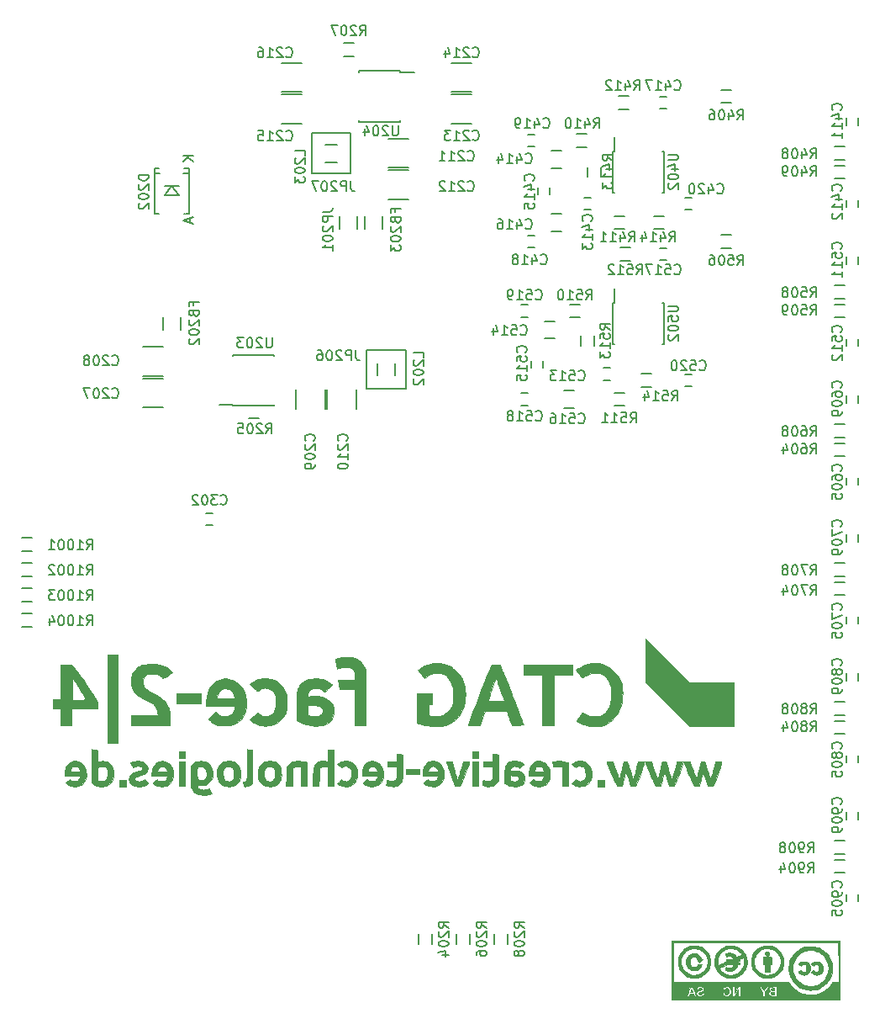
<source format=gbo>
G04 #@! TF.FileFunction,Legend,Bot*
%FSLAX46Y46*%
G04 Gerber Fmt 4.6, Leading zero omitted, Abs format (unit mm)*
G04 Created by KiCad (PCBNEW 4.0.1-stable) date 13/02/2016 20:58:59*
%MOMM*%
G01*
G04 APERTURE LIST*
%ADD10C,0.100000*%
%ADD11C,0.150000*%
%ADD12C,0.010000*%
%ADD13C,0.165000*%
G04 APERTURE END LIST*
D10*
D11*
X134760000Y-76945000D02*
X136760000Y-76945000D01*
X136760000Y-79895000D02*
X134760000Y-79895000D01*
X134760000Y-73770000D02*
X136760000Y-73770000D01*
X136760000Y-76720000D02*
X134760000Y-76720000D01*
X153110000Y-78055000D02*
X153110000Y-80055000D01*
X150160000Y-80055000D02*
X150160000Y-78055000D01*
X156285000Y-78055000D02*
X156285000Y-80055000D01*
X153335000Y-80055000D02*
X153335000Y-78055000D01*
X161525000Y-55765000D02*
X159525000Y-55765000D01*
X159525000Y-52815000D02*
X161525000Y-52815000D01*
X161525000Y-58940000D02*
X159525000Y-58940000D01*
X159525000Y-55990000D02*
X161525000Y-55990000D01*
X167875000Y-51320000D02*
X165875000Y-51320000D01*
X165875000Y-48370000D02*
X167875000Y-48370000D01*
X167875000Y-48145000D02*
X165875000Y-48145000D01*
X165875000Y-45195000D02*
X167875000Y-45195000D01*
X148730000Y-48370000D02*
X150730000Y-48370000D01*
X150730000Y-51320000D02*
X148730000Y-51320000D01*
X148730000Y-45195000D02*
X150730000Y-45195000D01*
X150730000Y-48145000D02*
X148730000Y-48145000D01*
X141825000Y-90520000D02*
X141125000Y-90520000D01*
X141125000Y-91720000D02*
X141825000Y-91720000D01*
X206845000Y-51465000D02*
X206845000Y-50765000D01*
X205645000Y-50765000D02*
X205645000Y-51465000D01*
X205645000Y-59020000D02*
X205645000Y-59720000D01*
X206845000Y-59720000D02*
X206845000Y-59020000D01*
X179225000Y-59970000D02*
X179925000Y-59970000D01*
X179925000Y-58770000D02*
X179225000Y-58770000D01*
X176900000Y-55775000D02*
X175900000Y-55775000D01*
X175900000Y-54075000D02*
X176900000Y-54075000D01*
X174530000Y-57750000D02*
X174530000Y-58450000D01*
X175730000Y-58450000D02*
X175730000Y-57750000D01*
X176920000Y-62125000D02*
X175920000Y-62125000D01*
X175920000Y-60425000D02*
X176920000Y-60425000D01*
X187545000Y-48610000D02*
X186845000Y-48610000D01*
X186845000Y-49810000D02*
X187545000Y-49810000D01*
X174210000Y-62580000D02*
X173510000Y-62580000D01*
X173510000Y-63780000D02*
X174210000Y-63780000D01*
X174210000Y-52420000D02*
X173510000Y-52420000D01*
X173510000Y-53620000D02*
X174210000Y-53620000D01*
X189385000Y-59970000D02*
X190085000Y-59970000D01*
X190085000Y-58770000D02*
X189385000Y-58770000D01*
X206845000Y-65435000D02*
X206845000Y-64735000D01*
X205645000Y-64735000D02*
X205645000Y-65435000D01*
X205645000Y-72990000D02*
X205645000Y-73690000D01*
X206845000Y-73690000D02*
X206845000Y-72990000D01*
X181130000Y-77115000D02*
X181830000Y-77115000D01*
X181830000Y-75915000D02*
X181130000Y-75915000D01*
X176265000Y-72920000D02*
X175265000Y-72920000D01*
X175265000Y-71220000D02*
X176265000Y-71220000D01*
X173895000Y-75215000D02*
X173895000Y-75915000D01*
X175095000Y-75915000D02*
X175095000Y-75215000D01*
X178170000Y-79905000D02*
X177170000Y-79905000D01*
X177170000Y-78205000D02*
X178170000Y-78205000D01*
X187545000Y-63850000D02*
X186845000Y-63850000D01*
X186845000Y-65050000D02*
X187545000Y-65050000D01*
X173575000Y-78455000D02*
X172875000Y-78455000D01*
X172875000Y-79655000D02*
X173575000Y-79655000D01*
X173575000Y-69565000D02*
X172875000Y-69565000D01*
X172875000Y-70765000D02*
X173575000Y-70765000D01*
X189385000Y-77750000D02*
X190085000Y-77750000D01*
X190085000Y-76550000D02*
X189385000Y-76550000D01*
X205645000Y-86960000D02*
X205645000Y-87660000D01*
X206845000Y-87660000D02*
X206845000Y-86960000D01*
X206845000Y-79405000D02*
X206845000Y-78705000D01*
X205645000Y-78705000D02*
X205645000Y-79405000D01*
X205645000Y-100930000D02*
X205645000Y-101630000D01*
X206845000Y-101630000D02*
X206845000Y-100930000D01*
X206845000Y-93375000D02*
X206845000Y-92675000D01*
X205645000Y-92675000D02*
X205645000Y-93375000D01*
X205645000Y-114900000D02*
X205645000Y-115600000D01*
X206845000Y-115600000D02*
X206845000Y-114900000D01*
X206845000Y-107345000D02*
X206845000Y-106645000D01*
X205645000Y-106645000D02*
X205645000Y-107345000D01*
X205645000Y-128870000D02*
X205645000Y-129570000D01*
X206845000Y-129570000D02*
X206845000Y-128870000D01*
X206845000Y-121315000D02*
X206845000Y-120615000D01*
X205645000Y-120615000D02*
X205645000Y-121315000D01*
X156320000Y-61875000D02*
X156320000Y-60675000D01*
X154570000Y-60675000D02*
X154570000Y-61875000D01*
X158380000Y-75470500D02*
X158380000Y-76670500D01*
X160130000Y-76670500D02*
X160130000Y-75470500D01*
X154330500Y-53478500D02*
X153130500Y-53478500D01*
X153130500Y-55228500D02*
X154330500Y-55228500D01*
X162520000Y-132850000D02*
X162520000Y-133850000D01*
X163870000Y-133850000D02*
X163870000Y-132850000D01*
X146420000Y-79650000D02*
X145420000Y-79650000D01*
X145420000Y-81000000D02*
X146420000Y-81000000D01*
X166330000Y-132850000D02*
X166330000Y-133850000D01*
X167680000Y-133850000D02*
X167680000Y-132850000D01*
X155011500Y-44553500D02*
X156011500Y-44553500D01*
X156011500Y-43203500D02*
X155011500Y-43203500D01*
X170140000Y-132850000D02*
X170140000Y-133850000D01*
X171490000Y-133850000D02*
X171490000Y-132850000D01*
X194045000Y-47900000D02*
X193045000Y-47900000D01*
X193045000Y-49250000D02*
X194045000Y-49250000D01*
X204475000Y-54965000D02*
X205475000Y-54965000D01*
X205475000Y-53615000D02*
X204475000Y-53615000D01*
X204475000Y-56870000D02*
X205475000Y-56870000D01*
X205475000Y-55520000D02*
X204475000Y-55520000D01*
X179440000Y-52345000D02*
X178440000Y-52345000D01*
X178440000Y-53695000D02*
X179440000Y-53695000D01*
X183250000Y-60600000D02*
X182250000Y-60600000D01*
X182250000Y-61950000D02*
X183250000Y-61950000D01*
X183715000Y-48535000D02*
X182715000Y-48535000D01*
X182715000Y-49885000D02*
X183715000Y-49885000D01*
X179535000Y-55695000D02*
X179535000Y-56695000D01*
X180885000Y-56695000D02*
X180885000Y-55695000D01*
X187230000Y-60600000D02*
X186230000Y-60600000D01*
X186230000Y-61950000D02*
X187230000Y-61950000D01*
X194045000Y-62505000D02*
X193045000Y-62505000D01*
X193045000Y-63855000D02*
X194045000Y-63855000D01*
X204475000Y-68935000D02*
X205475000Y-68935000D01*
X205475000Y-67585000D02*
X204475000Y-67585000D01*
X204475000Y-70840000D02*
X205475000Y-70840000D01*
X205475000Y-69490000D02*
X204475000Y-69490000D01*
X178805000Y-69490000D02*
X177805000Y-69490000D01*
X177805000Y-70840000D02*
X178805000Y-70840000D01*
X183250000Y-78380000D02*
X182250000Y-78380000D01*
X182250000Y-79730000D02*
X183250000Y-79730000D01*
X183885000Y-63775000D02*
X182885000Y-63775000D01*
X182885000Y-65125000D02*
X183885000Y-65125000D01*
X178900000Y-72670000D02*
X178900000Y-73670000D01*
X180250000Y-73670000D02*
X180250000Y-72670000D01*
X185960000Y-76475000D02*
X184960000Y-76475000D01*
X184960000Y-77825000D02*
X185960000Y-77825000D01*
X204475000Y-84810000D02*
X205475000Y-84810000D01*
X205475000Y-83460000D02*
X204475000Y-83460000D01*
X204475000Y-82905000D02*
X205475000Y-82905000D01*
X205475000Y-81555000D02*
X204475000Y-81555000D01*
X204475000Y-98780000D02*
X205475000Y-98780000D01*
X205475000Y-97430000D02*
X204475000Y-97430000D01*
X204475000Y-96875000D02*
X205475000Y-96875000D01*
X205475000Y-95525000D02*
X204475000Y-95525000D01*
X204475000Y-112750000D02*
X205475000Y-112750000D01*
X205475000Y-111400000D02*
X204475000Y-111400000D01*
X204475000Y-110845000D02*
X205475000Y-110845000D01*
X205475000Y-109495000D02*
X204475000Y-109495000D01*
X204475000Y-126720000D02*
X205475000Y-126720000D01*
X205475000Y-125370000D02*
X204475000Y-125370000D01*
X204475000Y-124815000D02*
X205475000Y-124815000D01*
X205475000Y-123465000D02*
X204475000Y-123465000D01*
X123560000Y-92985000D02*
X122560000Y-92985000D01*
X122560000Y-94335000D02*
X123560000Y-94335000D01*
X123560000Y-95525000D02*
X122560000Y-95525000D01*
X122560000Y-96875000D02*
X123560000Y-96875000D01*
X123560000Y-98065000D02*
X122560000Y-98065000D01*
X122560000Y-99415000D02*
X123560000Y-99415000D01*
X123560000Y-100605000D02*
X122560000Y-100605000D01*
X122560000Y-101955000D02*
X123560000Y-101955000D01*
X143845000Y-79725000D02*
X143845000Y-79580000D01*
X147995000Y-79725000D02*
X147995000Y-79580000D01*
X147995000Y-74575000D02*
X147995000Y-74720000D01*
X143845000Y-74575000D02*
X143845000Y-74720000D01*
X143845000Y-79725000D02*
X147995000Y-79725000D01*
X143845000Y-74575000D02*
X147995000Y-74575000D01*
X143845000Y-79580000D02*
X142445000Y-79580000D01*
X160695000Y-46000000D02*
X160695000Y-46145000D01*
X156545000Y-46000000D02*
X156545000Y-46145000D01*
X156545000Y-51150000D02*
X156545000Y-51005000D01*
X160695000Y-51150000D02*
X160695000Y-51005000D01*
X160695000Y-46000000D02*
X156545000Y-46000000D01*
X160695000Y-51150000D02*
X156545000Y-51150000D01*
X160695000Y-46145000D02*
X162095000Y-46145000D01*
X182080000Y-54120000D02*
X182225000Y-54120000D01*
X182080000Y-58270000D02*
X182225000Y-58270000D01*
X187230000Y-58270000D02*
X187085000Y-58270000D01*
X187230000Y-54120000D02*
X187085000Y-54120000D01*
X182080000Y-54120000D02*
X182080000Y-58270000D01*
X187230000Y-54120000D02*
X187230000Y-58270000D01*
X182225000Y-54120000D02*
X182225000Y-52720000D01*
X182080000Y-69360000D02*
X182225000Y-69360000D01*
X182080000Y-73510000D02*
X182225000Y-73510000D01*
X187230000Y-73510000D02*
X187085000Y-73510000D01*
X187230000Y-69360000D02*
X187085000Y-69360000D01*
X182080000Y-69360000D02*
X182080000Y-73510000D01*
X187230000Y-69360000D02*
X187230000Y-73510000D01*
X182225000Y-69360000D02*
X182225000Y-67960000D01*
X137665000Y-57600420D02*
X136963960Y-58550380D01*
X136963960Y-58550380D02*
X138366040Y-58550380D01*
X138366040Y-58550380D02*
X137665000Y-57600420D01*
X136963960Y-57600420D02*
X138366040Y-57600420D01*
X139064540Y-55849560D02*
X138914680Y-55849560D01*
X136265460Y-55849560D02*
X136415320Y-55849560D01*
X139064540Y-56300860D02*
X138863880Y-56300860D01*
X139013740Y-60350440D02*
X138914680Y-60350440D01*
X136316260Y-56300860D02*
X136466120Y-56300860D01*
X136265460Y-60350440D02*
X136415320Y-60350440D01*
X139415060Y-56300860D02*
X139064540Y-56300860D01*
X135914940Y-56300860D02*
X136265460Y-56300860D01*
X139415060Y-60350440D02*
X139064540Y-60350440D01*
X139415060Y-55849560D02*
X139064540Y-55849560D01*
X135914940Y-55849560D02*
X136265460Y-55849560D01*
X135914940Y-60350440D02*
X136265460Y-60350440D01*
X139415060Y-55849560D02*
X139415060Y-60350440D01*
X135914940Y-55849560D02*
X135914940Y-60350440D01*
X138540000Y-72035000D02*
X138540000Y-70835000D01*
X136790000Y-70835000D02*
X136790000Y-72035000D01*
X158860000Y-61875000D02*
X158860000Y-60675000D01*
X157110000Y-60675000D02*
X157110000Y-61875000D01*
X157255000Y-74110000D02*
X161255000Y-74110000D01*
X161255000Y-78010000D02*
X157255000Y-78010000D01*
X157255000Y-74110000D02*
X157255000Y-78010000D01*
X161255000Y-78010000D02*
X161255000Y-74110000D01*
X155670000Y-52290000D02*
X155670000Y-56290000D01*
X151770000Y-56290000D02*
X151770000Y-52290000D01*
X155670000Y-52290000D02*
X151770000Y-52290000D01*
X151770000Y-56290000D02*
X155670000Y-56290000D01*
D12*
G36*
X140414143Y-115464351D02*
X140300973Y-115474900D01*
X140207796Y-115496898D01*
X140112914Y-115534149D01*
X140087190Y-115545916D01*
X139957919Y-115618195D01*
X139824905Y-115711041D01*
X139759588Y-115765694D01*
X139612172Y-115901577D01*
X139622274Y-117002149D01*
X139632375Y-118102722D01*
X139743500Y-118319091D01*
X139873280Y-118515428D01*
X140039277Y-118663797D01*
X140249181Y-118770500D01*
X140325894Y-118796573D01*
X140453475Y-118824058D01*
X140623525Y-118844761D01*
X140815271Y-118857642D01*
X141007942Y-118861661D01*
X141180766Y-118855778D01*
X141283375Y-118844487D01*
X141411154Y-118816962D01*
X141528953Y-118779869D01*
X141621596Y-118739259D01*
X141673908Y-118701185D01*
X141680250Y-118686213D01*
X141665848Y-118644215D01*
X141627898Y-118563671D01*
X141574288Y-118461206D01*
X141568392Y-118450434D01*
X141456534Y-118246932D01*
X141322330Y-118295465D01*
X141213277Y-118321627D01*
X141062815Y-118339700D01*
X140902375Y-118346926D01*
X140672850Y-118334162D01*
X140495235Y-118288918D01*
X140365446Y-118208658D01*
X140279397Y-118090847D01*
X140233005Y-117932951D01*
X140232768Y-117931418D01*
X140212268Y-117798462D01*
X140366822Y-117846408D01*
X140558948Y-117881393D01*
X140776377Y-117881760D01*
X140992446Y-117849386D01*
X141172954Y-117789654D01*
X141393762Y-117656474D01*
X141567396Y-117480928D01*
X141693568Y-117263476D01*
X141771987Y-117004576D01*
X141798615Y-116794375D01*
X141796908Y-116728700D01*
X141203823Y-116728700D01*
X141176989Y-116911821D01*
X141103614Y-117084158D01*
X140993396Y-117229458D01*
X140856030Y-117331468D01*
X140839466Y-117339446D01*
X140731266Y-117365614D01*
X140591566Y-117369035D01*
X140447582Y-117351140D01*
X140326529Y-117313360D01*
X140324431Y-117312364D01*
X140235625Y-117269833D01*
X140226686Y-116698729D01*
X140223820Y-116495082D01*
X140223140Y-116345407D01*
X140225542Y-116240188D01*
X140231924Y-116169911D01*
X140243182Y-116125061D01*
X140260213Y-116096122D01*
X140283916Y-116073580D01*
X140285766Y-116072062D01*
X140364226Y-116037797D01*
X140481984Y-116019154D01*
X140616701Y-116016491D01*
X140746037Y-116030167D01*
X140847653Y-116060538D01*
X140852545Y-116062984D01*
X140975678Y-116158391D01*
X141080550Y-116299542D01*
X141158148Y-116469356D01*
X141199460Y-116650754D01*
X141203823Y-116728700D01*
X141796908Y-116728700D01*
X141790907Y-116497973D01*
X141729572Y-116228472D01*
X141617337Y-115990412D01*
X141456933Y-115788332D01*
X141251088Y-115626772D01*
X141033279Y-115521258D01*
X140908419Y-115486006D01*
X140758920Y-115466891D01*
X140569000Y-115461448D01*
X140414143Y-115464351D01*
X140414143Y-115464351D01*
G37*
X140414143Y-115464351D02*
X140300973Y-115474900D01*
X140207796Y-115496898D01*
X140112914Y-115534149D01*
X140087190Y-115545916D01*
X139957919Y-115618195D01*
X139824905Y-115711041D01*
X139759588Y-115765694D01*
X139612172Y-115901577D01*
X139622274Y-117002149D01*
X139632375Y-118102722D01*
X139743500Y-118319091D01*
X139873280Y-118515428D01*
X140039277Y-118663797D01*
X140249181Y-118770500D01*
X140325894Y-118796573D01*
X140453475Y-118824058D01*
X140623525Y-118844761D01*
X140815271Y-118857642D01*
X141007942Y-118861661D01*
X141180766Y-118855778D01*
X141283375Y-118844487D01*
X141411154Y-118816962D01*
X141528953Y-118779869D01*
X141621596Y-118739259D01*
X141673908Y-118701185D01*
X141680250Y-118686213D01*
X141665848Y-118644215D01*
X141627898Y-118563671D01*
X141574288Y-118461206D01*
X141568392Y-118450434D01*
X141456534Y-118246932D01*
X141322330Y-118295465D01*
X141213277Y-118321627D01*
X141062815Y-118339700D01*
X140902375Y-118346926D01*
X140672850Y-118334162D01*
X140495235Y-118288918D01*
X140365446Y-118208658D01*
X140279397Y-118090847D01*
X140233005Y-117932951D01*
X140232768Y-117931418D01*
X140212268Y-117798462D01*
X140366822Y-117846408D01*
X140558948Y-117881393D01*
X140776377Y-117881760D01*
X140992446Y-117849386D01*
X141172954Y-117789654D01*
X141393762Y-117656474D01*
X141567396Y-117480928D01*
X141693568Y-117263476D01*
X141771987Y-117004576D01*
X141798615Y-116794375D01*
X141796908Y-116728700D01*
X141203823Y-116728700D01*
X141176989Y-116911821D01*
X141103614Y-117084158D01*
X140993396Y-117229458D01*
X140856030Y-117331468D01*
X140839466Y-117339446D01*
X140731266Y-117365614D01*
X140591566Y-117369035D01*
X140447582Y-117351140D01*
X140326529Y-117313360D01*
X140324431Y-117312364D01*
X140235625Y-117269833D01*
X140226686Y-116698729D01*
X140223820Y-116495082D01*
X140223140Y-116345407D01*
X140225542Y-116240188D01*
X140231924Y-116169911D01*
X140243182Y-116125061D01*
X140260213Y-116096122D01*
X140283916Y-116073580D01*
X140285766Y-116072062D01*
X140364226Y-116037797D01*
X140481984Y-116019154D01*
X140616701Y-116016491D01*
X140746037Y-116030167D01*
X140847653Y-116060538D01*
X140852545Y-116062984D01*
X140975678Y-116158391D01*
X141080550Y-116299542D01*
X141158148Y-116469356D01*
X141199460Y-116650754D01*
X141203823Y-116728700D01*
X141796908Y-116728700D01*
X141790907Y-116497973D01*
X141729572Y-116228472D01*
X141617337Y-115990412D01*
X141456933Y-115788332D01*
X141251088Y-115626772D01*
X141033279Y-115521258D01*
X140908419Y-115486006D01*
X140758920Y-115466891D01*
X140569000Y-115461448D01*
X140414143Y-115464351D01*
G36*
X180542250Y-118048500D02*
X181209000Y-118048500D01*
X181209000Y-117350000D01*
X180542250Y-117350000D01*
X180542250Y-118048500D01*
X180542250Y-118048500D01*
G37*
X180542250Y-118048500D02*
X181209000Y-118048500D01*
X181209000Y-117350000D01*
X180542250Y-117350000D01*
X180542250Y-118048500D01*
G36*
X132377500Y-118048500D02*
X133044250Y-118048500D01*
X133044250Y-117350000D01*
X132377500Y-117350000D01*
X132377500Y-118048500D01*
X132377500Y-118048500D01*
G37*
X132377500Y-118048500D02*
X133044250Y-118048500D01*
X133044250Y-117350000D01*
X132377500Y-117350000D01*
X132377500Y-118048500D01*
G36*
X178619835Y-115449414D02*
X178450437Y-115473395D01*
X178383250Y-115492206D01*
X178298841Y-115528404D01*
X178198439Y-115580843D01*
X178097360Y-115640163D01*
X178010917Y-115697006D01*
X177954424Y-115742016D01*
X177940935Y-115762500D01*
X177964568Y-115788640D01*
X178025935Y-115844907D01*
X178113733Y-115921089D01*
X178155187Y-115956077D01*
X178367375Y-116133780D01*
X178494375Y-116040538D01*
X178573646Y-115987902D01*
X178643600Y-115961855D01*
X178731080Y-115955621D01*
X178816002Y-115959347D01*
X178952090Y-115975956D01*
X179052430Y-116011270D01*
X179121096Y-116055657D01*
X179212859Y-116137671D01*
X179277620Y-116229330D01*
X179319516Y-116343085D01*
X179342687Y-116491387D01*
X179351271Y-116686685D01*
X179351625Y-116749123D01*
X179350763Y-116909050D01*
X179346377Y-117020602D01*
X179335775Y-117098901D01*
X179316260Y-117159067D01*
X179285139Y-117216221D01*
X179262006Y-117251991D01*
X179138273Y-117386139D01*
X178985087Y-117470022D01*
X178814685Y-117501273D01*
X178639301Y-117477524D01*
X178481025Y-117403064D01*
X178357712Y-117321459D01*
X178172044Y-117482179D01*
X178079681Y-117562348D01*
X178004903Y-117627652D01*
X177961721Y-117665846D01*
X177958455Y-117668833D01*
X177964917Y-117699880D01*
X178015493Y-117750214D01*
X178097376Y-117810973D01*
X178197762Y-117873295D01*
X178303842Y-117928318D01*
X178377360Y-117958726D01*
X178546530Y-117997669D01*
X178748720Y-118011618D01*
X178958628Y-118000697D01*
X179150953Y-117965031D01*
X179185671Y-117954751D01*
X179425344Y-117846188D01*
X179628206Y-117687823D01*
X179789357Y-117484753D01*
X179903897Y-117242077D01*
X179920449Y-117190358D01*
X179957377Y-117000671D01*
X179970617Y-116778216D01*
X179960524Y-116548995D01*
X179927456Y-116339012D01*
X179907774Y-116265906D01*
X179808553Y-116038340D01*
X179664949Y-115833745D01*
X179487748Y-115663399D01*
X179287736Y-115538577D01*
X179167662Y-115492123D01*
X179003441Y-115458775D01*
X178812501Y-115444540D01*
X178619835Y-115449414D01*
X178619835Y-115449414D01*
G37*
X178619835Y-115449414D02*
X178450437Y-115473395D01*
X178383250Y-115492206D01*
X178298841Y-115528404D01*
X178198439Y-115580843D01*
X178097360Y-115640163D01*
X178010917Y-115697006D01*
X177954424Y-115742016D01*
X177940935Y-115762500D01*
X177964568Y-115788640D01*
X178025935Y-115844907D01*
X178113733Y-115921089D01*
X178155187Y-115956077D01*
X178367375Y-116133780D01*
X178494375Y-116040538D01*
X178573646Y-115987902D01*
X178643600Y-115961855D01*
X178731080Y-115955621D01*
X178816002Y-115959347D01*
X178952090Y-115975956D01*
X179052430Y-116011270D01*
X179121096Y-116055657D01*
X179212859Y-116137671D01*
X179277620Y-116229330D01*
X179319516Y-116343085D01*
X179342687Y-116491387D01*
X179351271Y-116686685D01*
X179351625Y-116749123D01*
X179350763Y-116909050D01*
X179346377Y-117020602D01*
X179335775Y-117098901D01*
X179316260Y-117159067D01*
X179285139Y-117216221D01*
X179262006Y-117251991D01*
X179138273Y-117386139D01*
X178985087Y-117470022D01*
X178814685Y-117501273D01*
X178639301Y-117477524D01*
X178481025Y-117403064D01*
X178357712Y-117321459D01*
X178172044Y-117482179D01*
X178079681Y-117562348D01*
X178004903Y-117627652D01*
X177961721Y-117665846D01*
X177958455Y-117668833D01*
X177964917Y-117699880D01*
X178015493Y-117750214D01*
X178097376Y-117810973D01*
X178197762Y-117873295D01*
X178303842Y-117928318D01*
X178377360Y-117958726D01*
X178546530Y-117997669D01*
X178748720Y-118011618D01*
X178958628Y-118000697D01*
X179150953Y-117965031D01*
X179185671Y-117954751D01*
X179425344Y-117846188D01*
X179628206Y-117687823D01*
X179789357Y-117484753D01*
X179903897Y-117242077D01*
X179920449Y-117190358D01*
X179957377Y-117000671D01*
X179970617Y-116778216D01*
X179960524Y-116548995D01*
X179927456Y-116339012D01*
X179907774Y-116265906D01*
X179808553Y-116038340D01*
X179664949Y-115833745D01*
X179487748Y-115663399D01*
X179287736Y-115538577D01*
X179167662Y-115492123D01*
X179003441Y-115458775D01*
X178812501Y-115444540D01*
X178619835Y-115449414D01*
G36*
X174487456Y-115459657D02*
X174259475Y-115522668D01*
X174061557Y-115639082D01*
X173896129Y-115806457D01*
X173765615Y-116022356D01*
X173672443Y-116284337D01*
X173619845Y-116582027D01*
X173609188Y-116709457D01*
X173604967Y-116815527D01*
X173607757Y-116882097D01*
X173610023Y-116891589D01*
X173624814Y-116906136D01*
X173661304Y-116917339D01*
X173726493Y-116925600D01*
X173827381Y-116931319D01*
X173970969Y-116934900D01*
X174164255Y-116936743D01*
X174405991Y-116937250D01*
X175184438Y-116937250D01*
X175164077Y-117039056D01*
X175103193Y-117224013D01*
X175005824Y-117361059D01*
X174875198Y-117446915D01*
X174732000Y-117477702D01*
X174565857Y-117483357D01*
X174447781Y-117478068D01*
X174362819Y-117458647D01*
X174296014Y-117421906D01*
X174240645Y-117372994D01*
X174136639Y-117268988D01*
X173919072Y-117465223D01*
X173701504Y-117661457D01*
X173780190Y-117727965D01*
X173980307Y-117869485D01*
X174189867Y-117959547D01*
X174232740Y-117971833D01*
X174366928Y-117995768D01*
X174534928Y-118009265D01*
X174711461Y-118011802D01*
X174871248Y-118002858D01*
X174970125Y-117987061D01*
X175199666Y-117899609D01*
X175398586Y-117758514D01*
X175562737Y-117567849D01*
X175687976Y-117331690D01*
X175717241Y-117252871D01*
X175749203Y-117147867D01*
X175768395Y-117050039D01*
X175776830Y-116939513D01*
X175776519Y-116796414D01*
X175773398Y-116697940D01*
X175765377Y-116533346D01*
X175757670Y-116457359D01*
X175144750Y-116457359D01*
X175142291Y-116483142D01*
X175128608Y-116501306D01*
X175094248Y-116513184D01*
X175029755Y-116520109D01*
X174925674Y-116523414D01*
X174772549Y-116524432D01*
X174668500Y-116524500D01*
X174485687Y-116524247D01*
X174356907Y-116522526D01*
X174272695Y-116517893D01*
X174223586Y-116508905D01*
X174200113Y-116494117D01*
X174192810Y-116472084D01*
X174192250Y-116451852D01*
X174212858Y-116355143D01*
X174265699Y-116238542D01*
X174337305Y-116126241D01*
X174414205Y-116042431D01*
X174424785Y-116034233D01*
X174541503Y-115984085D01*
X174683850Y-115973641D01*
X174827496Y-116003405D01*
X174876408Y-116024868D01*
X174950361Y-116086166D01*
X175027681Y-116185051D01*
X175094473Y-116299124D01*
X175136838Y-116405985D01*
X175144750Y-116457359D01*
X175757670Y-116457359D01*
X175753122Y-116412528D01*
X175732705Y-116315763D01*
X175700197Y-116223328D01*
X175661617Y-116136613D01*
X175518445Y-115894463D01*
X175340386Y-115701595D01*
X175131507Y-115561037D01*
X174895873Y-115475818D01*
X174743075Y-115452486D01*
X174487456Y-115459657D01*
X174487456Y-115459657D01*
G37*
X174487456Y-115459657D02*
X174259475Y-115522668D01*
X174061557Y-115639082D01*
X173896129Y-115806457D01*
X173765615Y-116022356D01*
X173672443Y-116284337D01*
X173619845Y-116582027D01*
X173609188Y-116709457D01*
X173604967Y-116815527D01*
X173607757Y-116882097D01*
X173610023Y-116891589D01*
X173624814Y-116906136D01*
X173661304Y-116917339D01*
X173726493Y-116925600D01*
X173827381Y-116931319D01*
X173970969Y-116934900D01*
X174164255Y-116936743D01*
X174405991Y-116937250D01*
X175184438Y-116937250D01*
X175164077Y-117039056D01*
X175103193Y-117224013D01*
X175005824Y-117361059D01*
X174875198Y-117446915D01*
X174732000Y-117477702D01*
X174565857Y-117483357D01*
X174447781Y-117478068D01*
X174362819Y-117458647D01*
X174296014Y-117421906D01*
X174240645Y-117372994D01*
X174136639Y-117268988D01*
X173919072Y-117465223D01*
X173701504Y-117661457D01*
X173780190Y-117727965D01*
X173980307Y-117869485D01*
X174189867Y-117959547D01*
X174232740Y-117971833D01*
X174366928Y-117995768D01*
X174534928Y-118009265D01*
X174711461Y-118011802D01*
X174871248Y-118002858D01*
X174970125Y-117987061D01*
X175199666Y-117899609D01*
X175398586Y-117758514D01*
X175562737Y-117567849D01*
X175687976Y-117331690D01*
X175717241Y-117252871D01*
X175749203Y-117147867D01*
X175768395Y-117050039D01*
X175776830Y-116939513D01*
X175776519Y-116796414D01*
X175773398Y-116697940D01*
X175765377Y-116533346D01*
X175757670Y-116457359D01*
X175144750Y-116457359D01*
X175142291Y-116483142D01*
X175128608Y-116501306D01*
X175094248Y-116513184D01*
X175029755Y-116520109D01*
X174925674Y-116523414D01*
X174772549Y-116524432D01*
X174668500Y-116524500D01*
X174485687Y-116524247D01*
X174356907Y-116522526D01*
X174272695Y-116517893D01*
X174223586Y-116508905D01*
X174200113Y-116494117D01*
X174192810Y-116472084D01*
X174192250Y-116451852D01*
X174212858Y-116355143D01*
X174265699Y-116238542D01*
X174337305Y-116126241D01*
X174414205Y-116042431D01*
X174424785Y-116034233D01*
X174541503Y-115984085D01*
X174683850Y-115973641D01*
X174827496Y-116003405D01*
X174876408Y-116024868D01*
X174950361Y-116086166D01*
X175027681Y-116185051D01*
X175094473Y-116299124D01*
X175136838Y-116405985D01*
X175144750Y-116457359D01*
X175757670Y-116457359D01*
X175753122Y-116412528D01*
X175732705Y-116315763D01*
X175700197Y-116223328D01*
X175661617Y-116136613D01*
X175518445Y-115894463D01*
X175340386Y-115701595D01*
X175131507Y-115561037D01*
X174895873Y-115475818D01*
X174743075Y-115452486D01*
X174487456Y-115459657D01*
G36*
X172054821Y-115450857D02*
X171857821Y-115476172D01*
X171694842Y-115529761D01*
X171552862Y-115615456D01*
X171458004Y-115697563D01*
X171387736Y-115770273D01*
X171331903Y-115842526D01*
X171288868Y-115922541D01*
X171256995Y-116018535D01*
X171234648Y-116138728D01*
X171220190Y-116291338D01*
X171211985Y-116484585D01*
X171208397Y-116726686D01*
X171207750Y-116954464D01*
X171207750Y-117722152D01*
X171392899Y-117820836D01*
X171527699Y-117884023D01*
X171676616Y-117941130D01*
X171764695Y-117968134D01*
X171950377Y-118000232D01*
X172166957Y-118012680D01*
X172386713Y-118005509D01*
X172581922Y-117978750D01*
X172630587Y-117967168D01*
X172850573Y-117882306D01*
X173019410Y-117759821D01*
X173137200Y-117599583D01*
X173204042Y-117401463D01*
X173220897Y-117207125D01*
X173219107Y-117189731D01*
X172598797Y-117189731D01*
X172587222Y-117320369D01*
X172527039Y-117411846D01*
X172413665Y-117470761D01*
X172400958Y-117474616D01*
X172242983Y-117500994D01*
X172064271Y-117501599D01*
X171902143Y-117476378D01*
X171898313Y-117475330D01*
X171779250Y-117442265D01*
X171779250Y-116899549D01*
X172094515Y-116910462D01*
X172286138Y-116923205D01*
X172423433Y-116949264D01*
X172514995Y-116993397D01*
X172569416Y-117060363D01*
X172595291Y-117154922D01*
X172598797Y-117189731D01*
X173219107Y-117189731D01*
X173198700Y-116991492D01*
X173131617Y-116816358D01*
X173016097Y-116674015D01*
X172950846Y-116621114D01*
X172806240Y-116531157D01*
X172653193Y-116469450D01*
X172476472Y-116432122D01*
X172260845Y-116415303D01*
X172133314Y-116413375D01*
X171773003Y-116413375D01*
X171789399Y-116291191D01*
X171835759Y-116157230D01*
X171927427Y-116055557D01*
X172053290Y-115989323D01*
X172202235Y-115961678D01*
X172363148Y-115975773D01*
X172524918Y-116034760D01*
X172580257Y-116066964D01*
X172655935Y-116113375D01*
X172707783Y-116140554D01*
X172717516Y-116143500D01*
X172748286Y-116123864D01*
X172814112Y-116071480D01*
X172902899Y-115996127D01*
X172940345Y-115963325D01*
X173038175Y-115875421D01*
X173094656Y-115817854D01*
X173116695Y-115779684D01*
X173111198Y-115749970D01*
X173091147Y-115724420D01*
X173036505Y-115681205D01*
X172943920Y-115623942D01*
X172833245Y-115564891D01*
X172831149Y-115563857D01*
X172726334Y-115515558D01*
X172634754Y-115484278D01*
X172535373Y-115465518D01*
X172407151Y-115454776D01*
X172298864Y-115449980D01*
X172054821Y-115450857D01*
X172054821Y-115450857D01*
G37*
X172054821Y-115450857D02*
X171857821Y-115476172D01*
X171694842Y-115529761D01*
X171552862Y-115615456D01*
X171458004Y-115697563D01*
X171387736Y-115770273D01*
X171331903Y-115842526D01*
X171288868Y-115922541D01*
X171256995Y-116018535D01*
X171234648Y-116138728D01*
X171220190Y-116291338D01*
X171211985Y-116484585D01*
X171208397Y-116726686D01*
X171207750Y-116954464D01*
X171207750Y-117722152D01*
X171392899Y-117820836D01*
X171527699Y-117884023D01*
X171676616Y-117941130D01*
X171764695Y-117968134D01*
X171950377Y-118000232D01*
X172166957Y-118012680D01*
X172386713Y-118005509D01*
X172581922Y-117978750D01*
X172630587Y-117967168D01*
X172850573Y-117882306D01*
X173019410Y-117759821D01*
X173137200Y-117599583D01*
X173204042Y-117401463D01*
X173220897Y-117207125D01*
X173219107Y-117189731D01*
X172598797Y-117189731D01*
X172587222Y-117320369D01*
X172527039Y-117411846D01*
X172413665Y-117470761D01*
X172400958Y-117474616D01*
X172242983Y-117500994D01*
X172064271Y-117501599D01*
X171902143Y-117476378D01*
X171898313Y-117475330D01*
X171779250Y-117442265D01*
X171779250Y-116899549D01*
X172094515Y-116910462D01*
X172286138Y-116923205D01*
X172423433Y-116949264D01*
X172514995Y-116993397D01*
X172569416Y-117060363D01*
X172595291Y-117154922D01*
X172598797Y-117189731D01*
X173219107Y-117189731D01*
X173198700Y-116991492D01*
X173131617Y-116816358D01*
X173016097Y-116674015D01*
X172950846Y-116621114D01*
X172806240Y-116531157D01*
X172653193Y-116469450D01*
X172476472Y-116432122D01*
X172260845Y-116415303D01*
X172133314Y-116413375D01*
X171773003Y-116413375D01*
X171789399Y-116291191D01*
X171835759Y-116157230D01*
X171927427Y-116055557D01*
X172053290Y-115989323D01*
X172202235Y-115961678D01*
X172363148Y-115975773D01*
X172524918Y-116034760D01*
X172580257Y-116066964D01*
X172655935Y-116113375D01*
X172707783Y-116140554D01*
X172717516Y-116143500D01*
X172748286Y-116123864D01*
X172814112Y-116071480D01*
X172902899Y-115996127D01*
X172940345Y-115963325D01*
X173038175Y-115875421D01*
X173094656Y-115817854D01*
X173116695Y-115779684D01*
X173111198Y-115749970D01*
X173091147Y-115724420D01*
X173036505Y-115681205D01*
X172943920Y-115623942D01*
X172833245Y-115564891D01*
X172831149Y-115563857D01*
X172726334Y-115515558D01*
X172634754Y-115484278D01*
X172535373Y-115465518D01*
X172407151Y-115454776D01*
X172298864Y-115449980D01*
X172054821Y-115450857D01*
G36*
X169969500Y-115476750D02*
X169017000Y-115476750D01*
X169017000Y-116016500D01*
X170010152Y-116016500D01*
X169994521Y-116612662D01*
X169987785Y-116839256D01*
X169979358Y-117011608D01*
X169966712Y-117138974D01*
X169947320Y-117230608D01*
X169918656Y-117295763D01*
X169878192Y-117343693D01*
X169823400Y-117383653D01*
X169776473Y-117411105D01*
X169628296Y-117465135D01*
X169458344Y-117469764D01*
X169258171Y-117425029D01*
X169223375Y-117413500D01*
X169125335Y-117380218D01*
X169055115Y-117357227D01*
X169030071Y-117350000D01*
X169019618Y-117378569D01*
X168999685Y-117454381D01*
X168974105Y-117562589D01*
X168967200Y-117593313D01*
X168940655Y-117723476D01*
X168935816Y-117811708D01*
X168961372Y-117869864D01*
X169026009Y-117909802D01*
X169138417Y-117943377D01*
X169241337Y-117967434D01*
X169526133Y-118010419D01*
X169778530Y-118001724D01*
X169956687Y-117958742D01*
X170173428Y-117851805D01*
X170350769Y-117695861D01*
X170463246Y-117534897D01*
X170556875Y-117365875D01*
X170566460Y-116091483D01*
X170576044Y-114817092D01*
X170360085Y-114781016D01*
X170235676Y-114759794D01*
X170124574Y-114740085D01*
X170056813Y-114727322D01*
X169969500Y-114709704D01*
X169969500Y-115476750D01*
X169969500Y-115476750D01*
G37*
X169969500Y-115476750D02*
X169017000Y-115476750D01*
X169017000Y-116016500D01*
X170010152Y-116016500D01*
X169994521Y-116612662D01*
X169987785Y-116839256D01*
X169979358Y-117011608D01*
X169966712Y-117138974D01*
X169947320Y-117230608D01*
X169918656Y-117295763D01*
X169878192Y-117343693D01*
X169823400Y-117383653D01*
X169776473Y-117411105D01*
X169628296Y-117465135D01*
X169458344Y-117469764D01*
X169258171Y-117425029D01*
X169223375Y-117413500D01*
X169125335Y-117380218D01*
X169055115Y-117357227D01*
X169030071Y-117350000D01*
X169019618Y-117378569D01*
X168999685Y-117454381D01*
X168974105Y-117562589D01*
X168967200Y-117593313D01*
X168940655Y-117723476D01*
X168935816Y-117811708D01*
X168961372Y-117869864D01*
X169026009Y-117909802D01*
X169138417Y-117943377D01*
X169241337Y-117967434D01*
X169526133Y-118010419D01*
X169778530Y-118001724D01*
X169956687Y-117958742D01*
X170173428Y-117851805D01*
X170350769Y-117695861D01*
X170463246Y-117534897D01*
X170556875Y-117365875D01*
X170566460Y-116091483D01*
X170576044Y-114817092D01*
X170360085Y-114781016D01*
X170235676Y-114759794D01*
X170124574Y-114740085D01*
X170056813Y-114727322D01*
X169969500Y-114709704D01*
X169969500Y-115476750D01*
G36*
X163684278Y-115480084D02*
X163539809Y-115529593D01*
X163538698Y-115530181D01*
X163405741Y-115622653D01*
X163269344Y-115753813D01*
X163148910Y-115903098D01*
X163079643Y-116016709D01*
X163017873Y-116172582D01*
X162967302Y-116366242D01*
X162933382Y-116572239D01*
X162921552Y-116754687D01*
X162921000Y-116937250D01*
X164501751Y-116937250D01*
X164472325Y-117072187D01*
X164409761Y-117246092D01*
X164307486Y-117371428D01*
X164163664Y-117449566D01*
X163976463Y-117481874D01*
X163922412Y-117482949D01*
X163756522Y-117471601D01*
X163636387Y-117436287D01*
X163547078Y-117371746D01*
X163520327Y-117341263D01*
X163468779Y-117276459D01*
X163377452Y-117342320D01*
X163301764Y-117404079D01*
X163210108Y-117488479D01*
X163161410Y-117537031D01*
X163091808Y-117611132D01*
X163061089Y-117656669D01*
X163063591Y-117690333D01*
X163093649Y-117728813D01*
X163095600Y-117730971D01*
X163153763Y-117777929D01*
X163248929Y-117837770D01*
X163357155Y-117895825D01*
X163460189Y-117943207D01*
X163550613Y-117973750D01*
X163649366Y-117991837D01*
X163777385Y-118001855D01*
X163883339Y-118006025D01*
X164108011Y-118005828D01*
X164274427Y-117989004D01*
X164339458Y-117973025D01*
X164572949Y-117866809D01*
X164764645Y-117714187D01*
X164915747Y-117513785D01*
X165027457Y-117264227D01*
X165062796Y-117144891D01*
X165107582Y-116864346D01*
X165100185Y-116585994D01*
X165087309Y-116524500D01*
X164483634Y-116524500D01*
X164005816Y-116524500D01*
X163838275Y-116522943D01*
X163694330Y-116518653D01*
X163585408Y-116512204D01*
X163522938Y-116504167D01*
X163512738Y-116499809D01*
X163510578Y-116447394D01*
X163534209Y-116360396D01*
X163575465Y-116257891D01*
X163626177Y-116158952D01*
X163678181Y-116082654D01*
X163701170Y-116059701D01*
X163842695Y-115980954D01*
X163987837Y-115960617D01*
X164128649Y-115994658D01*
X164257184Y-116079050D01*
X164365495Y-116209762D01*
X164445635Y-116382765D01*
X164464064Y-116446525D01*
X164483634Y-116524500D01*
X165087309Y-116524500D01*
X165044236Y-116318791D01*
X164943368Y-116071692D01*
X164801212Y-115853655D01*
X164621400Y-115673633D01*
X164413250Y-115543244D01*
X164250625Y-115488906D01*
X164060828Y-115460056D01*
X163864998Y-115457010D01*
X163684278Y-115480084D01*
X163684278Y-115480084D01*
G37*
X163684278Y-115480084D02*
X163539809Y-115529593D01*
X163538698Y-115530181D01*
X163405741Y-115622653D01*
X163269344Y-115753813D01*
X163148910Y-115903098D01*
X163079643Y-116016709D01*
X163017873Y-116172582D01*
X162967302Y-116366242D01*
X162933382Y-116572239D01*
X162921552Y-116754687D01*
X162921000Y-116937250D01*
X164501751Y-116937250D01*
X164472325Y-117072187D01*
X164409761Y-117246092D01*
X164307486Y-117371428D01*
X164163664Y-117449566D01*
X163976463Y-117481874D01*
X163922412Y-117482949D01*
X163756522Y-117471601D01*
X163636387Y-117436287D01*
X163547078Y-117371746D01*
X163520327Y-117341263D01*
X163468779Y-117276459D01*
X163377452Y-117342320D01*
X163301764Y-117404079D01*
X163210108Y-117488479D01*
X163161410Y-117537031D01*
X163091808Y-117611132D01*
X163061089Y-117656669D01*
X163063591Y-117690333D01*
X163093649Y-117728813D01*
X163095600Y-117730971D01*
X163153763Y-117777929D01*
X163248929Y-117837770D01*
X163357155Y-117895825D01*
X163460189Y-117943207D01*
X163550613Y-117973750D01*
X163649366Y-117991837D01*
X163777385Y-118001855D01*
X163883339Y-118006025D01*
X164108011Y-118005828D01*
X164274427Y-117989004D01*
X164339458Y-117973025D01*
X164572949Y-117866809D01*
X164764645Y-117714187D01*
X164915747Y-117513785D01*
X165027457Y-117264227D01*
X165062796Y-117144891D01*
X165107582Y-116864346D01*
X165100185Y-116585994D01*
X165087309Y-116524500D01*
X164483634Y-116524500D01*
X164005816Y-116524500D01*
X163838275Y-116522943D01*
X163694330Y-116518653D01*
X163585408Y-116512204D01*
X163522938Y-116504167D01*
X163512738Y-116499809D01*
X163510578Y-116447394D01*
X163534209Y-116360396D01*
X163575465Y-116257891D01*
X163626177Y-116158952D01*
X163678181Y-116082654D01*
X163701170Y-116059701D01*
X163842695Y-115980954D01*
X163987837Y-115960617D01*
X164128649Y-115994658D01*
X164257184Y-116079050D01*
X164365495Y-116209762D01*
X164445635Y-116382765D01*
X164464064Y-116446525D01*
X164483634Y-116524500D01*
X165087309Y-116524500D01*
X165044236Y-116318791D01*
X164943368Y-116071692D01*
X164801212Y-115853655D01*
X164621400Y-115673633D01*
X164413250Y-115543244D01*
X164250625Y-115488906D01*
X164060828Y-115460056D01*
X163864998Y-115457010D01*
X163684278Y-115480084D01*
G36*
X160338813Y-114727501D02*
X160326553Y-114758886D01*
X160320219Y-114823573D01*
X160317854Y-114931643D01*
X160317500Y-115092308D01*
X160317500Y-115476750D01*
X159365000Y-115476750D01*
X159365000Y-116016500D01*
X160317500Y-116016500D01*
X160317032Y-116595937D01*
X160315835Y-116823142D01*
X160311196Y-116996339D01*
X160300920Y-117125006D01*
X160282812Y-117218622D01*
X160254678Y-117286665D01*
X160214322Y-117338616D01*
X160159549Y-117383952D01*
X160129780Y-117404609D01*
X159985645Y-117463886D01*
X159807523Y-117471948D01*
X159599055Y-117428733D01*
X159555500Y-117414439D01*
X159458691Y-117385376D01*
X159387628Y-117372340D01*
X159362087Y-117375788D01*
X159345924Y-117416383D01*
X159322947Y-117499738D01*
X159302477Y-117588125D01*
X159278556Y-117695279D01*
X159258114Y-117779071D01*
X159247622Y-117815206D01*
X159267381Y-117845368D01*
X159335585Y-117885781D01*
X159418358Y-117920945D01*
X159600132Y-117971408D01*
X159805271Y-118000296D01*
X160011508Y-118006521D01*
X160196580Y-117988994D01*
X160296340Y-117963879D01*
X160466935Y-117876983D01*
X160628801Y-117745319D01*
X160762677Y-117586742D01*
X160829103Y-117469996D01*
X160848230Y-117426394D01*
X160863888Y-117384094D01*
X160876484Y-117336426D01*
X160886425Y-117276722D01*
X160894119Y-117198312D01*
X160899972Y-117094528D01*
X160904391Y-116958700D01*
X160907783Y-116784160D01*
X160910555Y-116564238D01*
X160913114Y-116292265D01*
X160915044Y-116061675D01*
X160925258Y-114820975D01*
X160692817Y-114780871D01*
X160568175Y-114758820D01*
X160460177Y-114738752D01*
X160391187Y-114724828D01*
X160388938Y-114724316D01*
X160358955Y-114719339D01*
X160338813Y-114727501D01*
X160338813Y-114727501D01*
G37*
X160338813Y-114727501D02*
X160326553Y-114758886D01*
X160320219Y-114823573D01*
X160317854Y-114931643D01*
X160317500Y-115092308D01*
X160317500Y-115476750D01*
X159365000Y-115476750D01*
X159365000Y-116016500D01*
X160317500Y-116016500D01*
X160317032Y-116595937D01*
X160315835Y-116823142D01*
X160311196Y-116996339D01*
X160300920Y-117125006D01*
X160282812Y-117218622D01*
X160254678Y-117286665D01*
X160214322Y-117338616D01*
X160159549Y-117383952D01*
X160129780Y-117404609D01*
X159985645Y-117463886D01*
X159807523Y-117471948D01*
X159599055Y-117428733D01*
X159555500Y-117414439D01*
X159458691Y-117385376D01*
X159387628Y-117372340D01*
X159362087Y-117375788D01*
X159345924Y-117416383D01*
X159322947Y-117499738D01*
X159302477Y-117588125D01*
X159278556Y-117695279D01*
X159258114Y-117779071D01*
X159247622Y-117815206D01*
X159267381Y-117845368D01*
X159335585Y-117885781D01*
X159418358Y-117920945D01*
X159600132Y-117971408D01*
X159805271Y-118000296D01*
X160011508Y-118006521D01*
X160196580Y-117988994D01*
X160296340Y-117963879D01*
X160466935Y-117876983D01*
X160628801Y-117745319D01*
X160762677Y-117586742D01*
X160829103Y-117469996D01*
X160848230Y-117426394D01*
X160863888Y-117384094D01*
X160876484Y-117336426D01*
X160886425Y-117276722D01*
X160894119Y-117198312D01*
X160899972Y-117094528D01*
X160904391Y-116958700D01*
X160907783Y-116784160D01*
X160910555Y-116564238D01*
X160913114Y-116292265D01*
X160915044Y-116061675D01*
X160925258Y-114820975D01*
X160692817Y-114780871D01*
X160568175Y-114758820D01*
X160460177Y-114738752D01*
X160391187Y-114724828D01*
X160388938Y-114724316D01*
X160358955Y-114719339D01*
X160338813Y-114727501D01*
G36*
X157779881Y-115452249D02*
X157544875Y-115498787D01*
X157336454Y-115599612D01*
X157158404Y-115749748D01*
X157014513Y-115944214D01*
X156908568Y-116178032D01*
X156844356Y-116446223D01*
X156825377Y-116707062D01*
X156825000Y-116937250D01*
X158380750Y-116937250D01*
X158380750Y-117009897D01*
X158358955Y-117112655D01*
X158303378Y-117231068D01*
X158228734Y-117339906D01*
X158149737Y-117413938D01*
X158142625Y-117418196D01*
X158063523Y-117452677D01*
X157965652Y-117472932D01*
X157833375Y-117481090D01*
X157687013Y-117480216D01*
X157581986Y-117466791D01*
X157499534Y-117422530D01*
X157445323Y-117373422D01*
X157341746Y-117269845D01*
X156916360Y-117659221D01*
X157051915Y-117775251D01*
X157234576Y-117892609D01*
X157459360Y-117972192D01*
X157714983Y-118010574D01*
X157836407Y-118013500D01*
X157968717Y-118008872D01*
X158088322Y-117999758D01*
X158170676Y-117988067D01*
X158174375Y-117987210D01*
X158391664Y-117904024D01*
X158589688Y-117769970D01*
X158754979Y-117596889D01*
X158874067Y-117396624D01*
X158889670Y-117358304D01*
X158966833Y-117080609D01*
X158995503Y-116793917D01*
X158976996Y-116510773D01*
X158970358Y-116483234D01*
X158362096Y-116483234D01*
X158357163Y-116505754D01*
X158320410Y-116512339D01*
X158231789Y-116517912D01*
X158102929Y-116522028D01*
X157945459Y-116524242D01*
X157867459Y-116524500D01*
X157674261Y-116523121D01*
X157537588Y-116518596D01*
X157450519Y-116510341D01*
X157406129Y-116497772D01*
X157396678Y-116484812D01*
X157423804Y-116328993D01*
X157495977Y-116183635D01*
X157601470Y-116065268D01*
X157728554Y-115990421D01*
X157752813Y-115982848D01*
X157900729Y-115972050D01*
X158048561Y-116010233D01*
X158174007Y-116089748D01*
X158222268Y-116143874D01*
X158271547Y-116226552D01*
X158316007Y-116323358D01*
X158348555Y-116415262D01*
X158362096Y-116483234D01*
X158970358Y-116483234D01*
X158912625Y-116243721D01*
X158803706Y-116005309D01*
X158737555Y-115906789D01*
X158550143Y-115703360D01*
X158340977Y-115559499D01*
X158109303Y-115474851D01*
X157854369Y-115449057D01*
X157779881Y-115452249D01*
X157779881Y-115452249D01*
G37*
X157779881Y-115452249D02*
X157544875Y-115498787D01*
X157336454Y-115599612D01*
X157158404Y-115749748D01*
X157014513Y-115944214D01*
X156908568Y-116178032D01*
X156844356Y-116446223D01*
X156825377Y-116707062D01*
X156825000Y-116937250D01*
X158380750Y-116937250D01*
X158380750Y-117009897D01*
X158358955Y-117112655D01*
X158303378Y-117231068D01*
X158228734Y-117339906D01*
X158149737Y-117413938D01*
X158142625Y-117418196D01*
X158063523Y-117452677D01*
X157965652Y-117472932D01*
X157833375Y-117481090D01*
X157687013Y-117480216D01*
X157581986Y-117466791D01*
X157499534Y-117422530D01*
X157445323Y-117373422D01*
X157341746Y-117269845D01*
X156916360Y-117659221D01*
X157051915Y-117775251D01*
X157234576Y-117892609D01*
X157459360Y-117972192D01*
X157714983Y-118010574D01*
X157836407Y-118013500D01*
X157968717Y-118008872D01*
X158088322Y-117999758D01*
X158170676Y-117988067D01*
X158174375Y-117987210D01*
X158391664Y-117904024D01*
X158589688Y-117769970D01*
X158754979Y-117596889D01*
X158874067Y-117396624D01*
X158889670Y-117358304D01*
X158966833Y-117080609D01*
X158995503Y-116793917D01*
X158976996Y-116510773D01*
X158970358Y-116483234D01*
X158362096Y-116483234D01*
X158357163Y-116505754D01*
X158320410Y-116512339D01*
X158231789Y-116517912D01*
X158102929Y-116522028D01*
X157945459Y-116524242D01*
X157867459Y-116524500D01*
X157674261Y-116523121D01*
X157537588Y-116518596D01*
X157450519Y-116510341D01*
X157406129Y-116497772D01*
X157396678Y-116484812D01*
X157423804Y-116328993D01*
X157495977Y-116183635D01*
X157601470Y-116065268D01*
X157728554Y-115990421D01*
X157752813Y-115982848D01*
X157900729Y-115972050D01*
X158048561Y-116010233D01*
X158174007Y-116089748D01*
X158222268Y-116143874D01*
X158271547Y-116226552D01*
X158316007Y-116323358D01*
X158348555Y-116415262D01*
X158362096Y-116483234D01*
X158970358Y-116483234D01*
X158912625Y-116243721D01*
X158803706Y-116005309D01*
X158737555Y-115906789D01*
X158550143Y-115703360D01*
X158340977Y-115559499D01*
X158109303Y-115474851D01*
X157854369Y-115449057D01*
X157779881Y-115452249D01*
G36*
X155056198Y-115447488D02*
X154890302Y-115467509D01*
X154794356Y-115492138D01*
X154697933Y-115532715D01*
X154591989Y-115587231D01*
X154490965Y-115646806D01*
X154409303Y-115702556D01*
X154361444Y-115745600D01*
X154355167Y-115762240D01*
X154381903Y-115792417D01*
X154445125Y-115852608D01*
X154532973Y-115931660D01*
X154567146Y-115961550D01*
X154769917Y-116137620D01*
X154897347Y-116045310D01*
X155051998Y-115969206D01*
X155217189Y-115949303D01*
X155380451Y-115982618D01*
X155529314Y-116066169D01*
X155651308Y-116196974D01*
X155672693Y-116230758D01*
X155712093Y-116302344D01*
X155737726Y-116367320D01*
X155752522Y-116442217D01*
X155759413Y-116543564D01*
X155761330Y-116687890D01*
X155761375Y-116730875D01*
X155760184Y-116888287D01*
X155754691Y-116998672D01*
X155742022Y-117078482D01*
X155719301Y-117144175D01*
X155683651Y-117212205D01*
X155674512Y-117227887D01*
X155556337Y-117372939D01*
X155409044Y-117465920D01*
X155243263Y-117504259D01*
X155069625Y-117485387D01*
X154908593Y-117413090D01*
X154757753Y-117317430D01*
X154553144Y-117500402D01*
X154461029Y-117584492D01*
X154390445Y-117652191D01*
X154352306Y-117692891D01*
X154348580Y-117699250D01*
X154374737Y-117730483D01*
X154442721Y-117779684D01*
X154536955Y-117837669D01*
X154641865Y-117895250D01*
X154741875Y-117943243D01*
X154802048Y-117966686D01*
X154961051Y-118000191D01*
X155153110Y-118012753D01*
X155351356Y-118004438D01*
X155528920Y-117975313D01*
X155566939Y-117964786D01*
X155796131Y-117866675D01*
X155993518Y-117719537D01*
X156069740Y-117641681D01*
X156213256Y-117449981D01*
X156310190Y-117239643D01*
X156363613Y-117000504D01*
X156376597Y-116722401D01*
X156373439Y-116636827D01*
X156330884Y-116340517D01*
X156237233Y-116079517D01*
X156094373Y-115856452D01*
X155904194Y-115673951D01*
X155668584Y-115534639D01*
X155546046Y-115485982D01*
X155409740Y-115456514D01*
X155237901Y-115443752D01*
X155056198Y-115447488D01*
X155056198Y-115447488D01*
G37*
X155056198Y-115447488D02*
X154890302Y-115467509D01*
X154794356Y-115492138D01*
X154697933Y-115532715D01*
X154591989Y-115587231D01*
X154490965Y-115646806D01*
X154409303Y-115702556D01*
X154361444Y-115745600D01*
X154355167Y-115762240D01*
X154381903Y-115792417D01*
X154445125Y-115852608D01*
X154532973Y-115931660D01*
X154567146Y-115961550D01*
X154769917Y-116137620D01*
X154897347Y-116045310D01*
X155051998Y-115969206D01*
X155217189Y-115949303D01*
X155380451Y-115982618D01*
X155529314Y-116066169D01*
X155651308Y-116196974D01*
X155672693Y-116230758D01*
X155712093Y-116302344D01*
X155737726Y-116367320D01*
X155752522Y-116442217D01*
X155759413Y-116543564D01*
X155761330Y-116687890D01*
X155761375Y-116730875D01*
X155760184Y-116888287D01*
X155754691Y-116998672D01*
X155742022Y-117078482D01*
X155719301Y-117144175D01*
X155683651Y-117212205D01*
X155674512Y-117227887D01*
X155556337Y-117372939D01*
X155409044Y-117465920D01*
X155243263Y-117504259D01*
X155069625Y-117485387D01*
X154908593Y-117413090D01*
X154757753Y-117317430D01*
X154553144Y-117500402D01*
X154461029Y-117584492D01*
X154390445Y-117652191D01*
X154352306Y-117692891D01*
X154348580Y-117699250D01*
X154374737Y-117730483D01*
X154442721Y-117779684D01*
X154536955Y-117837669D01*
X154641865Y-117895250D01*
X154741875Y-117943243D01*
X154802048Y-117966686D01*
X154961051Y-118000191D01*
X155153110Y-118012753D01*
X155351356Y-118004438D01*
X155528920Y-117975313D01*
X155566939Y-117964786D01*
X155796131Y-117866675D01*
X155993518Y-117719537D01*
X156069740Y-117641681D01*
X156213256Y-117449981D01*
X156310190Y-117239643D01*
X156363613Y-117000504D01*
X156376597Y-116722401D01*
X156373439Y-116636827D01*
X156330884Y-116340517D01*
X156237233Y-116079517D01*
X156094373Y-115856452D01*
X155904194Y-115673951D01*
X155668584Y-115534639D01*
X155546046Y-115485982D01*
X155409740Y-115456514D01*
X155237901Y-115443752D01*
X155056198Y-115447488D01*
G36*
X147389221Y-115462292D02*
X147270574Y-115468331D01*
X147180724Y-115481671D01*
X147102334Y-115504992D01*
X147018065Y-115540972D01*
X147009317Y-115545055D01*
X146795700Y-115679542D01*
X146613978Y-115864972D01*
X146471538Y-116093707D01*
X146464614Y-116108192D01*
X146416454Y-116220626D01*
X146385437Y-116325154D01*
X146366650Y-116444693D01*
X146355180Y-116602161D01*
X146354111Y-116623663D01*
X146356207Y-116946073D01*
X146397228Y-117220985D01*
X146479073Y-117452489D01*
X146603639Y-117644674D01*
X146772824Y-117801630D01*
X146950750Y-117909210D01*
X147041586Y-117950587D01*
X147127870Y-117977617D01*
X147228774Y-117993988D01*
X147363467Y-118003385D01*
X147458750Y-118006912D01*
X147638358Y-118009073D01*
X147774736Y-118001417D01*
X147887655Y-117982070D01*
X147969642Y-117958497D01*
X148199034Y-117860827D01*
X148381219Y-117732776D01*
X148519097Y-117569623D01*
X148615567Y-117366646D01*
X148673528Y-117119120D01*
X148695881Y-116822325D01*
X148696339Y-116774896D01*
X148691142Y-116676323D01*
X148079510Y-116676323D01*
X148071802Y-116893614D01*
X148042649Y-117095022D01*
X148009742Y-117214661D01*
X147931147Y-117352205D01*
X147813563Y-117451585D01*
X147728625Y-117487355D01*
X147632107Y-117499697D01*
X147505198Y-117497356D01*
X147371851Y-117482845D01*
X147256019Y-117458682D01*
X147185914Y-117430353D01*
X147090177Y-117337593D01*
X147022853Y-117200850D01*
X146982402Y-117015314D01*
X146967283Y-116776171D01*
X146967100Y-116746750D01*
X146968682Y-116588317D01*
X146975899Y-116475221D01*
X146991657Y-116389352D01*
X147018861Y-116312607D01*
X147046000Y-116255157D01*
X147142228Y-116110282D01*
X147262795Y-116019930D01*
X147417481Y-115978372D01*
X147525151Y-115974330D01*
X147717117Y-116000283D01*
X147864911Y-116070191D01*
X147971697Y-116186963D01*
X148040641Y-116353509D01*
X148063868Y-116469374D01*
X148079510Y-116676323D01*
X148691142Y-116676323D01*
X148679236Y-116450517D01*
X148625175Y-116175632D01*
X148532572Y-115947002D01*
X148399843Y-115761384D01*
X148225403Y-115615539D01*
X148093944Y-115542885D01*
X148009779Y-115506461D01*
X147931726Y-115482662D01*
X147842572Y-115468875D01*
X147725103Y-115462485D01*
X147562104Y-115460876D01*
X147554000Y-115460875D01*
X147389221Y-115462292D01*
X147389221Y-115462292D01*
G37*
X147389221Y-115462292D02*
X147270574Y-115468331D01*
X147180724Y-115481671D01*
X147102334Y-115504992D01*
X147018065Y-115540972D01*
X147009317Y-115545055D01*
X146795700Y-115679542D01*
X146613978Y-115864972D01*
X146471538Y-116093707D01*
X146464614Y-116108192D01*
X146416454Y-116220626D01*
X146385437Y-116325154D01*
X146366650Y-116444693D01*
X146355180Y-116602161D01*
X146354111Y-116623663D01*
X146356207Y-116946073D01*
X146397228Y-117220985D01*
X146479073Y-117452489D01*
X146603639Y-117644674D01*
X146772824Y-117801630D01*
X146950750Y-117909210D01*
X147041586Y-117950587D01*
X147127870Y-117977617D01*
X147228774Y-117993988D01*
X147363467Y-118003385D01*
X147458750Y-118006912D01*
X147638358Y-118009073D01*
X147774736Y-118001417D01*
X147887655Y-117982070D01*
X147969642Y-117958497D01*
X148199034Y-117860827D01*
X148381219Y-117732776D01*
X148519097Y-117569623D01*
X148615567Y-117366646D01*
X148673528Y-117119120D01*
X148695881Y-116822325D01*
X148696339Y-116774896D01*
X148691142Y-116676323D01*
X148079510Y-116676323D01*
X148071802Y-116893614D01*
X148042649Y-117095022D01*
X148009742Y-117214661D01*
X147931147Y-117352205D01*
X147813563Y-117451585D01*
X147728625Y-117487355D01*
X147632107Y-117499697D01*
X147505198Y-117497356D01*
X147371851Y-117482845D01*
X147256019Y-117458682D01*
X147185914Y-117430353D01*
X147090177Y-117337593D01*
X147022853Y-117200850D01*
X146982402Y-117015314D01*
X146967283Y-116776171D01*
X146967100Y-116746750D01*
X146968682Y-116588317D01*
X146975899Y-116475221D01*
X146991657Y-116389352D01*
X147018861Y-116312607D01*
X147046000Y-116255157D01*
X147142228Y-116110282D01*
X147262795Y-116019930D01*
X147417481Y-115978372D01*
X147525151Y-115974330D01*
X147717117Y-116000283D01*
X147864911Y-116070191D01*
X147971697Y-116186963D01*
X148040641Y-116353509D01*
X148063868Y-116469374D01*
X148079510Y-116676323D01*
X148691142Y-116676323D01*
X148679236Y-116450517D01*
X148625175Y-116175632D01*
X148532572Y-115947002D01*
X148399843Y-115761384D01*
X148225403Y-115615539D01*
X148093944Y-115542885D01*
X148009779Y-115506461D01*
X147931726Y-115482662D01*
X147842572Y-115468875D01*
X147725103Y-115462485D01*
X147562104Y-115460876D01*
X147554000Y-115460875D01*
X147389221Y-115462292D01*
G36*
X145268245Y-114280488D02*
X145260029Y-114314301D01*
X145253271Y-114376337D01*
X145247846Y-114471243D01*
X145243629Y-114603667D01*
X145240496Y-114778256D01*
X145238320Y-114999660D01*
X145236978Y-115272524D01*
X145236343Y-115601497D01*
X145236250Y-115823732D01*
X145236293Y-116187133D01*
X145236036Y-116492259D01*
X145234901Y-116744333D01*
X145232312Y-116948580D01*
X145227691Y-117110222D01*
X145220460Y-117234485D01*
X145210044Y-117326591D01*
X145195863Y-117391765D01*
X145177342Y-117435231D01*
X145153902Y-117462212D01*
X145124966Y-117477933D01*
X145089958Y-117487616D01*
X145051468Y-117495778D01*
X144950342Y-117518107D01*
X144889879Y-117539650D01*
X144863131Y-117574599D01*
X144863151Y-117637148D01*
X144882992Y-117741488D01*
X144897472Y-117810375D01*
X144936923Y-118000875D01*
X145078649Y-118007396D01*
X145200790Y-118002296D01*
X145334008Y-117981631D01*
X145372102Y-117972385D01*
X145542370Y-117899244D01*
X145670593Y-117781364D01*
X145747742Y-117651625D01*
X145761081Y-117619220D01*
X145772244Y-117581067D01*
X145781424Y-117531543D01*
X145788818Y-117465027D01*
X145794622Y-117375897D01*
X145799031Y-117258532D01*
X145802241Y-117107310D01*
X145804447Y-116916611D01*
X145805845Y-116680812D01*
X145806630Y-116394292D01*
X145806999Y-116051430D01*
X145807053Y-115947202D01*
X145807098Y-115589381D01*
X145806768Y-115289841D01*
X145805885Y-115043363D01*
X145804267Y-114844726D01*
X145801737Y-114688713D01*
X145798113Y-114570103D01*
X145793217Y-114483677D01*
X145786869Y-114424217D01*
X145778889Y-114386502D01*
X145769096Y-114365315D01*
X145757313Y-114355435D01*
X145752188Y-114353534D01*
X145684341Y-114337521D01*
X145582020Y-114317342D01*
X145467513Y-114296910D01*
X145363110Y-114280142D01*
X145291101Y-114270952D01*
X145278044Y-114270250D01*
X145268245Y-114280488D01*
X145268245Y-114280488D01*
G37*
X145268245Y-114280488D02*
X145260029Y-114314301D01*
X145253271Y-114376337D01*
X145247846Y-114471243D01*
X145243629Y-114603667D01*
X145240496Y-114778256D01*
X145238320Y-114999660D01*
X145236978Y-115272524D01*
X145236343Y-115601497D01*
X145236250Y-115823732D01*
X145236293Y-116187133D01*
X145236036Y-116492259D01*
X145234901Y-116744333D01*
X145232312Y-116948580D01*
X145227691Y-117110222D01*
X145220460Y-117234485D01*
X145210044Y-117326591D01*
X145195863Y-117391765D01*
X145177342Y-117435231D01*
X145153902Y-117462212D01*
X145124966Y-117477933D01*
X145089958Y-117487616D01*
X145051468Y-117495778D01*
X144950342Y-117518107D01*
X144889879Y-117539650D01*
X144863131Y-117574599D01*
X144863151Y-117637148D01*
X144882992Y-117741488D01*
X144897472Y-117810375D01*
X144936923Y-118000875D01*
X145078649Y-118007396D01*
X145200790Y-118002296D01*
X145334008Y-117981631D01*
X145372102Y-117972385D01*
X145542370Y-117899244D01*
X145670593Y-117781364D01*
X145747742Y-117651625D01*
X145761081Y-117619220D01*
X145772244Y-117581067D01*
X145781424Y-117531543D01*
X145788818Y-117465027D01*
X145794622Y-117375897D01*
X145799031Y-117258532D01*
X145802241Y-117107310D01*
X145804447Y-116916611D01*
X145805845Y-116680812D01*
X145806630Y-116394292D01*
X145806999Y-116051430D01*
X145807053Y-115947202D01*
X145807098Y-115589381D01*
X145806768Y-115289841D01*
X145805885Y-115043363D01*
X145804267Y-114844726D01*
X145801737Y-114688713D01*
X145798113Y-114570103D01*
X145793217Y-114483677D01*
X145786869Y-114424217D01*
X145778889Y-114386502D01*
X145769096Y-114365315D01*
X145757313Y-114355435D01*
X145752188Y-114353534D01*
X145684341Y-114337521D01*
X145582020Y-114317342D01*
X145467513Y-114296910D01*
X145363110Y-114280142D01*
X145291101Y-114270952D01*
X145278044Y-114270250D01*
X145268245Y-114280488D01*
G36*
X143261418Y-115462321D02*
X143142616Y-115468410D01*
X143052910Y-115481764D01*
X142975113Y-115505005D01*
X142892039Y-115540757D01*
X142886750Y-115543244D01*
X142674693Y-115677002D01*
X142492059Y-115860311D01*
X142349730Y-116081989D01*
X142337023Y-116108192D01*
X142288885Y-116220716D01*
X142257883Y-116325397D01*
X142239105Y-116445162D01*
X142227640Y-116602942D01*
X142226611Y-116623663D01*
X142228707Y-116946073D01*
X142269728Y-117220985D01*
X142351573Y-117452489D01*
X142476139Y-117644674D01*
X142645324Y-117801630D01*
X142823250Y-117909210D01*
X142914086Y-117950587D01*
X143000370Y-117977617D01*
X143101274Y-117993988D01*
X143235967Y-118003385D01*
X143331250Y-118006912D01*
X143510858Y-118009073D01*
X143647236Y-118001417D01*
X143760155Y-117982070D01*
X143842142Y-117958497D01*
X144071534Y-117860827D01*
X144253719Y-117732776D01*
X144391597Y-117569623D01*
X144488067Y-117366646D01*
X144546028Y-117119120D01*
X144568381Y-116822325D01*
X144568839Y-116774896D01*
X144563642Y-116676323D01*
X143952010Y-116676323D01*
X143944302Y-116893614D01*
X143915149Y-117095022D01*
X143882242Y-117214661D01*
X143803647Y-117352205D01*
X143686063Y-117451585D01*
X143601125Y-117487355D01*
X143504607Y-117499697D01*
X143377698Y-117497356D01*
X143244351Y-117482845D01*
X143128519Y-117458682D01*
X143058414Y-117430353D01*
X142962677Y-117337593D01*
X142895353Y-117200850D01*
X142854902Y-117015314D01*
X142839783Y-116776171D01*
X142839600Y-116746750D01*
X142841182Y-116588317D01*
X142848399Y-116475221D01*
X142864157Y-116389352D01*
X142891361Y-116312607D01*
X142918500Y-116255157D01*
X143014728Y-116110282D01*
X143135295Y-116019930D01*
X143289981Y-115978372D01*
X143397651Y-115974330D01*
X143589617Y-116000283D01*
X143737411Y-116070191D01*
X143844197Y-116186963D01*
X143913141Y-116353509D01*
X143936368Y-116469374D01*
X143952010Y-116676323D01*
X144563642Y-116676323D01*
X144551736Y-116450517D01*
X144497675Y-116175632D01*
X144405072Y-115947002D01*
X144272343Y-115761384D01*
X144097903Y-115615539D01*
X143966444Y-115542885D01*
X143882279Y-115506461D01*
X143804226Y-115482662D01*
X143715072Y-115468875D01*
X143597603Y-115462485D01*
X143434604Y-115460876D01*
X143426500Y-115460875D01*
X143261418Y-115462321D01*
X143261418Y-115462321D01*
G37*
X143261418Y-115462321D02*
X143142616Y-115468410D01*
X143052910Y-115481764D01*
X142975113Y-115505005D01*
X142892039Y-115540757D01*
X142886750Y-115543244D01*
X142674693Y-115677002D01*
X142492059Y-115860311D01*
X142349730Y-116081989D01*
X142337023Y-116108192D01*
X142288885Y-116220716D01*
X142257883Y-116325397D01*
X142239105Y-116445162D01*
X142227640Y-116602942D01*
X142226611Y-116623663D01*
X142228707Y-116946073D01*
X142269728Y-117220985D01*
X142351573Y-117452489D01*
X142476139Y-117644674D01*
X142645324Y-117801630D01*
X142823250Y-117909210D01*
X142914086Y-117950587D01*
X143000370Y-117977617D01*
X143101274Y-117993988D01*
X143235967Y-118003385D01*
X143331250Y-118006912D01*
X143510858Y-118009073D01*
X143647236Y-118001417D01*
X143760155Y-117982070D01*
X143842142Y-117958497D01*
X144071534Y-117860827D01*
X144253719Y-117732776D01*
X144391597Y-117569623D01*
X144488067Y-117366646D01*
X144546028Y-117119120D01*
X144568381Y-116822325D01*
X144568839Y-116774896D01*
X144563642Y-116676323D01*
X143952010Y-116676323D01*
X143944302Y-116893614D01*
X143915149Y-117095022D01*
X143882242Y-117214661D01*
X143803647Y-117352205D01*
X143686063Y-117451585D01*
X143601125Y-117487355D01*
X143504607Y-117499697D01*
X143377698Y-117497356D01*
X143244351Y-117482845D01*
X143128519Y-117458682D01*
X143058414Y-117430353D01*
X142962677Y-117337593D01*
X142895353Y-117200850D01*
X142854902Y-117015314D01*
X142839783Y-116776171D01*
X142839600Y-116746750D01*
X142841182Y-116588317D01*
X142848399Y-116475221D01*
X142864157Y-116389352D01*
X142891361Y-116312607D01*
X142918500Y-116255157D01*
X143014728Y-116110282D01*
X143135295Y-116019930D01*
X143289981Y-115978372D01*
X143397651Y-115974330D01*
X143589617Y-116000283D01*
X143737411Y-116070191D01*
X143844197Y-116186963D01*
X143913141Y-116353509D01*
X143936368Y-116469374D01*
X143952010Y-116676323D01*
X144563642Y-116676323D01*
X144551736Y-116450517D01*
X144497675Y-116175632D01*
X144405072Y-115947002D01*
X144272343Y-115761384D01*
X144097903Y-115615539D01*
X143966444Y-115542885D01*
X143882279Y-115506461D01*
X143804226Y-115482662D01*
X143715072Y-115468875D01*
X143597603Y-115462485D01*
X143434604Y-115460876D01*
X143426500Y-115460875D01*
X143261418Y-115462321D01*
G36*
X136482784Y-115470492D02*
X136328564Y-115503526D01*
X136198086Y-115568042D01*
X136072473Y-115671875D01*
X136005766Y-115740792D01*
X135840417Y-115966510D01*
X135725016Y-116228801D01*
X135661241Y-116522979D01*
X135648220Y-116738812D01*
X135647750Y-116937250D01*
X137228501Y-116937250D01*
X137199075Y-117072187D01*
X137136720Y-117242672D01*
X137030592Y-117370628D01*
X136953028Y-117424997D01*
X136842816Y-117466302D01*
X136707498Y-117483622D01*
X136563434Y-117479052D01*
X136426989Y-117454686D01*
X136314523Y-117412619D01*
X136242400Y-117354944D01*
X136230095Y-117332464D01*
X136207411Y-117297542D01*
X136171862Y-117294243D01*
X136115373Y-117326684D01*
X136029872Y-117398982D01*
X135947166Y-117476728D01*
X135749063Y-117666956D01*
X135849219Y-117751678D01*
X136020283Y-117870287D01*
X136212241Y-117949697D01*
X136438824Y-117994492D01*
X136615162Y-118007363D01*
X136787147Y-118010126D01*
X136915922Y-118002887D01*
X137021262Y-117983703D01*
X137097695Y-117959983D01*
X137318766Y-117848648D01*
X137504913Y-117689207D01*
X137652695Y-117488698D01*
X137758673Y-117254160D01*
X137819407Y-116992632D01*
X137831458Y-116711152D01*
X137808869Y-116504755D01*
X137796173Y-116457690D01*
X137190642Y-116457690D01*
X137188278Y-116491694D01*
X137145406Y-116506949D01*
X137039567Y-116516110D01*
X136871004Y-116519167D01*
X136701048Y-116517397D01*
X136235125Y-116508625D01*
X136245084Y-116416086D01*
X136280406Y-116282996D01*
X136349303Y-116152572D01*
X136436711Y-116051360D01*
X136463484Y-116031190D01*
X136581138Y-115984758D01*
X136721544Y-115972748D01*
X136857144Y-115994905D01*
X136941688Y-116035625D01*
X136999107Y-116093735D01*
X137061886Y-116181965D01*
X137120851Y-116283346D01*
X137166828Y-116380910D01*
X137190642Y-116457690D01*
X137796173Y-116457690D01*
X137732999Y-116223508D01*
X137610067Y-115975070D01*
X137444598Y-115765946D01*
X137241116Y-115602645D01*
X137143955Y-115548573D01*
X137045491Y-115504508D01*
X136956197Y-115478095D01*
X136853438Y-115465068D01*
X136714576Y-115461163D01*
X136679625Y-115461102D01*
X136482784Y-115470492D01*
X136482784Y-115470492D01*
G37*
X136482784Y-115470492D02*
X136328564Y-115503526D01*
X136198086Y-115568042D01*
X136072473Y-115671875D01*
X136005766Y-115740792D01*
X135840417Y-115966510D01*
X135725016Y-116228801D01*
X135661241Y-116522979D01*
X135648220Y-116738812D01*
X135647750Y-116937250D01*
X137228501Y-116937250D01*
X137199075Y-117072187D01*
X137136720Y-117242672D01*
X137030592Y-117370628D01*
X136953028Y-117424997D01*
X136842816Y-117466302D01*
X136707498Y-117483622D01*
X136563434Y-117479052D01*
X136426989Y-117454686D01*
X136314523Y-117412619D01*
X136242400Y-117354944D01*
X136230095Y-117332464D01*
X136207411Y-117297542D01*
X136171862Y-117294243D01*
X136115373Y-117326684D01*
X136029872Y-117398982D01*
X135947166Y-117476728D01*
X135749063Y-117666956D01*
X135849219Y-117751678D01*
X136020283Y-117870287D01*
X136212241Y-117949697D01*
X136438824Y-117994492D01*
X136615162Y-118007363D01*
X136787147Y-118010126D01*
X136915922Y-118002887D01*
X137021262Y-117983703D01*
X137097695Y-117959983D01*
X137318766Y-117848648D01*
X137504913Y-117689207D01*
X137652695Y-117488698D01*
X137758673Y-117254160D01*
X137819407Y-116992632D01*
X137831458Y-116711152D01*
X137808869Y-116504755D01*
X137796173Y-116457690D01*
X137190642Y-116457690D01*
X137188278Y-116491694D01*
X137145406Y-116506949D01*
X137039567Y-116516110D01*
X136871004Y-116519167D01*
X136701048Y-116517397D01*
X136235125Y-116508625D01*
X136245084Y-116416086D01*
X136280406Y-116282996D01*
X136349303Y-116152572D01*
X136436711Y-116051360D01*
X136463484Y-116031190D01*
X136581138Y-115984758D01*
X136721544Y-115972748D01*
X136857144Y-115994905D01*
X136941688Y-116035625D01*
X136999107Y-116093735D01*
X137061886Y-116181965D01*
X137120851Y-116283346D01*
X137166828Y-116380910D01*
X137190642Y-116457690D01*
X137796173Y-116457690D01*
X137732999Y-116223508D01*
X137610067Y-115975070D01*
X137444598Y-115765946D01*
X137241116Y-115602645D01*
X137143955Y-115548573D01*
X137045491Y-115504508D01*
X136956197Y-115478095D01*
X136853438Y-115465068D01*
X136714576Y-115461163D01*
X136679625Y-115461102D01*
X136482784Y-115470492D01*
G36*
X134139537Y-115460089D02*
X133931026Y-115482267D01*
X133744182Y-115524483D01*
X133703063Y-115538184D01*
X133598228Y-115578972D01*
X133521860Y-115614348D01*
X133489054Y-115637241D01*
X133488750Y-115638582D01*
X133503974Y-115679832D01*
X133543391Y-115755811D01*
X133597617Y-115850919D01*
X133657270Y-115949558D01*
X133712967Y-116036128D01*
X133755326Y-116095030D01*
X133773358Y-116111750D01*
X133812832Y-116090237D01*
X133834716Y-116068082D01*
X133903464Y-116022316D01*
X134015026Y-115985676D01*
X134148881Y-115962750D01*
X134284504Y-115958127D01*
X134316385Y-115960379D01*
X134466719Y-115993287D01*
X134580011Y-116055719D01*
X134646005Y-116140929D01*
X134657520Y-116184757D01*
X134655201Y-116277217D01*
X134616972Y-116347325D01*
X134534172Y-116403417D01*
X134398139Y-116453833D01*
X134369063Y-116462449D01*
X134093461Y-116546881D01*
X133873724Y-116625809D01*
X133702885Y-116702918D01*
X133573976Y-116781891D01*
X133480030Y-116866414D01*
X133414080Y-116960170D01*
X133408713Y-116970280D01*
X133371536Y-117092790D01*
X133360613Y-117248279D01*
X133375003Y-117412345D01*
X133413766Y-117560587D01*
X133433188Y-117604753D01*
X133544083Y-117759108D01*
X133698566Y-117884653D01*
X133878566Y-117967755D01*
X133933448Y-117982076D01*
X134055705Y-117999095D01*
X134215920Y-118009164D01*
X134388889Y-118011843D01*
X134549403Y-118006693D01*
X134663500Y-117994815D01*
X134775426Y-117968978D01*
X134905632Y-117928851D01*
X135029043Y-117883085D01*
X135120587Y-117840335D01*
X135133102Y-117832755D01*
X135212033Y-117772144D01*
X135245851Y-117714299D01*
X135233207Y-117648276D01*
X135172751Y-117563133D01*
X135088851Y-117473691D01*
X134904627Y-117287524D01*
X134835490Y-117352475D01*
X134715199Y-117428985D01*
X134555948Y-117479984D01*
X134378066Y-117502692D01*
X134201885Y-117494333D01*
X134062090Y-117458156D01*
X133956129Y-117395127D01*
X133908544Y-117311380D01*
X133914136Y-117208729D01*
X133939690Y-117151811D01*
X133991468Y-117101741D01*
X134078991Y-117052897D01*
X134211780Y-116999658D01*
X134346000Y-116953726D01*
X134616838Y-116857718D01*
X134830277Y-116764229D01*
X134991968Y-116668228D01*
X135107563Y-116564681D01*
X135182712Y-116448557D01*
X135223065Y-116314821D01*
X135234303Y-116162574D01*
X135203396Y-115975294D01*
X135113019Y-115809760D01*
X134963505Y-115666366D01*
X134755185Y-115545508D01*
X134691718Y-115517942D01*
X134540219Y-115477510D01*
X134349380Y-115458364D01*
X134139537Y-115460089D01*
X134139537Y-115460089D01*
G37*
X134139537Y-115460089D02*
X133931026Y-115482267D01*
X133744182Y-115524483D01*
X133703063Y-115538184D01*
X133598228Y-115578972D01*
X133521860Y-115614348D01*
X133489054Y-115637241D01*
X133488750Y-115638582D01*
X133503974Y-115679832D01*
X133543391Y-115755811D01*
X133597617Y-115850919D01*
X133657270Y-115949558D01*
X133712967Y-116036128D01*
X133755326Y-116095030D01*
X133773358Y-116111750D01*
X133812832Y-116090237D01*
X133834716Y-116068082D01*
X133903464Y-116022316D01*
X134015026Y-115985676D01*
X134148881Y-115962750D01*
X134284504Y-115958127D01*
X134316385Y-115960379D01*
X134466719Y-115993287D01*
X134580011Y-116055719D01*
X134646005Y-116140929D01*
X134657520Y-116184757D01*
X134655201Y-116277217D01*
X134616972Y-116347325D01*
X134534172Y-116403417D01*
X134398139Y-116453833D01*
X134369063Y-116462449D01*
X134093461Y-116546881D01*
X133873724Y-116625809D01*
X133702885Y-116702918D01*
X133573976Y-116781891D01*
X133480030Y-116866414D01*
X133414080Y-116960170D01*
X133408713Y-116970280D01*
X133371536Y-117092790D01*
X133360613Y-117248279D01*
X133375003Y-117412345D01*
X133413766Y-117560587D01*
X133433188Y-117604753D01*
X133544083Y-117759108D01*
X133698566Y-117884653D01*
X133878566Y-117967755D01*
X133933448Y-117982076D01*
X134055705Y-117999095D01*
X134215920Y-118009164D01*
X134388889Y-118011843D01*
X134549403Y-118006693D01*
X134663500Y-117994815D01*
X134775426Y-117968978D01*
X134905632Y-117928851D01*
X135029043Y-117883085D01*
X135120587Y-117840335D01*
X135133102Y-117832755D01*
X135212033Y-117772144D01*
X135245851Y-117714299D01*
X135233207Y-117648276D01*
X135172751Y-117563133D01*
X135088851Y-117473691D01*
X134904627Y-117287524D01*
X134835490Y-117352475D01*
X134715199Y-117428985D01*
X134555948Y-117479984D01*
X134378066Y-117502692D01*
X134201885Y-117494333D01*
X134062090Y-117458156D01*
X133956129Y-117395127D01*
X133908544Y-117311380D01*
X133914136Y-117208729D01*
X133939690Y-117151811D01*
X133991468Y-117101741D01*
X134078991Y-117052897D01*
X134211780Y-116999658D01*
X134346000Y-116953726D01*
X134616838Y-116857718D01*
X134830277Y-116764229D01*
X134991968Y-116668228D01*
X135107563Y-116564681D01*
X135182712Y-116448557D01*
X135223065Y-116314821D01*
X135234303Y-116162574D01*
X135203396Y-115975294D01*
X135113019Y-115809760D01*
X134963505Y-115666366D01*
X134755185Y-115545508D01*
X134691718Y-115517942D01*
X134540219Y-115477510D01*
X134349380Y-115458364D01*
X134139537Y-115460089D01*
G36*
X129602799Y-114301065D02*
X129598564Y-114389521D01*
X129594691Y-114529844D01*
X129591261Y-114716219D01*
X129588356Y-114942829D01*
X129586058Y-115203859D01*
X129584447Y-115493492D01*
X129583607Y-115805912D01*
X129583500Y-115966052D01*
X129583500Y-117661855D01*
X129683277Y-117745811D01*
X129770922Y-117809745D01*
X129883449Y-117879407D01*
X129945214Y-117913166D01*
X130022843Y-117949756D01*
X130097660Y-117974548D01*
X130185791Y-117990310D01*
X130303359Y-117999809D01*
X130466490Y-118005812D01*
X130488375Y-118006390D01*
X130702774Y-118007736D01*
X130864016Y-117998744D01*
X130981706Y-117978756D01*
X131009212Y-117970760D01*
X131250504Y-117860474D01*
X131455904Y-117701316D01*
X131621353Y-117499362D01*
X131742793Y-117260683D01*
X131816165Y-116991355D01*
X131837750Y-116730875D01*
X131836265Y-116714772D01*
X131217633Y-116714772D01*
X131217593Y-116730875D01*
X131203966Y-116951127D01*
X131161319Y-117123088D01*
X131084314Y-117257382D01*
X130967614Y-117364636D01*
X130869375Y-117424129D01*
X130759392Y-117458796D01*
X130615242Y-117473667D01*
X130463200Y-117468428D01*
X130329537Y-117442763D01*
X130296856Y-117430995D01*
X130186750Y-117384990D01*
X130186750Y-116113380D01*
X130289938Y-116057940D01*
X130393643Y-116021708D01*
X130540870Y-116004046D01*
X130636746Y-116001562D01*
X130806128Y-116010227D01*
X130929829Y-116043750D01*
X131023660Y-116111145D01*
X131103433Y-116221424D01*
X131139250Y-116288025D01*
X131179375Y-116377469D01*
X131203293Y-116464157D01*
X131214784Y-116569466D01*
X131217633Y-116714772D01*
X131836265Y-116714772D01*
X131811605Y-116447444D01*
X131736334Y-116183905D01*
X131616686Y-115948474D01*
X131457410Y-115749368D01*
X131263254Y-115594805D01*
X131145340Y-115532650D01*
X130951714Y-115473986D01*
X130731892Y-115450648D01*
X130513501Y-115464266D01*
X130401734Y-115488756D01*
X130303040Y-115516569D01*
X130230915Y-115535267D01*
X130205676Y-115540250D01*
X130199708Y-115510147D01*
X130194513Y-115426429D01*
X130190410Y-115298977D01*
X130187716Y-115137674D01*
X130186750Y-114952875D01*
X130186344Y-114767643D01*
X130185212Y-114606402D01*
X130183490Y-114479035D01*
X130181310Y-114395425D01*
X130178813Y-114365456D01*
X130146170Y-114360316D01*
X130065810Y-114346628D01*
X129952545Y-114326929D01*
X129901000Y-114317875D01*
X129776220Y-114296347D01*
X129675942Y-114279891D01*
X129616124Y-114271091D01*
X129607313Y-114270293D01*
X129602799Y-114301065D01*
X129602799Y-114301065D01*
G37*
X129602799Y-114301065D02*
X129598564Y-114389521D01*
X129594691Y-114529844D01*
X129591261Y-114716219D01*
X129588356Y-114942829D01*
X129586058Y-115203859D01*
X129584447Y-115493492D01*
X129583607Y-115805912D01*
X129583500Y-115966052D01*
X129583500Y-117661855D01*
X129683277Y-117745811D01*
X129770922Y-117809745D01*
X129883449Y-117879407D01*
X129945214Y-117913166D01*
X130022843Y-117949756D01*
X130097660Y-117974548D01*
X130185791Y-117990310D01*
X130303359Y-117999809D01*
X130466490Y-118005812D01*
X130488375Y-118006390D01*
X130702774Y-118007736D01*
X130864016Y-117998744D01*
X130981706Y-117978756D01*
X131009212Y-117970760D01*
X131250504Y-117860474D01*
X131455904Y-117701316D01*
X131621353Y-117499362D01*
X131742793Y-117260683D01*
X131816165Y-116991355D01*
X131837750Y-116730875D01*
X131836265Y-116714772D01*
X131217633Y-116714772D01*
X131217593Y-116730875D01*
X131203966Y-116951127D01*
X131161319Y-117123088D01*
X131084314Y-117257382D01*
X130967614Y-117364636D01*
X130869375Y-117424129D01*
X130759392Y-117458796D01*
X130615242Y-117473667D01*
X130463200Y-117468428D01*
X130329537Y-117442763D01*
X130296856Y-117430995D01*
X130186750Y-117384990D01*
X130186750Y-116113380D01*
X130289938Y-116057940D01*
X130393643Y-116021708D01*
X130540870Y-116004046D01*
X130636746Y-116001562D01*
X130806128Y-116010227D01*
X130929829Y-116043750D01*
X131023660Y-116111145D01*
X131103433Y-116221424D01*
X131139250Y-116288025D01*
X131179375Y-116377469D01*
X131203293Y-116464157D01*
X131214784Y-116569466D01*
X131217633Y-116714772D01*
X131836265Y-116714772D01*
X131811605Y-116447444D01*
X131736334Y-116183905D01*
X131616686Y-115948474D01*
X131457410Y-115749368D01*
X131263254Y-115594805D01*
X131145340Y-115532650D01*
X130951714Y-115473986D01*
X130731892Y-115450648D01*
X130513501Y-115464266D01*
X130401734Y-115488756D01*
X130303040Y-115516569D01*
X130230915Y-115535267D01*
X130205676Y-115540250D01*
X130199708Y-115510147D01*
X130194513Y-115426429D01*
X130190410Y-115298977D01*
X130187716Y-115137674D01*
X130186750Y-114952875D01*
X130186344Y-114767643D01*
X130185212Y-114606402D01*
X130183490Y-114479035D01*
X130181310Y-114395425D01*
X130178813Y-114365456D01*
X130146170Y-114360316D01*
X130065810Y-114346628D01*
X129952545Y-114326929D01*
X129901000Y-114317875D01*
X129776220Y-114296347D01*
X129675942Y-114279891D01*
X129616124Y-114271091D01*
X129607313Y-114270293D01*
X129602799Y-114301065D01*
G36*
X127660747Y-115472807D02*
X127458750Y-115559103D01*
X127275103Y-115699417D01*
X127118244Y-115885045D01*
X126996614Y-116107282D01*
X126964267Y-116191125D01*
X126937019Y-116297540D01*
X126912839Y-116441364D01*
X126895854Y-116596516D01*
X126892654Y-116643562D01*
X126876098Y-116937250D01*
X128440500Y-116937250D01*
X128440500Y-117009897D01*
X128418705Y-117112655D01*
X128363128Y-117231068D01*
X128288484Y-117339906D01*
X128209487Y-117413938D01*
X128202375Y-117418196D01*
X128123632Y-117452573D01*
X128026312Y-117472817D01*
X127894799Y-117481049D01*
X127745749Y-117480216D01*
X127643413Y-117468032D01*
X127566047Y-117427221D01*
X127506504Y-117370842D01*
X127406385Y-117264685D01*
X127194559Y-117461461D01*
X126982733Y-117658238D01*
X127068679Y-117736460D01*
X127200870Y-117841059D01*
X127342413Y-117915597D01*
X127488287Y-117966268D01*
X127626658Y-117993813D01*
X127800198Y-118009447D01*
X127982478Y-118012428D01*
X128147067Y-118002013D01*
X128234125Y-117987210D01*
X128464832Y-117899729D01*
X128667918Y-117759431D01*
X128833210Y-117574555D01*
X128914788Y-117435979D01*
X129014879Y-117159323D01*
X129058481Y-116862400D01*
X129045369Y-116554383D01*
X129025465Y-116466315D01*
X128427312Y-116466315D01*
X128416432Y-116506235D01*
X128379875Y-116512625D01*
X128291380Y-116518039D01*
X128162509Y-116522050D01*
X128004822Y-116524230D01*
X127923240Y-116524500D01*
X127448313Y-116524500D01*
X127468817Y-116421979D01*
X127519219Y-116267509D01*
X127599392Y-116129003D01*
X127688492Y-116036006D01*
X127797520Y-115987820D01*
X127933734Y-115972344D01*
X128069673Y-115989948D01*
X128162129Y-116029625D01*
X128233531Y-116093765D01*
X128304085Y-116185126D01*
X128365457Y-116288085D01*
X128409311Y-116387022D01*
X128427312Y-116466315D01*
X129025465Y-116466315D01*
X128975319Y-116244446D01*
X128946083Y-116160201D01*
X128852816Y-115981347D01*
X128715448Y-115806873D01*
X128551613Y-115656022D01*
X128389744Y-115553202D01*
X128210649Y-115489221D01*
X128007199Y-115453821D01*
X127806252Y-115449966D01*
X127660747Y-115472807D01*
X127660747Y-115472807D01*
G37*
X127660747Y-115472807D02*
X127458750Y-115559103D01*
X127275103Y-115699417D01*
X127118244Y-115885045D01*
X126996614Y-116107282D01*
X126964267Y-116191125D01*
X126937019Y-116297540D01*
X126912839Y-116441364D01*
X126895854Y-116596516D01*
X126892654Y-116643562D01*
X126876098Y-116937250D01*
X128440500Y-116937250D01*
X128440500Y-117009897D01*
X128418705Y-117112655D01*
X128363128Y-117231068D01*
X128288484Y-117339906D01*
X128209487Y-117413938D01*
X128202375Y-117418196D01*
X128123632Y-117452573D01*
X128026312Y-117472817D01*
X127894799Y-117481049D01*
X127745749Y-117480216D01*
X127643413Y-117468032D01*
X127566047Y-117427221D01*
X127506504Y-117370842D01*
X127406385Y-117264685D01*
X127194559Y-117461461D01*
X126982733Y-117658238D01*
X127068679Y-117736460D01*
X127200870Y-117841059D01*
X127342413Y-117915597D01*
X127488287Y-117966268D01*
X127626658Y-117993813D01*
X127800198Y-118009447D01*
X127982478Y-118012428D01*
X128147067Y-118002013D01*
X128234125Y-117987210D01*
X128464832Y-117899729D01*
X128667918Y-117759431D01*
X128833210Y-117574555D01*
X128914788Y-117435979D01*
X129014879Y-117159323D01*
X129058481Y-116862400D01*
X129045369Y-116554383D01*
X129025465Y-116466315D01*
X128427312Y-116466315D01*
X128416432Y-116506235D01*
X128379875Y-116512625D01*
X128291380Y-116518039D01*
X128162509Y-116522050D01*
X128004822Y-116524230D01*
X127923240Y-116524500D01*
X127448313Y-116524500D01*
X127468817Y-116421979D01*
X127519219Y-116267509D01*
X127599392Y-116129003D01*
X127688492Y-116036006D01*
X127797520Y-115987820D01*
X127933734Y-115972344D01*
X128069673Y-115989948D01*
X128162129Y-116029625D01*
X128233531Y-116093765D01*
X128304085Y-116185126D01*
X128365457Y-116288085D01*
X128409311Y-116387022D01*
X128427312Y-116466315D01*
X129025465Y-116466315D01*
X128975319Y-116244446D01*
X128946083Y-116160201D01*
X128852816Y-115981347D01*
X128715448Y-115806873D01*
X128551613Y-115656022D01*
X128389744Y-115553202D01*
X128210649Y-115489221D01*
X128007199Y-115453821D01*
X127806252Y-115449966D01*
X127660747Y-115472807D01*
G36*
X192311275Y-115992687D02*
X192250751Y-116232029D01*
X192189575Y-116463837D01*
X192130068Y-116680209D01*
X192074552Y-116873246D01*
X192025348Y-117035048D01*
X191984780Y-117157715D01*
X191955168Y-117233346D01*
X191940359Y-117254750D01*
X191917859Y-117225832D01*
X191880471Y-117145207D01*
X191831297Y-117022066D01*
X191773437Y-116865602D01*
X191709991Y-116685005D01*
X191644060Y-116489468D01*
X191578744Y-116288182D01*
X191517143Y-116090339D01*
X191462359Y-115905131D01*
X191417492Y-115741748D01*
X191386135Y-115611687D01*
X191371454Y-115555219D01*
X191347364Y-115524367D01*
X191297457Y-115511387D01*
X191205322Y-115508537D01*
X191167476Y-115508500D01*
X190970998Y-115508500D01*
X190820620Y-116167312D01*
X190745679Y-116489595D01*
X190681689Y-116751464D01*
X190628060Y-116954947D01*
X190584204Y-117102072D01*
X190549533Y-117194869D01*
X190523457Y-117235365D01*
X190510904Y-117234668D01*
X190487444Y-117192679D01*
X190446721Y-117100597D01*
X190392492Y-116968247D01*
X190328518Y-116805454D01*
X190258557Y-116622043D01*
X190186368Y-116427841D01*
X190115710Y-116232672D01*
X190050342Y-116046362D01*
X190005380Y-115913312D01*
X189871491Y-115508500D01*
X189572496Y-115508500D01*
X189443508Y-115511108D01*
X189342476Y-115518115D01*
X189283248Y-115528293D01*
X189273500Y-115534994D01*
X189285194Y-115585901D01*
X189317799Y-115685795D01*
X189367606Y-115825134D01*
X189430903Y-115994373D01*
X189503978Y-116183969D01*
X189583121Y-116384377D01*
X189664620Y-116586055D01*
X189744765Y-116779459D01*
X189819844Y-116955045D01*
X189867357Y-117062153D01*
X189950565Y-117246203D01*
X190031001Y-117424396D01*
X190102430Y-117582902D01*
X190158619Y-117707891D01*
X190187259Y-117771879D01*
X190269175Y-117955633D01*
X190779631Y-117937375D01*
X190899437Y-117540500D01*
X190953934Y-117353334D01*
X191009334Y-117151825D01*
X191058515Y-116962466D01*
X191089383Y-116834062D01*
X191120488Y-116703967D01*
X191148240Y-116600865D01*
X191168915Y-116537907D01*
X191176949Y-116524730D01*
X191191961Y-116553404D01*
X191224779Y-116633806D01*
X191272288Y-116757710D01*
X191331374Y-116916890D01*
X191398923Y-117103120D01*
X191447425Y-117239105D01*
X191700475Y-117953250D01*
X192193431Y-117953250D01*
X192269104Y-117802437D01*
X192333907Y-117662841D01*
X192412282Y-117477378D01*
X192498459Y-117260665D01*
X192586665Y-117027318D01*
X192671129Y-116791951D01*
X192692229Y-116730875D01*
X192736029Y-116599271D01*
X192786753Y-116441021D01*
X192841010Y-116267391D01*
X192895415Y-116089644D01*
X192946579Y-115919045D01*
X192991114Y-115766858D01*
X193025633Y-115644348D01*
X193046747Y-115562779D01*
X193051750Y-115535457D01*
X193022272Y-115524024D01*
X192942895Y-115514997D01*
X192827212Y-115509555D01*
X192741336Y-115508500D01*
X192430922Y-115508500D01*
X192311275Y-115992687D01*
X192311275Y-115992687D01*
G37*
X192311275Y-115992687D02*
X192250751Y-116232029D01*
X192189575Y-116463837D01*
X192130068Y-116680209D01*
X192074552Y-116873246D01*
X192025348Y-117035048D01*
X191984780Y-117157715D01*
X191955168Y-117233346D01*
X191940359Y-117254750D01*
X191917859Y-117225832D01*
X191880471Y-117145207D01*
X191831297Y-117022066D01*
X191773437Y-116865602D01*
X191709991Y-116685005D01*
X191644060Y-116489468D01*
X191578744Y-116288182D01*
X191517143Y-116090339D01*
X191462359Y-115905131D01*
X191417492Y-115741748D01*
X191386135Y-115611687D01*
X191371454Y-115555219D01*
X191347364Y-115524367D01*
X191297457Y-115511387D01*
X191205322Y-115508537D01*
X191167476Y-115508500D01*
X190970998Y-115508500D01*
X190820620Y-116167312D01*
X190745679Y-116489595D01*
X190681689Y-116751464D01*
X190628060Y-116954947D01*
X190584204Y-117102072D01*
X190549533Y-117194869D01*
X190523457Y-117235365D01*
X190510904Y-117234668D01*
X190487444Y-117192679D01*
X190446721Y-117100597D01*
X190392492Y-116968247D01*
X190328518Y-116805454D01*
X190258557Y-116622043D01*
X190186368Y-116427841D01*
X190115710Y-116232672D01*
X190050342Y-116046362D01*
X190005380Y-115913312D01*
X189871491Y-115508500D01*
X189572496Y-115508500D01*
X189443508Y-115511108D01*
X189342476Y-115518115D01*
X189283248Y-115528293D01*
X189273500Y-115534994D01*
X189285194Y-115585901D01*
X189317799Y-115685795D01*
X189367606Y-115825134D01*
X189430903Y-115994373D01*
X189503978Y-116183969D01*
X189583121Y-116384377D01*
X189664620Y-116586055D01*
X189744765Y-116779459D01*
X189819844Y-116955045D01*
X189867357Y-117062153D01*
X189950565Y-117246203D01*
X190031001Y-117424396D01*
X190102430Y-117582902D01*
X190158619Y-117707891D01*
X190187259Y-117771879D01*
X190269175Y-117955633D01*
X190779631Y-117937375D01*
X190899437Y-117540500D01*
X190953934Y-117353334D01*
X191009334Y-117151825D01*
X191058515Y-116962466D01*
X191089383Y-116834062D01*
X191120488Y-116703967D01*
X191148240Y-116600865D01*
X191168915Y-116537907D01*
X191176949Y-116524730D01*
X191191961Y-116553404D01*
X191224779Y-116633806D01*
X191272288Y-116757710D01*
X191331374Y-116916890D01*
X191398923Y-117103120D01*
X191447425Y-117239105D01*
X191700475Y-117953250D01*
X192193431Y-117953250D01*
X192269104Y-117802437D01*
X192333907Y-117662841D01*
X192412282Y-117477378D01*
X192498459Y-117260665D01*
X192586665Y-117027318D01*
X192671129Y-116791951D01*
X192692229Y-116730875D01*
X192736029Y-116599271D01*
X192786753Y-116441021D01*
X192841010Y-116267391D01*
X192895415Y-116089644D01*
X192946579Y-115919045D01*
X192991114Y-115766858D01*
X193025633Y-115644348D01*
X193046747Y-115562779D01*
X193051750Y-115535457D01*
X193022272Y-115524024D01*
X192942895Y-115514997D01*
X192827212Y-115509555D01*
X192741336Y-115508500D01*
X192430922Y-115508500D01*
X192311275Y-115992687D01*
G36*
X187266072Y-115514956D02*
X187071027Y-115524375D01*
X187026929Y-115730750D01*
X186994534Y-115877311D01*
X186953933Y-116053350D01*
X186907892Y-116247661D01*
X186859177Y-116449044D01*
X186810553Y-116646293D01*
X186764785Y-116828206D01*
X186724641Y-116983581D01*
X186692885Y-117101213D01*
X186672283Y-117169901D01*
X186670293Y-117175375D01*
X186642540Y-117235578D01*
X186620976Y-117241554D01*
X186604859Y-117218938D01*
X186563942Y-117133625D01*
X186506386Y-116995861D01*
X186435218Y-116813576D01*
X186353464Y-116594696D01*
X186264150Y-116347150D01*
X186176169Y-116095875D01*
X185978874Y-115524375D01*
X185669706Y-115515241D01*
X185528114Y-115511908D01*
X185439299Y-115513224D01*
X185392602Y-115520960D01*
X185377365Y-115536886D01*
X185382930Y-115562772D01*
X185382967Y-115562866D01*
X185401809Y-115613517D01*
X185436916Y-115710465D01*
X185483402Y-115840132D01*
X185536381Y-115988941D01*
X185540525Y-116000625D01*
X185656315Y-116312940D01*
X185789116Y-116643546D01*
X185943637Y-117003671D01*
X186124584Y-117404543D01*
X186172785Y-117508750D01*
X186371877Y-117937375D01*
X186882085Y-117955653D01*
X186997800Y-117565514D01*
X187052445Y-117375600D01*
X187109556Y-117167695D01*
X187161420Y-116970340D01*
X187192426Y-116845602D01*
X187225454Y-116710065D01*
X187253449Y-116599810D01*
X187273007Y-116527962D01*
X187280231Y-116507012D01*
X187292860Y-116533064D01*
X187323598Y-116610959D01*
X187369444Y-116732652D01*
X187427395Y-116890099D01*
X187494451Y-117075255D01*
X187545463Y-117217784D01*
X187801800Y-117937375D01*
X188313936Y-117955703D01*
X188479611Y-117565539D01*
X188561759Y-117362073D01*
X188655337Y-117113704D01*
X188754736Y-116836700D01*
X188854346Y-116547329D01*
X188948557Y-116261860D01*
X189031758Y-115996559D01*
X189093192Y-115786312D01*
X189170457Y-115508500D01*
X188545698Y-115508500D01*
X188511101Y-115643437D01*
X188419064Y-115998302D01*
X188334363Y-116316666D01*
X188258072Y-116594846D01*
X188191262Y-116829160D01*
X188135006Y-117015926D01*
X188090376Y-117151460D01*
X188058445Y-117232081D01*
X188041912Y-117254687D01*
X188017349Y-117225198D01*
X187978189Y-117141440D01*
X187926779Y-117010345D01*
X187865462Y-116838842D01*
X187796586Y-116633863D01*
X187722496Y-116402336D01*
X187645538Y-116151192D01*
X187568056Y-115887362D01*
X187512191Y-115689581D01*
X187461116Y-115505538D01*
X187266072Y-115514956D01*
X187266072Y-115514956D01*
G37*
X187266072Y-115514956D02*
X187071027Y-115524375D01*
X187026929Y-115730750D01*
X186994534Y-115877311D01*
X186953933Y-116053350D01*
X186907892Y-116247661D01*
X186859177Y-116449044D01*
X186810553Y-116646293D01*
X186764785Y-116828206D01*
X186724641Y-116983581D01*
X186692885Y-117101213D01*
X186672283Y-117169901D01*
X186670293Y-117175375D01*
X186642540Y-117235578D01*
X186620976Y-117241554D01*
X186604859Y-117218938D01*
X186563942Y-117133625D01*
X186506386Y-116995861D01*
X186435218Y-116813576D01*
X186353464Y-116594696D01*
X186264150Y-116347150D01*
X186176169Y-116095875D01*
X185978874Y-115524375D01*
X185669706Y-115515241D01*
X185528114Y-115511908D01*
X185439299Y-115513224D01*
X185392602Y-115520960D01*
X185377365Y-115536886D01*
X185382930Y-115562772D01*
X185382967Y-115562866D01*
X185401809Y-115613517D01*
X185436916Y-115710465D01*
X185483402Y-115840132D01*
X185536381Y-115988941D01*
X185540525Y-116000625D01*
X185656315Y-116312940D01*
X185789116Y-116643546D01*
X185943637Y-117003671D01*
X186124584Y-117404543D01*
X186172785Y-117508750D01*
X186371877Y-117937375D01*
X186882085Y-117955653D01*
X186997800Y-117565514D01*
X187052445Y-117375600D01*
X187109556Y-117167695D01*
X187161420Y-116970340D01*
X187192426Y-116845602D01*
X187225454Y-116710065D01*
X187253449Y-116599810D01*
X187273007Y-116527962D01*
X187280231Y-116507012D01*
X187292860Y-116533064D01*
X187323598Y-116610959D01*
X187369444Y-116732652D01*
X187427395Y-116890099D01*
X187494451Y-117075255D01*
X187545463Y-117217784D01*
X187801800Y-117937375D01*
X188313936Y-117955703D01*
X188479611Y-117565539D01*
X188561759Y-117362073D01*
X188655337Y-117113704D01*
X188754736Y-116836700D01*
X188854346Y-116547329D01*
X188948557Y-116261860D01*
X189031758Y-115996559D01*
X189093192Y-115786312D01*
X189170457Y-115508500D01*
X188545698Y-115508500D01*
X188511101Y-115643437D01*
X188419064Y-115998302D01*
X188334363Y-116316666D01*
X188258072Y-116594846D01*
X188191262Y-116829160D01*
X188135006Y-117015926D01*
X188090376Y-117151460D01*
X188058445Y-117232081D01*
X188041912Y-117254687D01*
X188017349Y-117225198D01*
X187978189Y-117141440D01*
X187926779Y-117010345D01*
X187865462Y-116838842D01*
X187796586Y-116633863D01*
X187722496Y-116402336D01*
X187645538Y-116151192D01*
X187568056Y-115887362D01*
X187512191Y-115689581D01*
X187461116Y-115505538D01*
X187266072Y-115514956D01*
G36*
X184557471Y-115865687D02*
X184507604Y-116063310D01*
X184452787Y-116271660D01*
X184395752Y-116481256D01*
X184339232Y-116682618D01*
X184285958Y-116866265D01*
X184238662Y-117022714D01*
X184200076Y-117142487D01*
X184172932Y-117216101D01*
X184163082Y-117234368D01*
X184133859Y-117227443D01*
X184095753Y-117168738D01*
X184082703Y-117139865D01*
X184038715Y-117025944D01*
X183981927Y-116865835D01*
X183917135Y-116674363D01*
X183849134Y-116466355D01*
X183782721Y-116256634D01*
X183722692Y-116060028D01*
X183673842Y-115891361D01*
X183649964Y-115802187D01*
X183575351Y-115508500D01*
X183376426Y-115508500D01*
X183273458Y-115510384D01*
X183201579Y-115515299D01*
X183177500Y-115521463D01*
X183170826Y-115555072D01*
X183152276Y-115640611D01*
X183124061Y-115768094D01*
X183088389Y-115927532D01*
X183049292Y-116100900D01*
X182986280Y-116373219D01*
X182926490Y-116619954D01*
X182871596Y-116834955D01*
X182823272Y-117012074D01*
X182783191Y-117145161D01*
X182753028Y-117228067D01*
X182735192Y-117254750D01*
X182714759Y-117226140D01*
X182676858Y-117145914D01*
X182624750Y-117022478D01*
X182561699Y-116864235D01*
X182490965Y-116679592D01*
X182415810Y-116476952D01*
X182339497Y-116264722D01*
X182265287Y-116051305D01*
X182245417Y-115992739D01*
X182082125Y-115508604D01*
X181788438Y-115508552D01*
X181660707Y-115511356D01*
X181561055Y-115518922D01*
X181503453Y-115529911D01*
X181494750Y-115536720D01*
X181507302Y-115603285D01*
X181542848Y-115719812D01*
X181598230Y-115878401D01*
X181670286Y-116071150D01*
X181755857Y-116290159D01*
X181851780Y-116527527D01*
X181954897Y-116775354D01*
X182062047Y-117025738D01*
X182170068Y-117270779D01*
X182275801Y-117502577D01*
X182312188Y-117580187D01*
X182488517Y-117953250D01*
X182985152Y-117953250D01*
X183086077Y-117628393D01*
X183135454Y-117462232D01*
X183191712Y-117261561D01*
X183247336Y-117053716D01*
X183287825Y-116894584D01*
X183388647Y-116485631D01*
X183455732Y-116671753D01*
X183488733Y-116763522D01*
X183538067Y-116900987D01*
X183598682Y-117070053D01*
X183665523Y-117256625D01*
X183718847Y-117405562D01*
X183914875Y-117953250D01*
X184416551Y-117953250D01*
X184498129Y-117770687D01*
X184591274Y-117553579D01*
X184693543Y-117300804D01*
X184795172Y-117037322D01*
X184886394Y-116788091D01*
X184917390Y-116699125D01*
X184950395Y-116599160D01*
X184993081Y-116464787D01*
X185041988Y-116307484D01*
X185093654Y-116138727D01*
X185144620Y-115969995D01*
X185191426Y-115812763D01*
X185230611Y-115678510D01*
X185258716Y-115578713D01*
X185272280Y-115524850D01*
X185273000Y-115519582D01*
X185243505Y-115514905D01*
X185164030Y-115511204D01*
X185048095Y-115508956D01*
X184959135Y-115508500D01*
X184645270Y-115508500D01*
X184557471Y-115865687D01*
X184557471Y-115865687D01*
G37*
X184557471Y-115865687D02*
X184507604Y-116063310D01*
X184452787Y-116271660D01*
X184395752Y-116481256D01*
X184339232Y-116682618D01*
X184285958Y-116866265D01*
X184238662Y-117022714D01*
X184200076Y-117142487D01*
X184172932Y-117216101D01*
X184163082Y-117234368D01*
X184133859Y-117227443D01*
X184095753Y-117168738D01*
X184082703Y-117139865D01*
X184038715Y-117025944D01*
X183981927Y-116865835D01*
X183917135Y-116674363D01*
X183849134Y-116466355D01*
X183782721Y-116256634D01*
X183722692Y-116060028D01*
X183673842Y-115891361D01*
X183649964Y-115802187D01*
X183575351Y-115508500D01*
X183376426Y-115508500D01*
X183273458Y-115510384D01*
X183201579Y-115515299D01*
X183177500Y-115521463D01*
X183170826Y-115555072D01*
X183152276Y-115640611D01*
X183124061Y-115768094D01*
X183088389Y-115927532D01*
X183049292Y-116100900D01*
X182986280Y-116373219D01*
X182926490Y-116619954D01*
X182871596Y-116834955D01*
X182823272Y-117012074D01*
X182783191Y-117145161D01*
X182753028Y-117228067D01*
X182735192Y-117254750D01*
X182714759Y-117226140D01*
X182676858Y-117145914D01*
X182624750Y-117022478D01*
X182561699Y-116864235D01*
X182490965Y-116679592D01*
X182415810Y-116476952D01*
X182339497Y-116264722D01*
X182265287Y-116051305D01*
X182245417Y-115992739D01*
X182082125Y-115508604D01*
X181788438Y-115508552D01*
X181660707Y-115511356D01*
X181561055Y-115518922D01*
X181503453Y-115529911D01*
X181494750Y-115536720D01*
X181507302Y-115603285D01*
X181542848Y-115719812D01*
X181598230Y-115878401D01*
X181670286Y-116071150D01*
X181755857Y-116290159D01*
X181851780Y-116527527D01*
X181954897Y-116775354D01*
X182062047Y-117025738D01*
X182170068Y-117270779D01*
X182275801Y-117502577D01*
X182312188Y-117580187D01*
X182488517Y-117953250D01*
X182985152Y-117953250D01*
X183086077Y-117628393D01*
X183135454Y-117462232D01*
X183191712Y-117261561D01*
X183247336Y-117053716D01*
X183287825Y-116894584D01*
X183388647Y-116485631D01*
X183455732Y-116671753D01*
X183488733Y-116763522D01*
X183538067Y-116900987D01*
X183598682Y-117070053D01*
X183665523Y-117256625D01*
X183718847Y-117405562D01*
X183914875Y-117953250D01*
X184416551Y-117953250D01*
X184498129Y-117770687D01*
X184591274Y-117553579D01*
X184693543Y-117300804D01*
X184795172Y-117037322D01*
X184886394Y-116788091D01*
X184917390Y-116699125D01*
X184950395Y-116599160D01*
X184993081Y-116464787D01*
X185041988Y-116307484D01*
X185093654Y-116138727D01*
X185144620Y-115969995D01*
X185191426Y-115812763D01*
X185230611Y-115678510D01*
X185258716Y-115578713D01*
X185272280Y-115524850D01*
X185273000Y-115519582D01*
X185243505Y-115514905D01*
X185164030Y-115511204D01*
X185048095Y-115508956D01*
X184959135Y-115508500D01*
X184645270Y-115508500D01*
X184557471Y-115865687D01*
G36*
X176226715Y-115478607D02*
X176210769Y-115481715D01*
X176110203Y-115507184D01*
X176038159Y-115535300D01*
X176014089Y-115554543D01*
X176013900Y-115600222D01*
X176024945Y-115686711D01*
X176043358Y-115793657D01*
X176065269Y-115900706D01*
X176086814Y-115987505D01*
X176104123Y-116033701D01*
X176105434Y-116035266D01*
X176142706Y-116037909D01*
X176219178Y-116026941D01*
X176259748Y-116018377D01*
X176368280Y-116001646D01*
X176509753Y-115990854D01*
X176662475Y-115986431D01*
X176804754Y-115988807D01*
X176914895Y-115998412D01*
X176946563Y-116004761D01*
X177018000Y-116023906D01*
X177018000Y-117953250D01*
X177589500Y-117953250D01*
X177589500Y-115605523D01*
X177422813Y-115558051D01*
X177117656Y-115489719D01*
X176803061Y-115452848D01*
X176499318Y-115448719D01*
X176226715Y-115478607D01*
X176226715Y-115478607D01*
G37*
X176226715Y-115478607D02*
X176210769Y-115481715D01*
X176110203Y-115507184D01*
X176038159Y-115535300D01*
X176014089Y-115554543D01*
X176013900Y-115600222D01*
X176024945Y-115686711D01*
X176043358Y-115793657D01*
X176065269Y-115900706D01*
X176086814Y-115987505D01*
X176104123Y-116033701D01*
X176105434Y-116035266D01*
X176142706Y-116037909D01*
X176219178Y-116026941D01*
X176259748Y-116018377D01*
X176368280Y-116001646D01*
X176509753Y-115990854D01*
X176662475Y-115986431D01*
X176804754Y-115988807D01*
X176914895Y-115998412D01*
X176946563Y-116004761D01*
X177018000Y-116023906D01*
X177018000Y-117953250D01*
X177589500Y-117953250D01*
X177589500Y-115605523D01*
X177422813Y-115558051D01*
X177117656Y-115489719D01*
X176803061Y-115452848D01*
X176499318Y-115448719D01*
X176226715Y-115478607D01*
G36*
X167969250Y-117953250D02*
X168572500Y-117953250D01*
X168572500Y-115508500D01*
X167969250Y-115508500D01*
X167969250Y-117953250D01*
X167969250Y-117953250D01*
G37*
X167969250Y-117953250D02*
X168572500Y-117953250D01*
X168572500Y-115508500D01*
X167969250Y-115508500D01*
X167969250Y-117953250D01*
G36*
X166999699Y-115611687D02*
X166961738Y-115771495D01*
X166911951Y-115955127D01*
X166853260Y-116154208D01*
X166788586Y-116360363D01*
X166720851Y-116565216D01*
X166652978Y-116760393D01*
X166587888Y-116937519D01*
X166528502Y-117088217D01*
X166477744Y-117204112D01*
X166438534Y-117276830D01*
X166413795Y-117297995D01*
X166411879Y-117296613D01*
X166394642Y-117256742D01*
X166364329Y-117163084D01*
X166323108Y-117023497D01*
X166273151Y-116845835D01*
X166216627Y-116637956D01*
X166155706Y-116407716D01*
X166092558Y-116162970D01*
X166029784Y-115913312D01*
X165929389Y-115508500D01*
X165340280Y-115508500D01*
X165432162Y-115818062D01*
X165466425Y-115929236D01*
X165517573Y-116089519D01*
X165582008Y-116287918D01*
X165656133Y-116513435D01*
X165736350Y-116755075D01*
X165819063Y-117001842D01*
X165832076Y-117040437D01*
X166140108Y-117953250D01*
X166722847Y-117953250D01*
X166867490Y-117627812D01*
X166946511Y-117444206D01*
X167032722Y-117233855D01*
X167123018Y-117005326D01*
X167214295Y-116767183D01*
X167303450Y-116527995D01*
X167387379Y-116296328D01*
X167462978Y-116080748D01*
X167527144Y-115889821D01*
X167576772Y-115732114D01*
X167608758Y-115616194D01*
X167620000Y-115550890D01*
X167604246Y-115530030D01*
X167550960Y-115516871D01*
X167451112Y-115510134D01*
X167320898Y-115508500D01*
X167021796Y-115508500D01*
X166999699Y-115611687D01*
X166999699Y-115611687D01*
G37*
X166999699Y-115611687D02*
X166961738Y-115771495D01*
X166911951Y-115955127D01*
X166853260Y-116154208D01*
X166788586Y-116360363D01*
X166720851Y-116565216D01*
X166652978Y-116760393D01*
X166587888Y-116937519D01*
X166528502Y-117088217D01*
X166477744Y-117204112D01*
X166438534Y-117276830D01*
X166413795Y-117297995D01*
X166411879Y-117296613D01*
X166394642Y-117256742D01*
X166364329Y-117163084D01*
X166323108Y-117023497D01*
X166273151Y-116845835D01*
X166216627Y-116637956D01*
X166155706Y-116407716D01*
X166092558Y-116162970D01*
X166029784Y-115913312D01*
X165929389Y-115508500D01*
X165340280Y-115508500D01*
X165432162Y-115818062D01*
X165466425Y-115929236D01*
X165517573Y-116089519D01*
X165582008Y-116287918D01*
X165656133Y-116513435D01*
X165736350Y-116755075D01*
X165819063Y-117001842D01*
X165832076Y-117040437D01*
X166140108Y-117953250D01*
X166722847Y-117953250D01*
X166867490Y-117627812D01*
X166946511Y-117444206D01*
X167032722Y-117233855D01*
X167123018Y-117005326D01*
X167214295Y-116767183D01*
X167303450Y-116527995D01*
X167387379Y-116296328D01*
X167462978Y-116080748D01*
X167527144Y-115889821D01*
X167576772Y-115732114D01*
X167608758Y-115616194D01*
X167620000Y-115550890D01*
X167604246Y-115530030D01*
X167550960Y-115516871D01*
X167451112Y-115510134D01*
X167320898Y-115508500D01*
X167021796Y-115508500D01*
X166999699Y-115611687D01*
G36*
X153420527Y-114893796D02*
X153417243Y-115102322D01*
X153413618Y-115255629D01*
X153408637Y-115361995D01*
X153401287Y-115429697D01*
X153390552Y-115467012D01*
X153375420Y-115482219D01*
X153354876Y-115483594D01*
X153348375Y-115482684D01*
X153021360Y-115450476D01*
X152738524Y-115463581D01*
X152499041Y-115522515D01*
X152302085Y-115627795D01*
X152146831Y-115779935D01*
X152032452Y-115979453D01*
X151958122Y-116226864D01*
X151936169Y-116364917D01*
X151926047Y-116482037D01*
X151917216Y-116647515D01*
X151910205Y-116846211D01*
X151905542Y-117062986D01*
X151903755Y-117282703D01*
X151903750Y-117293604D01*
X151903750Y-117953250D01*
X152501474Y-117953250D01*
X152512353Y-117135687D01*
X152516217Y-116880430D01*
X152520612Y-116680448D01*
X152526144Y-116527516D01*
X152533416Y-116413408D01*
X152543034Y-116329900D01*
X152555603Y-116268766D01*
X152571728Y-116221782D01*
X152581069Y-116201515D01*
X152655223Y-116095649D01*
X152758817Y-116027584D01*
X152901014Y-115993669D01*
X153090974Y-115990258D01*
X153109086Y-115991227D01*
X153230705Y-116000893D01*
X153329243Y-116013536D01*
X153386010Y-116026666D01*
X153389972Y-116028649D01*
X153401610Y-116054431D01*
X153410866Y-116118866D01*
X153417915Y-116226485D01*
X153422934Y-116381818D01*
X153426098Y-116589394D01*
X153427583Y-116853743D01*
X153427750Y-117002623D01*
X153427750Y-117953250D01*
X153999250Y-117953250D01*
X153999250Y-114333750D01*
X153784938Y-114333316D01*
X153663632Y-114330331D01*
X153559329Y-114322976D01*
X153499902Y-114313925D01*
X153429178Y-114294967D01*
X153420527Y-114893796D01*
X153420527Y-114893796D01*
G37*
X153420527Y-114893796D02*
X153417243Y-115102322D01*
X153413618Y-115255629D01*
X153408637Y-115361995D01*
X153401287Y-115429697D01*
X153390552Y-115467012D01*
X153375420Y-115482219D01*
X153354876Y-115483594D01*
X153348375Y-115482684D01*
X153021360Y-115450476D01*
X152738524Y-115463581D01*
X152499041Y-115522515D01*
X152302085Y-115627795D01*
X152146831Y-115779935D01*
X152032452Y-115979453D01*
X151958122Y-116226864D01*
X151936169Y-116364917D01*
X151926047Y-116482037D01*
X151917216Y-116647515D01*
X151910205Y-116846211D01*
X151905542Y-117062986D01*
X151903755Y-117282703D01*
X151903750Y-117293604D01*
X151903750Y-117953250D01*
X152501474Y-117953250D01*
X152512353Y-117135687D01*
X152516217Y-116880430D01*
X152520612Y-116680448D01*
X152526144Y-116527516D01*
X152533416Y-116413408D01*
X152543034Y-116329900D01*
X152555603Y-116268766D01*
X152571728Y-116221782D01*
X152581069Y-116201515D01*
X152655223Y-116095649D01*
X152758817Y-116027584D01*
X152901014Y-115993669D01*
X153090974Y-115990258D01*
X153109086Y-115991227D01*
X153230705Y-116000893D01*
X153329243Y-116013536D01*
X153386010Y-116026666D01*
X153389972Y-116028649D01*
X153401610Y-116054431D01*
X153410866Y-116118866D01*
X153417915Y-116226485D01*
X153422934Y-116381818D01*
X153426098Y-116589394D01*
X153427583Y-116853743D01*
X153427750Y-117002623D01*
X153427750Y-117953250D01*
X153999250Y-117953250D01*
X153999250Y-114333750D01*
X153784938Y-114333316D01*
X153663632Y-114330331D01*
X153559329Y-114322976D01*
X153499902Y-114313925D01*
X153429178Y-114294967D01*
X153420527Y-114893796D01*
G36*
X149981631Y-115474409D02*
X149784793Y-115525584D01*
X149753417Y-115538368D01*
X149569791Y-115650253D01*
X149415262Y-115806228D01*
X149304470Y-115990356D01*
X149280464Y-116053172D01*
X149262981Y-116115842D01*
X149249027Y-116191184D01*
X149238056Y-116287483D01*
X149229525Y-116413024D01*
X149222891Y-116576090D01*
X149217610Y-116784968D01*
X149213138Y-117047942D01*
X149212567Y-117088062D01*
X149200457Y-117953250D01*
X149808250Y-117953250D01*
X149810043Y-117151562D01*
X149811498Y-116875330D01*
X149815258Y-116655071D01*
X149822469Y-116483272D01*
X149834277Y-116352417D01*
X149851829Y-116254991D01*
X149876273Y-116183478D01*
X149908753Y-116130364D01*
X149950418Y-116088132D01*
X149975280Y-116068581D01*
X150065978Y-116027377D01*
X150198423Y-115998551D01*
X150351649Y-115984513D01*
X150504692Y-115987675D01*
X150585468Y-115998406D01*
X150697250Y-116019377D01*
X150697250Y-117953250D01*
X151300500Y-117953250D01*
X151300500Y-115577261D01*
X151133813Y-115541320D01*
X150810126Y-115483891D01*
X150503839Y-115453582D01*
X150224494Y-115450415D01*
X149981631Y-115474409D01*
X149981631Y-115474409D01*
G37*
X149981631Y-115474409D02*
X149784793Y-115525584D01*
X149753417Y-115538368D01*
X149569791Y-115650253D01*
X149415262Y-115806228D01*
X149304470Y-115990356D01*
X149280464Y-116053172D01*
X149262981Y-116115842D01*
X149249027Y-116191184D01*
X149238056Y-116287483D01*
X149229525Y-116413024D01*
X149222891Y-116576090D01*
X149217610Y-116784968D01*
X149213138Y-117047942D01*
X149212567Y-117088062D01*
X149200457Y-117953250D01*
X149808250Y-117953250D01*
X149810043Y-117151562D01*
X149811498Y-116875330D01*
X149815258Y-116655071D01*
X149822469Y-116483272D01*
X149834277Y-116352417D01*
X149851829Y-116254991D01*
X149876273Y-116183478D01*
X149908753Y-116130364D01*
X149950418Y-116088132D01*
X149975280Y-116068581D01*
X150065978Y-116027377D01*
X150198423Y-115998551D01*
X150351649Y-115984513D01*
X150504692Y-115987675D01*
X150585468Y-115998406D01*
X150697250Y-116019377D01*
X150697250Y-117953250D01*
X151300500Y-117953250D01*
X151300500Y-115577261D01*
X151133813Y-115541320D01*
X150810126Y-115483891D01*
X150503839Y-115453582D01*
X150224494Y-115450415D01*
X149981631Y-115474409D01*
G36*
X138410000Y-117953250D02*
X138981500Y-117953250D01*
X138981500Y-115508500D01*
X138410000Y-115508500D01*
X138410000Y-117953250D01*
X138410000Y-117953250D01*
G37*
X138410000Y-117953250D02*
X138981500Y-117953250D01*
X138981500Y-115508500D01*
X138410000Y-115508500D01*
X138410000Y-117953250D01*
G36*
X161301750Y-116810250D02*
X162635250Y-116810250D01*
X162635250Y-116270500D01*
X161301750Y-116270500D01*
X161301750Y-116810250D01*
X161301750Y-116810250D01*
G37*
X161301750Y-116810250D02*
X162635250Y-116810250D01*
X162635250Y-116270500D01*
X161301750Y-116270500D01*
X161301750Y-116810250D01*
G36*
X167969250Y-115127500D02*
X168572500Y-115127500D01*
X168572500Y-114524250D01*
X167969250Y-114524250D01*
X167969250Y-115127500D01*
X167969250Y-115127500D01*
G37*
X167969250Y-115127500D02*
X168572500Y-115127500D01*
X168572500Y-114524250D01*
X167969250Y-114524250D01*
X167969250Y-115127500D01*
G36*
X138410000Y-115127500D02*
X138981500Y-115127500D01*
X138981500Y-114524250D01*
X138410000Y-114524250D01*
X138410000Y-115127500D01*
X138410000Y-115127500D01*
G37*
X138410000Y-115127500D02*
X138981500Y-115127500D01*
X138981500Y-114524250D01*
X138410000Y-114524250D01*
X138410000Y-115127500D01*
G36*
X131171000Y-113603500D02*
X132218750Y-113603500D01*
X132218750Y-104777000D01*
X131171000Y-104777000D01*
X131171000Y-113603500D01*
X131171000Y-113603500D01*
G37*
X131171000Y-113603500D02*
X132218750Y-113603500D01*
X132218750Y-104777000D01*
X131171000Y-104777000D01*
X131171000Y-113603500D01*
G36*
X185400001Y-107587046D02*
X187598773Y-109785648D01*
X189797546Y-111984250D01*
X194258250Y-111984250D01*
X194258250Y-107571000D01*
X189829294Y-107571000D01*
X187614647Y-105356522D01*
X185400001Y-103142045D01*
X185400001Y-107587046D01*
X185400001Y-107587046D01*
G37*
X185400001Y-107587046D02*
X187598773Y-109785648D01*
X189797546Y-111984250D01*
X194258250Y-111984250D01*
X194258250Y-107571000D01*
X189829294Y-107571000D01*
X187614647Y-105356522D01*
X185400001Y-103142045D01*
X185400001Y-107587046D01*
G36*
X180272067Y-105605237D02*
X180051796Y-105615784D01*
X179854667Y-105635766D01*
X179755099Y-105652400D01*
X179545743Y-105707099D01*
X179312212Y-105787995D01*
X179071294Y-105887541D01*
X178839779Y-105998186D01*
X178634456Y-106112381D01*
X178472113Y-106222577D01*
X178452965Y-106237917D01*
X178379804Y-106298094D01*
X178704736Y-106680547D01*
X178817197Y-106810915D01*
X178916436Y-106922194D01*
X178994836Y-107006136D01*
X179044780Y-107054495D01*
X179057926Y-107063000D01*
X179098089Y-107046257D01*
X179170814Y-107003277D01*
X179227029Y-106966096D01*
X179325247Y-106904939D01*
X179455733Y-106832125D01*
X179592779Y-106761900D01*
X179613749Y-106751784D01*
X179859625Y-106634375D01*
X180351750Y-106634375D01*
X180539165Y-106634759D01*
X180675670Y-106637097D01*
X180773855Y-106643168D01*
X180846312Y-106654752D01*
X180905629Y-106673627D01*
X180964398Y-106701573D01*
X181012389Y-106727727D01*
X181228407Y-106878176D01*
X181432015Y-107078370D01*
X181611769Y-107314565D01*
X181756229Y-107573012D01*
X181798859Y-107672587D01*
X181852170Y-107820594D01*
X181891011Y-107961844D01*
X181916927Y-108109598D01*
X181931461Y-108277119D01*
X181936156Y-108477666D01*
X181932558Y-108724503D01*
X181930328Y-108801965D01*
X181922114Y-109024610D01*
X181911912Y-109198824D01*
X181897971Y-109339675D01*
X181878540Y-109462230D01*
X181851868Y-109581560D01*
X181830272Y-109662898D01*
X181720099Y-109981636D01*
X181577877Y-110265556D01*
X181408381Y-110507864D01*
X181216388Y-110701766D01*
X181006673Y-110840470D01*
X181000178Y-110843697D01*
X180939837Y-110871630D01*
X180882030Y-110891849D01*
X180815284Y-110905593D01*
X180728128Y-110914101D01*
X180609087Y-110918613D01*
X180446690Y-110920370D01*
X180288250Y-110920625D01*
X179732625Y-110920625D01*
X179494500Y-110803520D01*
X179365232Y-110738323D01*
X179241981Y-110673413D01*
X179148490Y-110621341D01*
X179137917Y-110615062D01*
X179063819Y-110574681D01*
X179015853Y-110556503D01*
X179008121Y-110557541D01*
X178987175Y-110587199D01*
X178936799Y-110659978D01*
X178863401Y-110766581D01*
X178773388Y-110897707D01*
X178717339Y-110979514D01*
X178608511Y-111140890D01*
X178533881Y-111258159D01*
X178489761Y-111338172D01*
X178472465Y-111387783D01*
X178478305Y-111413844D01*
X178482009Y-111416890D01*
X178613148Y-111496237D01*
X178778836Y-111585762D01*
X178957332Y-111674664D01*
X179126895Y-111752141D01*
X179265785Y-111807394D01*
X179273133Y-111809925D01*
X179507751Y-111872197D01*
X179785453Y-111917407D01*
X180087818Y-111944299D01*
X180396429Y-111951614D01*
X180692867Y-111938097D01*
X180863879Y-111918495D01*
X181176940Y-111841862D01*
X181489179Y-111705990D01*
X181793403Y-111514819D01*
X182082416Y-111272289D01*
X182131492Y-111224260D01*
X182370652Y-110959717D01*
X182567527Y-110683290D01*
X182730081Y-110381029D01*
X182866275Y-110038984D01*
X182937873Y-109811551D01*
X182996488Y-109556076D01*
X183039178Y-109259543D01*
X183065389Y-108939292D01*
X183074570Y-108612665D01*
X183066169Y-108297001D01*
X183039634Y-108009642D01*
X183001941Y-107798595D01*
X182903481Y-107493559D01*
X182754806Y-107187362D01*
X182563477Y-106887639D01*
X182337061Y-106602027D01*
X182083118Y-106338159D01*
X181809214Y-106103670D01*
X181522912Y-105906198D01*
X181231776Y-105753375D01*
X180943368Y-105652838D01*
X180857471Y-105633817D01*
X180696330Y-105613892D01*
X180494053Y-105604486D01*
X180272067Y-105605237D01*
X180272067Y-105605237D01*
G37*
X180272067Y-105605237D02*
X180051796Y-105615784D01*
X179854667Y-105635766D01*
X179755099Y-105652400D01*
X179545743Y-105707099D01*
X179312212Y-105787995D01*
X179071294Y-105887541D01*
X178839779Y-105998186D01*
X178634456Y-106112381D01*
X178472113Y-106222577D01*
X178452965Y-106237917D01*
X178379804Y-106298094D01*
X178704736Y-106680547D01*
X178817197Y-106810915D01*
X178916436Y-106922194D01*
X178994836Y-107006136D01*
X179044780Y-107054495D01*
X179057926Y-107063000D01*
X179098089Y-107046257D01*
X179170814Y-107003277D01*
X179227029Y-106966096D01*
X179325247Y-106904939D01*
X179455733Y-106832125D01*
X179592779Y-106761900D01*
X179613749Y-106751784D01*
X179859625Y-106634375D01*
X180351750Y-106634375D01*
X180539165Y-106634759D01*
X180675670Y-106637097D01*
X180773855Y-106643168D01*
X180846312Y-106654752D01*
X180905629Y-106673627D01*
X180964398Y-106701573D01*
X181012389Y-106727727D01*
X181228407Y-106878176D01*
X181432015Y-107078370D01*
X181611769Y-107314565D01*
X181756229Y-107573012D01*
X181798859Y-107672587D01*
X181852170Y-107820594D01*
X181891011Y-107961844D01*
X181916927Y-108109598D01*
X181931461Y-108277119D01*
X181936156Y-108477666D01*
X181932558Y-108724503D01*
X181930328Y-108801965D01*
X181922114Y-109024610D01*
X181911912Y-109198824D01*
X181897971Y-109339675D01*
X181878540Y-109462230D01*
X181851868Y-109581560D01*
X181830272Y-109662898D01*
X181720099Y-109981636D01*
X181577877Y-110265556D01*
X181408381Y-110507864D01*
X181216388Y-110701766D01*
X181006673Y-110840470D01*
X181000178Y-110843697D01*
X180939837Y-110871630D01*
X180882030Y-110891849D01*
X180815284Y-110905593D01*
X180728128Y-110914101D01*
X180609087Y-110918613D01*
X180446690Y-110920370D01*
X180288250Y-110920625D01*
X179732625Y-110920625D01*
X179494500Y-110803520D01*
X179365232Y-110738323D01*
X179241981Y-110673413D01*
X179148490Y-110621341D01*
X179137917Y-110615062D01*
X179063819Y-110574681D01*
X179015853Y-110556503D01*
X179008121Y-110557541D01*
X178987175Y-110587199D01*
X178936799Y-110659978D01*
X178863401Y-110766581D01*
X178773388Y-110897707D01*
X178717339Y-110979514D01*
X178608511Y-111140890D01*
X178533881Y-111258159D01*
X178489761Y-111338172D01*
X178472465Y-111387783D01*
X178478305Y-111413844D01*
X178482009Y-111416890D01*
X178613148Y-111496237D01*
X178778836Y-111585762D01*
X178957332Y-111674664D01*
X179126895Y-111752141D01*
X179265785Y-111807394D01*
X179273133Y-111809925D01*
X179507751Y-111872197D01*
X179785453Y-111917407D01*
X180087818Y-111944299D01*
X180396429Y-111951614D01*
X180692867Y-111938097D01*
X180863879Y-111918495D01*
X181176940Y-111841862D01*
X181489179Y-111705990D01*
X181793403Y-111514819D01*
X182082416Y-111272289D01*
X182131492Y-111224260D01*
X182370652Y-110959717D01*
X182567527Y-110683290D01*
X182730081Y-110381029D01*
X182866275Y-110038984D01*
X182937873Y-109811551D01*
X182996488Y-109556076D01*
X183039178Y-109259543D01*
X183065389Y-108939292D01*
X183074570Y-108612665D01*
X183066169Y-108297001D01*
X183039634Y-108009642D01*
X183001941Y-107798595D01*
X182903481Y-107493559D01*
X182754806Y-107187362D01*
X182563477Y-106887639D01*
X182337061Y-106602027D01*
X182083118Y-106338159D01*
X181809214Y-106103670D01*
X181522912Y-105906198D01*
X181231776Y-105753375D01*
X180943368Y-105652838D01*
X180857471Y-105633817D01*
X180696330Y-105613892D01*
X180494053Y-105604486D01*
X180272067Y-105605237D01*
G36*
X164060343Y-105616627D02*
X163740701Y-105658881D01*
X163447343Y-105734673D01*
X163164011Y-105848785D01*
X162874446Y-106005997D01*
X162719756Y-106103899D01*
X162616675Y-106175453D01*
X162535660Y-106238507D01*
X162490682Y-106281973D01*
X162486504Y-106288976D01*
X162500853Y-106326178D01*
X162551099Y-106401947D01*
X162630764Y-106507558D01*
X162733371Y-106634286D01*
X162810184Y-106724878D01*
X163149996Y-107118741D01*
X163408561Y-106932335D01*
X163579854Y-106813921D01*
X163725709Y-106728773D01*
X163862857Y-106671998D01*
X164008028Y-106638702D01*
X164177951Y-106623993D01*
X164389359Y-106622976D01*
X164460875Y-106624545D01*
X164641969Y-106630095D01*
X164773417Y-106637404D01*
X164869073Y-106648651D01*
X164942790Y-106666018D01*
X165008423Y-106691685D01*
X165064125Y-106719508D01*
X165291866Y-106873611D01*
X165499569Y-107082933D01*
X165682854Y-107341152D01*
X165837338Y-107641946D01*
X165958640Y-107978994D01*
X165973453Y-108031375D01*
X166011020Y-108219338D01*
X166036227Y-108451223D01*
X166048882Y-108708626D01*
X166048796Y-108973145D01*
X166035780Y-109226380D01*
X166009643Y-109449927D01*
X165989183Y-109555375D01*
X165885105Y-109902028D01*
X165746072Y-110196390D01*
X165570916Y-110439935D01*
X165358466Y-110634139D01*
X165107551Y-110780477D01*
X164975577Y-110833289D01*
X164859819Y-110870079D01*
X164751213Y-110894189D01*
X164630025Y-110908323D01*
X164476520Y-110915186D01*
X164365625Y-110916894D01*
X164190245Y-110916021D01*
X164013590Y-110910893D01*
X163859073Y-110902405D01*
X163770313Y-110894190D01*
X163556000Y-110867945D01*
X163556000Y-109730000D01*
X163905250Y-109730000D01*
X163905250Y-108682250D01*
X162381250Y-108682250D01*
X162381250Y-111636571D01*
X162468563Y-111669897D01*
X162661468Y-111730289D01*
X162904210Y-111785737D01*
X163183227Y-111834819D01*
X163484952Y-111876115D01*
X163795824Y-111908204D01*
X164102276Y-111929664D01*
X164390745Y-111939075D01*
X164647667Y-111935016D01*
X164841875Y-111918517D01*
X165243586Y-111834696D01*
X165616715Y-111695886D01*
X165958465Y-111505125D01*
X166266040Y-111265453D01*
X166536643Y-110979909D01*
X166767477Y-110651533D01*
X166955747Y-110283363D01*
X167098654Y-109878439D01*
X167193403Y-109439800D01*
X167206237Y-109349000D01*
X167233508Y-109033327D01*
X167237991Y-108700515D01*
X167221163Y-108363720D01*
X167184500Y-108036100D01*
X167129480Y-107730812D01*
X167057581Y-107461015D01*
X166970280Y-107239864D01*
X166969177Y-107237625D01*
X166834061Y-107007877D01*
X166653128Y-106765593D01*
X166438533Y-106524145D01*
X166202432Y-106296906D01*
X165956983Y-106097247D01*
X165887122Y-106047334D01*
X165594299Y-105866922D01*
X165305273Y-105737224D01*
X165004361Y-105653483D01*
X164675881Y-105610942D01*
X164422527Y-105603128D01*
X164060343Y-105616627D01*
X164060343Y-105616627D01*
G37*
X164060343Y-105616627D02*
X163740701Y-105658881D01*
X163447343Y-105734673D01*
X163164011Y-105848785D01*
X162874446Y-106005997D01*
X162719756Y-106103899D01*
X162616675Y-106175453D01*
X162535660Y-106238507D01*
X162490682Y-106281973D01*
X162486504Y-106288976D01*
X162500853Y-106326178D01*
X162551099Y-106401947D01*
X162630764Y-106507558D01*
X162733371Y-106634286D01*
X162810184Y-106724878D01*
X163149996Y-107118741D01*
X163408561Y-106932335D01*
X163579854Y-106813921D01*
X163725709Y-106728773D01*
X163862857Y-106671998D01*
X164008028Y-106638702D01*
X164177951Y-106623993D01*
X164389359Y-106622976D01*
X164460875Y-106624545D01*
X164641969Y-106630095D01*
X164773417Y-106637404D01*
X164869073Y-106648651D01*
X164942790Y-106666018D01*
X165008423Y-106691685D01*
X165064125Y-106719508D01*
X165291866Y-106873611D01*
X165499569Y-107082933D01*
X165682854Y-107341152D01*
X165837338Y-107641946D01*
X165958640Y-107978994D01*
X165973453Y-108031375D01*
X166011020Y-108219338D01*
X166036227Y-108451223D01*
X166048882Y-108708626D01*
X166048796Y-108973145D01*
X166035780Y-109226380D01*
X166009643Y-109449927D01*
X165989183Y-109555375D01*
X165885105Y-109902028D01*
X165746072Y-110196390D01*
X165570916Y-110439935D01*
X165358466Y-110634139D01*
X165107551Y-110780477D01*
X164975577Y-110833289D01*
X164859819Y-110870079D01*
X164751213Y-110894189D01*
X164630025Y-110908323D01*
X164476520Y-110915186D01*
X164365625Y-110916894D01*
X164190245Y-110916021D01*
X164013590Y-110910893D01*
X163859073Y-110902405D01*
X163770313Y-110894190D01*
X163556000Y-110867945D01*
X163556000Y-109730000D01*
X163905250Y-109730000D01*
X163905250Y-108682250D01*
X162381250Y-108682250D01*
X162381250Y-111636571D01*
X162468563Y-111669897D01*
X162661468Y-111730289D01*
X162904210Y-111785737D01*
X163183227Y-111834819D01*
X163484952Y-111876115D01*
X163795824Y-111908204D01*
X164102276Y-111929664D01*
X164390745Y-111939075D01*
X164647667Y-111935016D01*
X164841875Y-111918517D01*
X165243586Y-111834696D01*
X165616715Y-111695886D01*
X165958465Y-111505125D01*
X166266040Y-111265453D01*
X166536643Y-110979909D01*
X166767477Y-110651533D01*
X166955747Y-110283363D01*
X167098654Y-109878439D01*
X167193403Y-109439800D01*
X167206237Y-109349000D01*
X167233508Y-109033327D01*
X167237991Y-108700515D01*
X167221163Y-108363720D01*
X167184500Y-108036100D01*
X167129480Y-107730812D01*
X167057581Y-107461015D01*
X166970280Y-107239864D01*
X166969177Y-107237625D01*
X166834061Y-107007877D01*
X166653128Y-106765593D01*
X166438533Y-106524145D01*
X166202432Y-106296906D01*
X165956983Y-106097247D01*
X165887122Y-106047334D01*
X165594299Y-105866922D01*
X165305273Y-105737224D01*
X165004361Y-105653483D01*
X164675881Y-105610942D01*
X164422527Y-105603128D01*
X164060343Y-105616627D01*
G36*
X151753979Y-107170828D02*
X151410126Y-107237357D01*
X151110214Y-107349663D01*
X150854139Y-107507811D01*
X150641796Y-107711868D01*
X150473081Y-107961903D01*
X150347891Y-108257981D01*
X150329692Y-108317125D01*
X150316103Y-108370249D01*
X150304704Y-108432435D01*
X150295232Y-108509872D01*
X150287423Y-108608750D01*
X150281014Y-108735259D01*
X150275742Y-108895589D01*
X150271343Y-109095928D01*
X150267553Y-109342468D01*
X150264110Y-109641398D01*
X150261444Y-109920500D01*
X150248749Y-111333375D01*
X150466029Y-111466850D01*
X150845310Y-111662892D01*
X151252984Y-111803708D01*
X151684635Y-111888438D01*
X152135847Y-111916225D01*
X152602204Y-111886208D01*
X152614197Y-111884687D01*
X152875990Y-111832162D01*
X153131616Y-111745962D01*
X153366445Y-111633005D01*
X153565845Y-111500206D01*
X153702186Y-111370312D01*
X153834901Y-111168433D01*
X153931442Y-110927727D01*
X153990171Y-110662654D01*
X154009449Y-110387674D01*
X154004662Y-110328318D01*
X152878666Y-110328318D01*
X152873856Y-110509508D01*
X152812709Y-110669171D01*
X152701164Y-110798191D01*
X152545158Y-110887449D01*
X152505841Y-110900730D01*
X152409077Y-110917606D01*
X152268702Y-110926826D01*
X152101155Y-110928945D01*
X151922878Y-110924516D01*
X151750308Y-110914092D01*
X151599886Y-110898226D01*
X151488052Y-110877471D01*
X151451313Y-110865245D01*
X151332250Y-110812740D01*
X151332250Y-109892640D01*
X151475949Y-109871091D01*
X151564174Y-109863692D01*
X151697597Y-109859551D01*
X151857984Y-109858967D01*
X152024031Y-109862142D01*
X152200505Y-109869069D01*
X152328665Y-109878677D01*
X152423696Y-109893429D01*
X152500783Y-109915789D01*
X152575111Y-109948220D01*
X152585119Y-109953183D01*
X152732285Y-110046616D01*
X152825414Y-110157317D01*
X152873732Y-110297075D01*
X152878666Y-110328318D01*
X154004662Y-110328318D01*
X153987639Y-110117247D01*
X153923103Y-109865833D01*
X153883406Y-109770535D01*
X153747646Y-109556214D01*
X153558631Y-109368784D01*
X153321762Y-109210797D01*
X153042435Y-109084807D01*
X152726050Y-108993369D01*
X152378004Y-108939036D01*
X152094250Y-108924116D01*
X151922823Y-108924941D01*
X151750965Y-108930144D01*
X151602438Y-108938798D01*
X151526029Y-108946291D01*
X151322932Y-108972207D01*
X151341318Y-108794065D01*
X151365499Y-108661391D01*
X151405914Y-108527577D01*
X151428402Y-108474013D01*
X151530341Y-108333920D01*
X151679952Y-108227117D01*
X151869106Y-108156583D01*
X152089675Y-108125301D01*
X152333528Y-108136251D01*
X152345069Y-108137806D01*
X152543664Y-108176819D01*
X152704717Y-108238498D01*
X152853064Y-108333606D01*
X152917219Y-108385823D01*
X153048367Y-108498082D01*
X153214246Y-108355542D01*
X153416490Y-108180452D01*
X153583503Y-108033148D01*
X153712160Y-107916485D01*
X153799336Y-107833317D01*
X153841908Y-107786500D01*
X153845744Y-107778476D01*
X153822121Y-107749529D01*
X153760578Y-107692697D01*
X153673307Y-107619097D01*
X153651837Y-107601735D01*
X153419978Y-107439154D01*
X153174301Y-107315928D01*
X152904534Y-107228984D01*
X152600406Y-107175248D01*
X152251646Y-107151647D01*
X152141875Y-107150007D01*
X151753979Y-107170828D01*
X151753979Y-107170828D01*
G37*
X151753979Y-107170828D02*
X151410126Y-107237357D01*
X151110214Y-107349663D01*
X150854139Y-107507811D01*
X150641796Y-107711868D01*
X150473081Y-107961903D01*
X150347891Y-108257981D01*
X150329692Y-108317125D01*
X150316103Y-108370249D01*
X150304704Y-108432435D01*
X150295232Y-108509872D01*
X150287423Y-108608750D01*
X150281014Y-108735259D01*
X150275742Y-108895589D01*
X150271343Y-109095928D01*
X150267553Y-109342468D01*
X150264110Y-109641398D01*
X150261444Y-109920500D01*
X150248749Y-111333375D01*
X150466029Y-111466850D01*
X150845310Y-111662892D01*
X151252984Y-111803708D01*
X151684635Y-111888438D01*
X152135847Y-111916225D01*
X152602204Y-111886208D01*
X152614197Y-111884687D01*
X152875990Y-111832162D01*
X153131616Y-111745962D01*
X153366445Y-111633005D01*
X153565845Y-111500206D01*
X153702186Y-111370312D01*
X153834901Y-111168433D01*
X153931442Y-110927727D01*
X153990171Y-110662654D01*
X154009449Y-110387674D01*
X154004662Y-110328318D01*
X152878666Y-110328318D01*
X152873856Y-110509508D01*
X152812709Y-110669171D01*
X152701164Y-110798191D01*
X152545158Y-110887449D01*
X152505841Y-110900730D01*
X152409077Y-110917606D01*
X152268702Y-110926826D01*
X152101155Y-110928945D01*
X151922878Y-110924516D01*
X151750308Y-110914092D01*
X151599886Y-110898226D01*
X151488052Y-110877471D01*
X151451313Y-110865245D01*
X151332250Y-110812740D01*
X151332250Y-109892640D01*
X151475949Y-109871091D01*
X151564174Y-109863692D01*
X151697597Y-109859551D01*
X151857984Y-109858967D01*
X152024031Y-109862142D01*
X152200505Y-109869069D01*
X152328665Y-109878677D01*
X152423696Y-109893429D01*
X152500783Y-109915789D01*
X152575111Y-109948220D01*
X152585119Y-109953183D01*
X152732285Y-110046616D01*
X152825414Y-110157317D01*
X152873732Y-110297075D01*
X152878666Y-110328318D01*
X154004662Y-110328318D01*
X153987639Y-110117247D01*
X153923103Y-109865833D01*
X153883406Y-109770535D01*
X153747646Y-109556214D01*
X153558631Y-109368784D01*
X153321762Y-109210797D01*
X153042435Y-109084807D01*
X152726050Y-108993369D01*
X152378004Y-108939036D01*
X152094250Y-108924116D01*
X151922823Y-108924941D01*
X151750965Y-108930144D01*
X151602438Y-108938798D01*
X151526029Y-108946291D01*
X151322932Y-108972207D01*
X151341318Y-108794065D01*
X151365499Y-108661391D01*
X151405914Y-108527577D01*
X151428402Y-108474013D01*
X151530341Y-108333920D01*
X151679952Y-108227117D01*
X151869106Y-108156583D01*
X152089675Y-108125301D01*
X152333528Y-108136251D01*
X152345069Y-108137806D01*
X152543664Y-108176819D01*
X152704717Y-108238498D01*
X152853064Y-108333606D01*
X152917219Y-108385823D01*
X153048367Y-108498082D01*
X153214246Y-108355542D01*
X153416490Y-108180452D01*
X153583503Y-108033148D01*
X153712160Y-107916485D01*
X153799336Y-107833317D01*
X153841908Y-107786500D01*
X153845744Y-107778476D01*
X153822121Y-107749529D01*
X153760578Y-107692697D01*
X153673307Y-107619097D01*
X153651837Y-107601735D01*
X153419978Y-107439154D01*
X153174301Y-107315928D01*
X152904534Y-107228984D01*
X152600406Y-107175248D01*
X152251646Y-107151647D01*
X152141875Y-107150007D01*
X151753979Y-107170828D01*
G36*
X147046000Y-107145071D02*
X146866425Y-107147708D01*
X146730910Y-107155291D01*
X146620055Y-107170475D01*
X146514462Y-107195915D01*
X146395125Y-107234128D01*
X146190381Y-107318518D01*
X145968701Y-107433233D01*
X145757396Y-107563049D01*
X145606790Y-107673532D01*
X145516955Y-107746845D01*
X145844915Y-108029586D01*
X145971983Y-108139260D01*
X146087153Y-108238897D01*
X146179060Y-108318648D01*
X146236339Y-108368665D01*
X146242300Y-108373932D01*
X146276723Y-108401854D01*
X146308902Y-108412054D01*
X146351873Y-108400365D01*
X146418672Y-108362623D01*
X146522334Y-108294663D01*
X146551542Y-108275136D01*
X146729334Y-108168707D01*
X146886483Y-108106837D01*
X147042671Y-108085035D01*
X147217579Y-108098809D01*
X147277705Y-108109412D01*
X147524775Y-108186499D01*
X147734246Y-108314354D01*
X147905207Y-108491916D01*
X148036751Y-108718125D01*
X148127968Y-108991922D01*
X148156130Y-109133525D01*
X148186415Y-109434968D01*
X148181380Y-109732222D01*
X148143109Y-110013878D01*
X148073689Y-110268530D01*
X147975204Y-110484772D01*
X147885789Y-110612248D01*
X147737308Y-110744701D01*
X147546876Y-110853239D01*
X147334410Y-110928248D01*
X147172140Y-110956758D01*
X147040324Y-110963894D01*
X146938044Y-110952782D01*
X146832805Y-110918738D01*
X146792920Y-110902118D01*
X146665804Y-110838606D01*
X146536509Y-110760543D01*
X146481607Y-110721785D01*
X146400019Y-110664725D01*
X146337296Y-110630286D01*
X146314131Y-110625159D01*
X146281693Y-110648386D01*
X146210348Y-110706242D01*
X146108862Y-110791407D01*
X145985999Y-110896562D01*
X145903319Y-110968250D01*
X145520669Y-111301625D01*
X145656272Y-111421090D01*
X145790599Y-111520575D01*
X145966582Y-111624369D01*
X146163975Y-111722621D01*
X146362532Y-111805482D01*
X146542008Y-111863100D01*
X146585625Y-111873272D01*
X146819472Y-111905616D01*
X147082861Y-111915380D01*
X147345990Y-111902586D01*
X147554000Y-111872614D01*
X147886445Y-111783436D01*
X148176562Y-111657397D01*
X148438253Y-111487147D01*
X148667053Y-111283943D01*
X148811422Y-111128761D01*
X148921004Y-110983654D01*
X149013996Y-110823697D01*
X149038269Y-110775444D01*
X149121576Y-110597585D01*
X149183888Y-110440494D01*
X149228128Y-110289405D01*
X149257220Y-110129551D01*
X149274086Y-109946167D01*
X149281651Y-109724489D01*
X149282978Y-109539500D01*
X149282731Y-109338168D01*
X149280600Y-109186499D01*
X149274869Y-109070654D01*
X149263824Y-108976795D01*
X149245749Y-108891084D01*
X149218930Y-108799683D01*
X149181652Y-108688755D01*
X149175235Y-108670108D01*
X149022814Y-108316822D01*
X148823723Y-108001204D01*
X148582229Y-107727371D01*
X148302604Y-107499438D01*
X147989115Y-107321525D01*
X147649250Y-107198609D01*
X147503943Y-107168746D01*
X147329557Y-107151335D01*
X147111159Y-107145050D01*
X147046000Y-107145071D01*
X147046000Y-107145071D01*
G37*
X147046000Y-107145071D02*
X146866425Y-107147708D01*
X146730910Y-107155291D01*
X146620055Y-107170475D01*
X146514462Y-107195915D01*
X146395125Y-107234128D01*
X146190381Y-107318518D01*
X145968701Y-107433233D01*
X145757396Y-107563049D01*
X145606790Y-107673532D01*
X145516955Y-107746845D01*
X145844915Y-108029586D01*
X145971983Y-108139260D01*
X146087153Y-108238897D01*
X146179060Y-108318648D01*
X146236339Y-108368665D01*
X146242300Y-108373932D01*
X146276723Y-108401854D01*
X146308902Y-108412054D01*
X146351873Y-108400365D01*
X146418672Y-108362623D01*
X146522334Y-108294663D01*
X146551542Y-108275136D01*
X146729334Y-108168707D01*
X146886483Y-108106837D01*
X147042671Y-108085035D01*
X147217579Y-108098809D01*
X147277705Y-108109412D01*
X147524775Y-108186499D01*
X147734246Y-108314354D01*
X147905207Y-108491916D01*
X148036751Y-108718125D01*
X148127968Y-108991922D01*
X148156130Y-109133525D01*
X148186415Y-109434968D01*
X148181380Y-109732222D01*
X148143109Y-110013878D01*
X148073689Y-110268530D01*
X147975204Y-110484772D01*
X147885789Y-110612248D01*
X147737308Y-110744701D01*
X147546876Y-110853239D01*
X147334410Y-110928248D01*
X147172140Y-110956758D01*
X147040324Y-110963894D01*
X146938044Y-110952782D01*
X146832805Y-110918738D01*
X146792920Y-110902118D01*
X146665804Y-110838606D01*
X146536509Y-110760543D01*
X146481607Y-110721785D01*
X146400019Y-110664725D01*
X146337296Y-110630286D01*
X146314131Y-110625159D01*
X146281693Y-110648386D01*
X146210348Y-110706242D01*
X146108862Y-110791407D01*
X145985999Y-110896562D01*
X145903319Y-110968250D01*
X145520669Y-111301625D01*
X145656272Y-111421090D01*
X145790599Y-111520575D01*
X145966582Y-111624369D01*
X146163975Y-111722621D01*
X146362532Y-111805482D01*
X146542008Y-111863100D01*
X146585625Y-111873272D01*
X146819472Y-111905616D01*
X147082861Y-111915380D01*
X147345990Y-111902586D01*
X147554000Y-111872614D01*
X147886445Y-111783436D01*
X148176562Y-111657397D01*
X148438253Y-111487147D01*
X148667053Y-111283943D01*
X148811422Y-111128761D01*
X148921004Y-110983654D01*
X149013996Y-110823697D01*
X149038269Y-110775444D01*
X149121576Y-110597585D01*
X149183888Y-110440494D01*
X149228128Y-110289405D01*
X149257220Y-110129551D01*
X149274086Y-109946167D01*
X149281651Y-109724489D01*
X149282978Y-109539500D01*
X149282731Y-109338168D01*
X149280600Y-109186499D01*
X149274869Y-109070654D01*
X149263824Y-108976795D01*
X149245749Y-108891084D01*
X149218930Y-108799683D01*
X149181652Y-108688755D01*
X149175235Y-108670108D01*
X149022814Y-108316822D01*
X148823723Y-108001204D01*
X148582229Y-107727371D01*
X148302604Y-107499438D01*
X147989115Y-107321525D01*
X147649250Y-107198609D01*
X147503943Y-107168746D01*
X147329557Y-107151335D01*
X147111159Y-107145050D01*
X147046000Y-107145071D01*
G36*
X142732879Y-107184239D02*
X142446589Y-107254998D01*
X142188301Y-107376530D01*
X141948388Y-107553010D01*
X141786623Y-107711052D01*
X141566325Y-107994245D01*
X141390579Y-108320379D01*
X141260547Y-108686030D01*
X141177394Y-109087776D01*
X141142281Y-109522191D01*
X141141129Y-109610937D01*
X141140500Y-109888750D01*
X144029750Y-109888750D01*
X144029750Y-109980655D01*
X144014424Y-110100536D01*
X143974024Y-110250399D01*
X143916919Y-110406246D01*
X143851480Y-110544081D01*
X143810153Y-110610299D01*
X143676492Y-110742875D01*
X143496466Y-110842577D01*
X143279436Y-110906970D01*
X143034765Y-110933618D01*
X142771817Y-110920087D01*
X142676175Y-110905220D01*
X142558731Y-110880581D01*
X142475567Y-110850123D01*
X142403391Y-110800935D01*
X142318914Y-110720106D01*
X142291979Y-110692228D01*
X142125833Y-110519116D01*
X141727703Y-110878620D01*
X141329574Y-111238125D01*
X141498012Y-111396875D01*
X141732342Y-111582243D01*
X141997992Y-111723982D01*
X142300511Y-111824054D01*
X142645450Y-111884421D01*
X142934375Y-111904790D01*
X143104117Y-111907500D01*
X143269768Y-111905046D01*
X143410261Y-111898015D01*
X143491569Y-111889301D01*
X143814803Y-111806305D01*
X144120630Y-111666823D01*
X144399780Y-111477342D01*
X144642989Y-111244352D01*
X144840986Y-110974342D01*
X144870139Y-110924050D01*
X144995402Y-110658072D01*
X145084347Y-110369750D01*
X145139868Y-110047157D01*
X145163773Y-109714125D01*
X145164109Y-109376912D01*
X145142222Y-109126750D01*
X144006309Y-109126750D01*
X142214419Y-109126750D01*
X142236877Y-108991812D01*
X142297554Y-108757654D01*
X142394146Y-108547611D01*
X142519583Y-108372724D01*
X142666798Y-108244039D01*
X142742104Y-108202384D01*
X142931888Y-108147785D01*
X143136261Y-108142461D01*
X143339134Y-108182761D01*
X143524418Y-108265034D01*
X143676024Y-108385630D01*
X143706717Y-108421263D01*
X143798576Y-108557092D01*
X143883865Y-108717777D01*
X143950978Y-108878849D01*
X143988094Y-109014503D01*
X144006309Y-109126750D01*
X145142222Y-109126750D01*
X145138320Y-109082162D01*
X145083171Y-108813103D01*
X144995424Y-108552966D01*
X144897864Y-108336539D01*
X144740413Y-108070157D01*
X144545614Y-107823549D01*
X144325372Y-107609053D01*
X144091594Y-107439007D01*
X143966250Y-107371112D01*
X143695841Y-107259202D01*
X143441139Y-107191402D01*
X143178264Y-107162171D01*
X143056793Y-107160080D01*
X142732879Y-107184239D01*
X142732879Y-107184239D01*
G37*
X142732879Y-107184239D02*
X142446589Y-107254998D01*
X142188301Y-107376530D01*
X141948388Y-107553010D01*
X141786623Y-107711052D01*
X141566325Y-107994245D01*
X141390579Y-108320379D01*
X141260547Y-108686030D01*
X141177394Y-109087776D01*
X141142281Y-109522191D01*
X141141129Y-109610937D01*
X141140500Y-109888750D01*
X144029750Y-109888750D01*
X144029750Y-109980655D01*
X144014424Y-110100536D01*
X143974024Y-110250399D01*
X143916919Y-110406246D01*
X143851480Y-110544081D01*
X143810153Y-110610299D01*
X143676492Y-110742875D01*
X143496466Y-110842577D01*
X143279436Y-110906970D01*
X143034765Y-110933618D01*
X142771817Y-110920087D01*
X142676175Y-110905220D01*
X142558731Y-110880581D01*
X142475567Y-110850123D01*
X142403391Y-110800935D01*
X142318914Y-110720106D01*
X142291979Y-110692228D01*
X142125833Y-110519116D01*
X141727703Y-110878620D01*
X141329574Y-111238125D01*
X141498012Y-111396875D01*
X141732342Y-111582243D01*
X141997992Y-111723982D01*
X142300511Y-111824054D01*
X142645450Y-111884421D01*
X142934375Y-111904790D01*
X143104117Y-111907500D01*
X143269768Y-111905046D01*
X143410261Y-111898015D01*
X143491569Y-111889301D01*
X143814803Y-111806305D01*
X144120630Y-111666823D01*
X144399780Y-111477342D01*
X144642989Y-111244352D01*
X144840986Y-110974342D01*
X144870139Y-110924050D01*
X144995402Y-110658072D01*
X145084347Y-110369750D01*
X145139868Y-110047157D01*
X145163773Y-109714125D01*
X145164109Y-109376912D01*
X145142222Y-109126750D01*
X144006309Y-109126750D01*
X142214419Y-109126750D01*
X142236877Y-108991812D01*
X142297554Y-108757654D01*
X142394146Y-108547611D01*
X142519583Y-108372724D01*
X142666798Y-108244039D01*
X142742104Y-108202384D01*
X142931888Y-108147785D01*
X143136261Y-108142461D01*
X143339134Y-108182761D01*
X143524418Y-108265034D01*
X143676024Y-108385630D01*
X143706717Y-108421263D01*
X143798576Y-108557092D01*
X143883865Y-108717777D01*
X143950978Y-108878849D01*
X143988094Y-109014503D01*
X144006309Y-109126750D01*
X145142222Y-109126750D01*
X145138320Y-109082162D01*
X145083171Y-108813103D01*
X144995424Y-108552966D01*
X144897864Y-108336539D01*
X144740413Y-108070157D01*
X144545614Y-107823549D01*
X144325372Y-107609053D01*
X144091594Y-107439007D01*
X143966250Y-107371112D01*
X143695841Y-107259202D01*
X143441139Y-107191402D01*
X143178264Y-107162171D01*
X143056793Y-107160080D01*
X142732879Y-107184239D01*
G36*
X173144500Y-106745500D02*
X175017750Y-106745500D01*
X175017750Y-111825500D01*
X176128620Y-111825500D01*
X176136748Y-109293437D01*
X176144875Y-106761375D01*
X177089438Y-106752965D01*
X178034000Y-106744555D01*
X178034000Y-105729500D01*
X173144500Y-105729500D01*
X173144500Y-106745500D01*
X173144500Y-106745500D01*
G37*
X173144500Y-106745500D02*
X175017750Y-106745500D01*
X175017750Y-111825500D01*
X176128620Y-111825500D01*
X176136748Y-109293437D01*
X176144875Y-106761375D01*
X177089438Y-106752965D01*
X178034000Y-106744555D01*
X178034000Y-105729500D01*
X173144500Y-105729500D01*
X173144500Y-106745500D01*
G36*
X169611159Y-106388312D02*
X169409939Y-106880370D01*
X169201791Y-107397491D01*
X168984675Y-107944908D01*
X168756552Y-108527857D01*
X168515381Y-109151572D01*
X168259124Y-109821288D01*
X167985741Y-110542238D01*
X167786380Y-111071437D01*
X167502992Y-111825500D01*
X168725245Y-111825500D01*
X168819114Y-111563562D01*
X168864719Y-111433851D01*
X168923165Y-111264044D01*
X168987542Y-111074393D01*
X169050939Y-110885151D01*
X169062875Y-110849187D01*
X169212766Y-110396750D01*
X171424897Y-110396750D01*
X171479497Y-110563437D01*
X171507937Y-110648523D01*
X171552573Y-110779976D01*
X171608750Y-110944185D01*
X171671816Y-111127537D01*
X171723739Y-111277812D01*
X171913380Y-111825500D01*
X172497190Y-111825500D01*
X172681819Y-111824064D01*
X172842426Y-111820072D01*
X172969098Y-111813997D01*
X173051923Y-111806312D01*
X173081000Y-111797650D01*
X173069697Y-111754931D01*
X173037097Y-111658239D01*
X172985167Y-111512686D01*
X172915874Y-111323384D01*
X172831183Y-111095446D01*
X172733061Y-110833984D01*
X172623473Y-110544110D01*
X172504388Y-110230937D01*
X172377769Y-109899577D01*
X172245585Y-109555143D01*
X172190623Y-109412500D01*
X171137618Y-109412500D01*
X170327912Y-109412500D01*
X170070799Y-109411862D01*
X169871384Y-109409759D01*
X169723876Y-109405899D01*
X169622484Y-109399993D01*
X169561417Y-109391754D01*
X169534884Y-109380890D01*
X169533198Y-109372812D01*
X169547361Y-109330670D01*
X169577222Y-109238736D01*
X169619323Y-109107761D01*
X169670207Y-108948495D01*
X169714496Y-108809250D01*
X169769612Y-108639210D01*
X169838596Y-108431860D01*
X169916896Y-108200383D01*
X169999957Y-107957961D01*
X170083224Y-107717776D01*
X170162145Y-107493010D01*
X170232164Y-107296846D01*
X170288728Y-107142465D01*
X170306802Y-107094750D01*
X170325670Y-107073744D01*
X170349904Y-107109480D01*
X170357078Y-107126500D01*
X170401575Y-107242133D01*
X170461848Y-107406166D01*
X170533751Y-107606703D01*
X170613140Y-107831850D01*
X170695869Y-108069710D01*
X170777794Y-108308389D01*
X170854768Y-108535992D01*
X170922647Y-108740623D01*
X170962845Y-108864812D01*
X171137618Y-109412500D01*
X172190623Y-109412500D01*
X172109801Y-109202745D01*
X171972383Y-108847498D01*
X171835298Y-108494514D01*
X171700512Y-108148903D01*
X171569991Y-107815780D01*
X171445701Y-107500256D01*
X171329609Y-107207443D01*
X171223681Y-106942455D01*
X171129884Y-106710403D01*
X171050182Y-106516399D01*
X171044609Y-106502999D01*
X170722546Y-105729500D01*
X170302672Y-105729499D01*
X169882798Y-105729499D01*
X169611159Y-106388312D01*
X169611159Y-106388312D01*
G37*
X169611159Y-106388312D02*
X169409939Y-106880370D01*
X169201791Y-107397491D01*
X168984675Y-107944908D01*
X168756552Y-108527857D01*
X168515381Y-109151572D01*
X168259124Y-109821288D01*
X167985741Y-110542238D01*
X167786380Y-111071437D01*
X167502992Y-111825500D01*
X168725245Y-111825500D01*
X168819114Y-111563562D01*
X168864719Y-111433851D01*
X168923165Y-111264044D01*
X168987542Y-111074393D01*
X169050939Y-110885151D01*
X169062875Y-110849187D01*
X169212766Y-110396750D01*
X171424897Y-110396750D01*
X171479497Y-110563437D01*
X171507937Y-110648523D01*
X171552573Y-110779976D01*
X171608750Y-110944185D01*
X171671816Y-111127537D01*
X171723739Y-111277812D01*
X171913380Y-111825500D01*
X172497190Y-111825500D01*
X172681819Y-111824064D01*
X172842426Y-111820072D01*
X172969098Y-111813997D01*
X173051923Y-111806312D01*
X173081000Y-111797650D01*
X173069697Y-111754931D01*
X173037097Y-111658239D01*
X172985167Y-111512686D01*
X172915874Y-111323384D01*
X172831183Y-111095446D01*
X172733061Y-110833984D01*
X172623473Y-110544110D01*
X172504388Y-110230937D01*
X172377769Y-109899577D01*
X172245585Y-109555143D01*
X172190623Y-109412500D01*
X171137618Y-109412500D01*
X170327912Y-109412500D01*
X170070799Y-109411862D01*
X169871384Y-109409759D01*
X169723876Y-109405899D01*
X169622484Y-109399993D01*
X169561417Y-109391754D01*
X169534884Y-109380890D01*
X169533198Y-109372812D01*
X169547361Y-109330670D01*
X169577222Y-109238736D01*
X169619323Y-109107761D01*
X169670207Y-108948495D01*
X169714496Y-108809250D01*
X169769612Y-108639210D01*
X169838596Y-108431860D01*
X169916896Y-108200383D01*
X169999957Y-107957961D01*
X170083224Y-107717776D01*
X170162145Y-107493010D01*
X170232164Y-107296846D01*
X170288728Y-107142465D01*
X170306802Y-107094750D01*
X170325670Y-107073744D01*
X170349904Y-107109480D01*
X170357078Y-107126500D01*
X170401575Y-107242133D01*
X170461848Y-107406166D01*
X170533751Y-107606703D01*
X170613140Y-107831850D01*
X170695869Y-108069710D01*
X170777794Y-108308389D01*
X170854768Y-108535992D01*
X170922647Y-108740623D01*
X170962845Y-108864812D01*
X171137618Y-109412500D01*
X172190623Y-109412500D01*
X172109801Y-109202745D01*
X171972383Y-108847498D01*
X171835298Y-108494514D01*
X171700512Y-108148903D01*
X171569991Y-107815780D01*
X171445701Y-107500256D01*
X171329609Y-107207443D01*
X171223681Y-106942455D01*
X171129884Y-106710403D01*
X171050182Y-106516399D01*
X171044609Y-106502999D01*
X170722546Y-105729500D01*
X170302672Y-105729499D01*
X169882798Y-105729499D01*
X169611159Y-106388312D01*
G36*
X154771470Y-105029179D02*
X154458215Y-105085444D01*
X154364375Y-105110627D01*
X154271413Y-105137903D01*
X154206106Y-105163044D01*
X154165952Y-105196201D01*
X154148448Y-105247525D01*
X154151094Y-105327169D01*
X154171386Y-105445282D01*
X154206821Y-105612018D01*
X154222696Y-105685402D01*
X154258388Y-105849606D01*
X154289565Y-105990147D01*
X154313758Y-106096115D01*
X154328498Y-106156603D01*
X154331618Y-106166475D01*
X154362404Y-106160160D01*
X154437171Y-106135805D01*
X154540730Y-106098412D01*
X154557935Y-106091940D01*
X154778198Y-106029063D01*
X155021556Y-105993497D01*
X155265352Y-105986629D01*
X155486930Y-106009848D01*
X155571180Y-106029847D01*
X155764482Y-106111628D01*
X155914787Y-106233634D01*
X156023748Y-106398671D01*
X156093018Y-106609548D01*
X156124250Y-106869070D01*
X156126500Y-106973010D01*
X156126500Y-107252495D01*
X154390748Y-107269375D01*
X154589800Y-108190125D01*
X155358150Y-108198626D01*
X156126500Y-108207128D01*
X156126500Y-111825500D01*
X157240121Y-111825500D01*
X157230155Y-109134687D01*
X157228290Y-108654789D01*
X157226418Y-108234162D01*
X157224443Y-107868579D01*
X157222270Y-107553810D01*
X157219803Y-107285627D01*
X157216946Y-107059802D01*
X157213604Y-106872107D01*
X157209683Y-106718312D01*
X157205085Y-106594190D01*
X157199716Y-106495512D01*
X157193480Y-106418050D01*
X157186283Y-106357574D01*
X157178027Y-106309858D01*
X157168619Y-106270672D01*
X157165228Y-106258835D01*
X157041857Y-105938002D01*
X156876436Y-105664750D01*
X156668905Y-105439026D01*
X156419207Y-105260779D01*
X156127281Y-105129955D01*
X155796904Y-105047152D01*
X155461878Y-105009099D01*
X155113046Y-105003420D01*
X154771470Y-105029179D01*
X154771470Y-105029179D01*
G37*
X154771470Y-105029179D02*
X154458215Y-105085444D01*
X154364375Y-105110627D01*
X154271413Y-105137903D01*
X154206106Y-105163044D01*
X154165952Y-105196201D01*
X154148448Y-105247525D01*
X154151094Y-105327169D01*
X154171386Y-105445282D01*
X154206821Y-105612018D01*
X154222696Y-105685402D01*
X154258388Y-105849606D01*
X154289565Y-105990147D01*
X154313758Y-106096115D01*
X154328498Y-106156603D01*
X154331618Y-106166475D01*
X154362404Y-106160160D01*
X154437171Y-106135805D01*
X154540730Y-106098412D01*
X154557935Y-106091940D01*
X154778198Y-106029063D01*
X155021556Y-105993497D01*
X155265352Y-105986629D01*
X155486930Y-106009848D01*
X155571180Y-106029847D01*
X155764482Y-106111628D01*
X155914787Y-106233634D01*
X156023748Y-106398671D01*
X156093018Y-106609548D01*
X156124250Y-106869070D01*
X156126500Y-106973010D01*
X156126500Y-107252495D01*
X154390748Y-107269375D01*
X154589800Y-108190125D01*
X155358150Y-108198626D01*
X156126500Y-108207128D01*
X156126500Y-111825500D01*
X157240121Y-111825500D01*
X157230155Y-109134687D01*
X157228290Y-108654789D01*
X157226418Y-108234162D01*
X157224443Y-107868579D01*
X157222270Y-107553810D01*
X157219803Y-107285627D01*
X157216946Y-107059802D01*
X157213604Y-106872107D01*
X157209683Y-106718312D01*
X157205085Y-106594190D01*
X157199716Y-106495512D01*
X157193480Y-106418050D01*
X157186283Y-106357574D01*
X157178027Y-106309858D01*
X157168619Y-106270672D01*
X157165228Y-106258835D01*
X157041857Y-105938002D01*
X156876436Y-105664750D01*
X156668905Y-105439026D01*
X156419207Y-105260779D01*
X156127281Y-105129955D01*
X155796904Y-105047152D01*
X155461878Y-105009099D01*
X155113046Y-105003420D01*
X154771470Y-105029179D01*
G36*
X135339702Y-105683994D02*
X134993882Y-105728893D01*
X134675046Y-105804535D01*
X134396614Y-105910891D01*
X134363506Y-105927267D01*
X134211961Y-106026761D01*
X134055754Y-106166587D01*
X133913092Y-106327836D01*
X133802184Y-106491602D01*
X133780697Y-106532461D01*
X133672962Y-106815359D01*
X133608525Y-107125540D01*
X133587519Y-107447883D01*
X133610072Y-107767269D01*
X133676317Y-108068577D01*
X133765434Y-108295852D01*
X133839494Y-108417480D01*
X133947573Y-108557893D01*
X134073832Y-108696549D01*
X134076123Y-108698851D01*
X134148152Y-108769333D01*
X134216174Y-108830037D01*
X134288845Y-108886352D01*
X134374823Y-108943669D01*
X134482763Y-109007378D01*
X134621322Y-109082871D01*
X134799157Y-109175536D01*
X135024924Y-109290765D01*
X135034499Y-109295628D01*
X135263035Y-109412279D01*
X135442764Y-109505944D01*
X135581861Y-109581662D01*
X135688499Y-109644475D01*
X135770851Y-109699423D01*
X135837092Y-109751546D01*
X135895396Y-109805886D01*
X135943565Y-109856227D01*
X136065940Y-110006315D01*
X136150555Y-110158467D01*
X136204925Y-110331358D01*
X136236568Y-110543660D01*
X136241045Y-110595187D01*
X136260412Y-110841250D01*
X133584000Y-110841250D01*
X133584000Y-111825500D01*
X137489250Y-111825500D01*
X137489250Y-111240917D01*
X137485825Y-110942275D01*
X137474233Y-110695004D01*
X137452501Y-110487279D01*
X137418657Y-110307273D01*
X137370727Y-110143160D01*
X137306740Y-109983115D01*
X137264462Y-109893502D01*
X137126896Y-109663449D01*
X136945092Y-109431965D01*
X136735203Y-109217248D01*
X136513381Y-109037496D01*
X136490921Y-109021979D01*
X136401687Y-108966303D01*
X136268513Y-108889567D01*
X136104346Y-108798928D01*
X135922135Y-108701539D01*
X135744796Y-108609634D01*
X135474233Y-108466960D01*
X135257613Y-108339878D01*
X135089333Y-108221917D01*
X134963790Y-108106606D01*
X134875383Y-107987475D01*
X134818510Y-107858053D01*
X134787569Y-107711870D01*
X134776957Y-107542455D01*
X134776852Y-107491625D01*
X134792073Y-107255177D01*
X134835848Y-107069143D01*
X134911454Y-106925682D01*
X135022170Y-106816956D01*
X135072771Y-106783913D01*
X135137697Y-106748326D01*
X135199528Y-106723641D01*
X135272402Y-106707427D01*
X135370456Y-106697254D01*
X135507826Y-106690692D01*
X135637074Y-106686888D01*
X135874942Y-106684851D01*
X136062820Y-106695170D01*
X136213608Y-106721418D01*
X136340206Y-106767170D01*
X136455513Y-106836001D01*
X136572430Y-106931484D01*
X136595315Y-106952400D01*
X136684847Y-107033355D01*
X136756198Y-107094270D01*
X136797122Y-107124803D01*
X136801478Y-107126500D01*
X136836444Y-107109902D01*
X136912156Y-107064803D01*
X137018001Y-106998239D01*
X137143367Y-106917247D01*
X137277639Y-106828866D01*
X137410207Y-106740133D01*
X137530456Y-106658086D01*
X137627775Y-106589762D01*
X137691551Y-106542199D01*
X137711500Y-106523036D01*
X137687632Y-106481143D01*
X137623261Y-106411128D01*
X137529243Y-106322216D01*
X137416430Y-106223634D01*
X137295677Y-106124607D01*
X137177837Y-106034361D01*
X137073765Y-105962121D01*
X137003973Y-105921638D01*
X136724488Y-105812395D01*
X136404900Y-105734038D01*
X136058629Y-105686537D01*
X135699090Y-105669866D01*
X135339702Y-105683994D01*
X135339702Y-105683994D01*
G37*
X135339702Y-105683994D02*
X134993882Y-105728893D01*
X134675046Y-105804535D01*
X134396614Y-105910891D01*
X134363506Y-105927267D01*
X134211961Y-106026761D01*
X134055754Y-106166587D01*
X133913092Y-106327836D01*
X133802184Y-106491602D01*
X133780697Y-106532461D01*
X133672962Y-106815359D01*
X133608525Y-107125540D01*
X133587519Y-107447883D01*
X133610072Y-107767269D01*
X133676317Y-108068577D01*
X133765434Y-108295852D01*
X133839494Y-108417480D01*
X133947573Y-108557893D01*
X134073832Y-108696549D01*
X134076123Y-108698851D01*
X134148152Y-108769333D01*
X134216174Y-108830037D01*
X134288845Y-108886352D01*
X134374823Y-108943669D01*
X134482763Y-109007378D01*
X134621322Y-109082871D01*
X134799157Y-109175536D01*
X135024924Y-109290765D01*
X135034499Y-109295628D01*
X135263035Y-109412279D01*
X135442764Y-109505944D01*
X135581861Y-109581662D01*
X135688499Y-109644475D01*
X135770851Y-109699423D01*
X135837092Y-109751546D01*
X135895396Y-109805886D01*
X135943565Y-109856227D01*
X136065940Y-110006315D01*
X136150555Y-110158467D01*
X136204925Y-110331358D01*
X136236568Y-110543660D01*
X136241045Y-110595187D01*
X136260412Y-110841250D01*
X133584000Y-110841250D01*
X133584000Y-111825500D01*
X137489250Y-111825500D01*
X137489250Y-111240917D01*
X137485825Y-110942275D01*
X137474233Y-110695004D01*
X137452501Y-110487279D01*
X137418657Y-110307273D01*
X137370727Y-110143160D01*
X137306740Y-109983115D01*
X137264462Y-109893502D01*
X137126896Y-109663449D01*
X136945092Y-109431965D01*
X136735203Y-109217248D01*
X136513381Y-109037496D01*
X136490921Y-109021979D01*
X136401687Y-108966303D01*
X136268513Y-108889567D01*
X136104346Y-108798928D01*
X135922135Y-108701539D01*
X135744796Y-108609634D01*
X135474233Y-108466960D01*
X135257613Y-108339878D01*
X135089333Y-108221917D01*
X134963790Y-108106606D01*
X134875383Y-107987475D01*
X134818510Y-107858053D01*
X134787569Y-107711870D01*
X134776957Y-107542455D01*
X134776852Y-107491625D01*
X134792073Y-107255177D01*
X134835848Y-107069143D01*
X134911454Y-106925682D01*
X135022170Y-106816956D01*
X135072771Y-106783913D01*
X135137697Y-106748326D01*
X135199528Y-106723641D01*
X135272402Y-106707427D01*
X135370456Y-106697254D01*
X135507826Y-106690692D01*
X135637074Y-106686888D01*
X135874942Y-106684851D01*
X136062820Y-106695170D01*
X136213608Y-106721418D01*
X136340206Y-106767170D01*
X136455513Y-106836001D01*
X136572430Y-106931484D01*
X136595315Y-106952400D01*
X136684847Y-107033355D01*
X136756198Y-107094270D01*
X136797122Y-107124803D01*
X136801478Y-107126500D01*
X136836444Y-107109902D01*
X136912156Y-107064803D01*
X137018001Y-106998239D01*
X137143367Y-106917247D01*
X137277639Y-106828866D01*
X137410207Y-106740133D01*
X137530456Y-106658086D01*
X137627775Y-106589762D01*
X137691551Y-106542199D01*
X137711500Y-106523036D01*
X137687632Y-106481143D01*
X137623261Y-106411128D01*
X137529243Y-106322216D01*
X137416430Y-106223634D01*
X137295677Y-106124607D01*
X137177837Y-106034361D01*
X137073765Y-105962121D01*
X137003973Y-105921638D01*
X136724488Y-105812395D01*
X136404900Y-105734038D01*
X136058629Y-105686537D01*
X135699090Y-105669866D01*
X135339702Y-105683994D01*
G36*
X126472000Y-109253750D02*
X125741750Y-109253750D01*
X125741750Y-110206250D01*
X126472000Y-110206250D01*
X126472000Y-111825500D01*
X127551500Y-111825500D01*
X127551500Y-110206250D01*
X130186750Y-110206250D01*
X130186750Y-109855219D01*
X130185474Y-109696269D01*
X130179535Y-109582721D01*
X130165767Y-109496492D01*
X130141003Y-109419502D01*
X130102077Y-109333669D01*
X130091756Y-109312725D01*
X130052406Y-109242304D01*
X129021200Y-109242304D01*
X129019422Y-109258046D01*
X128998962Y-109269407D01*
X128952401Y-109277102D01*
X128872319Y-109281844D01*
X128751295Y-109284349D01*
X128581912Y-109285329D01*
X128356747Y-109285499D01*
X128346368Y-109285500D01*
X127646750Y-109285500D01*
X127646750Y-107085618D01*
X127755413Y-107227929D01*
X127825744Y-107325670D01*
X127922719Y-107468466D01*
X128040386Y-107646876D01*
X128172796Y-107851458D01*
X128313999Y-108072770D01*
X128458044Y-108301370D01*
X128598983Y-108527816D01*
X128730863Y-108742667D01*
X128847736Y-108936481D01*
X128943651Y-109099816D01*
X129011716Y-109221469D01*
X129021200Y-109242304D01*
X130052406Y-109242304D01*
X130048418Y-109235168D01*
X129973685Y-109112379D01*
X129872202Y-108951411D01*
X129748611Y-108759316D01*
X129607554Y-108543146D01*
X129453676Y-108309951D01*
X129291620Y-108066786D01*
X129126028Y-107820701D01*
X128961544Y-107578748D01*
X128802812Y-107347980D01*
X128715010Y-107221750D01*
X128531445Y-106963262D01*
X128344996Y-106708373D01*
X128163272Y-106467041D01*
X127993884Y-106249222D01*
X127844441Y-106064873D01*
X127726175Y-105927937D01*
X127546173Y-105729500D01*
X126472000Y-105729500D01*
X126472000Y-109253750D01*
X126472000Y-109253750D01*
G37*
X126472000Y-109253750D02*
X125741750Y-109253750D01*
X125741750Y-110206250D01*
X126472000Y-110206250D01*
X126472000Y-111825500D01*
X127551500Y-111825500D01*
X127551500Y-110206250D01*
X130186750Y-110206250D01*
X130186750Y-109855219D01*
X130185474Y-109696269D01*
X130179535Y-109582721D01*
X130165767Y-109496492D01*
X130141003Y-109419502D01*
X130102077Y-109333669D01*
X130091756Y-109312725D01*
X130052406Y-109242304D01*
X129021200Y-109242304D01*
X129019422Y-109258046D01*
X128998962Y-109269407D01*
X128952401Y-109277102D01*
X128872319Y-109281844D01*
X128751295Y-109284349D01*
X128581912Y-109285329D01*
X128356747Y-109285499D01*
X128346368Y-109285500D01*
X127646750Y-109285500D01*
X127646750Y-107085618D01*
X127755413Y-107227929D01*
X127825744Y-107325670D01*
X127922719Y-107468466D01*
X128040386Y-107646876D01*
X128172796Y-107851458D01*
X128313999Y-108072770D01*
X128458044Y-108301370D01*
X128598983Y-108527816D01*
X128730863Y-108742667D01*
X128847736Y-108936481D01*
X128943651Y-109099816D01*
X129011716Y-109221469D01*
X129021200Y-109242304D01*
X130052406Y-109242304D01*
X130048418Y-109235168D01*
X129973685Y-109112379D01*
X129872202Y-108951411D01*
X129748611Y-108759316D01*
X129607554Y-108543146D01*
X129453676Y-108309951D01*
X129291620Y-108066786D01*
X129126028Y-107820701D01*
X128961544Y-107578748D01*
X128802812Y-107347980D01*
X128715010Y-107221750D01*
X128531445Y-106963262D01*
X128344996Y-106708373D01*
X128163272Y-106467041D01*
X127993884Y-106249222D01*
X127844441Y-106064873D01*
X127726175Y-105927937D01*
X127546173Y-105729500D01*
X126472000Y-105729500D01*
X126472000Y-109253750D01*
G36*
X138156000Y-109698250D02*
X140600750Y-109698250D01*
X140600750Y-108650500D01*
X138156000Y-108650500D01*
X138156000Y-109698250D01*
X138156000Y-109698250D01*
G37*
X138156000Y-109698250D02*
X140600750Y-109698250D01*
X140600750Y-108650500D01*
X138156000Y-108650500D01*
X138156000Y-109698250D01*
G36*
X188033333Y-139463333D02*
X204966666Y-139463333D01*
X204966666Y-139092917D01*
X198584916Y-139092917D01*
X198316962Y-139092917D01*
X198228446Y-139092657D01*
X198158246Y-139091780D01*
X198103518Y-139090137D01*
X198061419Y-139087580D01*
X198029104Y-139083958D01*
X198003727Y-139079126D01*
X197991822Y-139075934D01*
X197918228Y-139044501D01*
X197860231Y-138999583D01*
X197818853Y-138943046D01*
X197795115Y-138876751D01*
X197790036Y-138802564D01*
X197802386Y-138730148D01*
X197823360Y-138684812D01*
X197857486Y-138641647D01*
X197898126Y-138608275D01*
X197917221Y-138598293D01*
X197953649Y-138583073D01*
X197920395Y-138562019D01*
X197878238Y-138523156D01*
X197849562Y-138469904D01*
X197836881Y-138413129D01*
X197837536Y-138340067D01*
X197855785Y-138278720D01*
X197891775Y-138228820D01*
X197945650Y-138190099D01*
X197962901Y-138181696D01*
X197980581Y-138174161D01*
X197997931Y-138168259D01*
X198017812Y-138163748D01*
X198043015Y-138160395D01*
X197756745Y-138160395D01*
X197756502Y-138164496D01*
X197749811Y-138176839D01*
X197733514Y-138204899D01*
X197709016Y-138246313D01*
X197677723Y-138298721D01*
X197641042Y-138359763D01*
X197600378Y-138427078D01*
X197585899Y-138450968D01*
X197420750Y-138723227D01*
X197420750Y-139092917D01*
X197198500Y-139092917D01*
X194944250Y-139092917D01*
X194743166Y-139092917D01*
X194743166Y-138473985D01*
X194550999Y-138783451D01*
X194358831Y-139092917D01*
X194139916Y-139092917D01*
X194139916Y-138626800D01*
X194012339Y-138626800D01*
X194003160Y-138730695D01*
X193996418Y-138764402D01*
X193966716Y-138852342D01*
X193920849Y-138931866D01*
X193861432Y-139000209D01*
X193791077Y-139054605D01*
X193712398Y-139092285D01*
X193676939Y-139102593D01*
X193628976Y-139109759D01*
X193569971Y-139112631D01*
X193508124Y-139111349D01*
X193451637Y-139106052D01*
X193412636Y-139098109D01*
X193338841Y-139066268D01*
X193270802Y-139018145D01*
X193217801Y-138961755D01*
X193192476Y-138921330D01*
X193168721Y-138871735D01*
X193149358Y-138820182D01*
X193137609Y-138775417D01*
X191293000Y-138775417D01*
X191293000Y-138821351D01*
X191285909Y-138866383D01*
X191267189Y-138917630D01*
X191240673Y-138967282D01*
X191210191Y-139007526D01*
X191194784Y-139021586D01*
X191140508Y-139058628D01*
X191087267Y-139084622D01*
X191029838Y-139100994D01*
X190962999Y-139109169D01*
X190881529Y-139110573D01*
X190869666Y-139110334D01*
X190813693Y-139108451D01*
X190772748Y-139105164D01*
X190740698Y-139099405D01*
X190720265Y-139092917D01*
X190487946Y-139092917D01*
X190268162Y-139092917D01*
X190234666Y-138992375D01*
X190201171Y-138891833D01*
X189856159Y-138891833D01*
X189820816Y-138992375D01*
X189785474Y-139092917D01*
X189676695Y-139092917D01*
X189631626Y-139092198D01*
X189595701Y-139090259D01*
X189573330Y-139087420D01*
X189568090Y-139084979D01*
X189571732Y-139073749D01*
X189582094Y-139044699D01*
X189598443Y-138999818D01*
X189620044Y-138941098D01*
X189646162Y-138870528D01*
X189676064Y-138790098D01*
X189709015Y-138701798D01*
X189740888Y-138616667D01*
X189913512Y-138156292D01*
X190132959Y-138156292D01*
X190287116Y-138563750D01*
X190321387Y-138654312D01*
X190354162Y-138740885D01*
X190384496Y-138820970D01*
X190411440Y-138892071D01*
X190434050Y-138951688D01*
X190451378Y-138997326D01*
X190462477Y-139026487D01*
X190464609Y-139032062D01*
X190487946Y-139092917D01*
X190720265Y-139092917D01*
X190711409Y-139090105D01*
X190681839Y-139077597D01*
X190611274Y-139035825D01*
X190557618Y-138982273D01*
X190521689Y-138917829D01*
X190514392Y-138896171D01*
X190502444Y-138822215D01*
X190509379Y-138751849D01*
X190534198Y-138688150D01*
X190575901Y-138634193D01*
X190607977Y-138608203D01*
X190628393Y-138594555D01*
X190646184Y-138583807D01*
X190664973Y-138574628D01*
X190688384Y-138565688D01*
X190720043Y-138555656D01*
X190763573Y-138543203D01*
X190822597Y-138526999D01*
X190848328Y-138519994D01*
X190917142Y-138500778D01*
X190968187Y-138485026D01*
X191004298Y-138471372D01*
X191028314Y-138458449D01*
X191043071Y-138444890D01*
X191051407Y-138429329D01*
X191053906Y-138420968D01*
X191053599Y-138383160D01*
X191035519Y-138349093D01*
X191003047Y-138321779D01*
X190959564Y-138304231D01*
X190917291Y-138299242D01*
X190852100Y-138306441D01*
X190800956Y-138327354D01*
X190765146Y-138361168D01*
X190745957Y-138407072D01*
X190745898Y-138407365D01*
X190740021Y-138436750D01*
X190635510Y-138436750D01*
X190584733Y-138436480D01*
X190552291Y-138433659D01*
X190535356Y-138425271D01*
X190531102Y-138408297D01*
X190536701Y-138379720D01*
X190547472Y-138342790D01*
X190577026Y-138279005D01*
X190623514Y-138224919D01*
X190684426Y-138181866D01*
X190757254Y-138151181D01*
X190839488Y-138134196D01*
X190928618Y-138132246D01*
X190941667Y-138133264D01*
X191007035Y-138141470D01*
X191058596Y-138154116D01*
X191103604Y-138173493D01*
X191141083Y-138196264D01*
X191197189Y-138242243D01*
X191234302Y-138293322D01*
X191254536Y-138353031D01*
X191259424Y-138393906D01*
X191258983Y-138457988D01*
X191248240Y-138508454D01*
X191225401Y-138551067D01*
X191202014Y-138578535D01*
X191173292Y-138604920D01*
X191141095Y-138627030D01*
X191101498Y-138646690D01*
X191050576Y-138665728D01*
X190984401Y-138685969D01*
X190951175Y-138695252D01*
X190897829Y-138710306D01*
X190848421Y-138725026D01*
X190808468Y-138737721D01*
X190783543Y-138746674D01*
X190742354Y-138772705D01*
X190718321Y-138806448D01*
X190711506Y-138843738D01*
X190721974Y-138880404D01*
X190749788Y-138912280D01*
X190780751Y-138929993D01*
X190816335Y-138939018D01*
X190863856Y-138943698D01*
X190914512Y-138943881D01*
X190959497Y-138939413D01*
X190982748Y-138933493D01*
X191028897Y-138905570D01*
X191064767Y-138863399D01*
X191083046Y-138820624D01*
X191094429Y-138775417D01*
X191293000Y-138775417D01*
X193137609Y-138775417D01*
X193137206Y-138773882D01*
X193134500Y-138748736D01*
X193135219Y-138736598D01*
X193140014Y-138728935D01*
X193152845Y-138724719D01*
X193177668Y-138722919D01*
X193218443Y-138722507D01*
X193235374Y-138722500D01*
X193287682Y-138723507D01*
X193320980Y-138726703D01*
X193337337Y-138732351D01*
X193339712Y-138735729D01*
X193357978Y-138794475D01*
X193378548Y-138842307D01*
X193390828Y-138862969D01*
X193429147Y-138900221D01*
X193479124Y-138923787D01*
X193536150Y-138933526D01*
X193595617Y-138929297D01*
X193652917Y-138910958D01*
X193703441Y-138878368D01*
X193709615Y-138872751D01*
X193749973Y-138820940D01*
X193777886Y-138756892D01*
X193793477Y-138684934D01*
X193796872Y-138609394D01*
X193788195Y-138534600D01*
X193767570Y-138464879D01*
X193735124Y-138404561D01*
X193694878Y-138361042D01*
X193644263Y-138332036D01*
X193584263Y-138315890D01*
X193523527Y-138314415D01*
X193496379Y-138319524D01*
X193451407Y-138339442D01*
X193408533Y-138371268D01*
X193374246Y-138409284D01*
X193356519Y-138442740D01*
X193344525Y-138479083D01*
X193244804Y-138479083D01*
X193198454Y-138478887D01*
X193169289Y-138477604D01*
X193153330Y-138474195D01*
X193146595Y-138467620D01*
X193145103Y-138456837D01*
X193145083Y-138453022D01*
X193148754Y-138428696D01*
X193158190Y-138394015D01*
X193166603Y-138369444D01*
X193204251Y-138297784D01*
X193257922Y-138237245D01*
X193324906Y-138189090D01*
X193402496Y-138154580D01*
X193487983Y-138134979D01*
X193578660Y-138131548D01*
X193655208Y-138141733D01*
X193743461Y-138170634D01*
X193821187Y-138216440D01*
X193887255Y-138277085D01*
X193940535Y-138350507D01*
X193979896Y-138434642D01*
X194004208Y-138527427D01*
X194012339Y-138626800D01*
X194139916Y-138626800D01*
X194139916Y-138151000D01*
X194341000Y-138151000D01*
X194341000Y-138778313D01*
X194535004Y-138467302D01*
X194729009Y-138156292D01*
X194836629Y-138153275D01*
X194944250Y-138150259D01*
X194944250Y-139092917D01*
X197198500Y-139092917D01*
X197198500Y-138726881D01*
X197029219Y-138446878D01*
X196987322Y-138377321D01*
X196949195Y-138313533D01*
X196916167Y-138257774D01*
X196889567Y-138212306D01*
X196870722Y-138179390D01*
X196860961Y-138161290D01*
X196859886Y-138158591D01*
X196869730Y-138155527D01*
X196896476Y-138153526D01*
X196935876Y-138152779D01*
X196977187Y-138153299D01*
X197094541Y-138156292D01*
X197197255Y-138330917D01*
X197229632Y-138384853D01*
X197258868Y-138431472D01*
X197283160Y-138468063D01*
X197300703Y-138491919D01*
X197309694Y-138500329D01*
X197309998Y-138500250D01*
X197318362Y-138489866D01*
X197335566Y-138464186D01*
X197359731Y-138426166D01*
X197388979Y-138378761D01*
X197421013Y-138325625D01*
X197522001Y-138156292D01*
X197641978Y-138153287D01*
X197694944Y-138152402D01*
X197729748Y-138153099D01*
X197749360Y-138155666D01*
X197756745Y-138160395D01*
X198043015Y-138160395D01*
X198043083Y-138160386D01*
X198076602Y-138157928D01*
X198121230Y-138156134D01*
X198179826Y-138154760D01*
X198255249Y-138153563D01*
X198301812Y-138152934D01*
X198584916Y-138149208D01*
X198584916Y-139092917D01*
X204966666Y-139092917D01*
X204966666Y-135759855D01*
X204829083Y-135759855D01*
X204829083Y-137695917D01*
X204218268Y-137695917D01*
X204166792Y-137783229D01*
X204140146Y-137825857D01*
X204104896Y-137878644D01*
X204065493Y-137935087D01*
X204026386Y-137988685D01*
X204023709Y-137992250D01*
X203878795Y-138167705D01*
X203720169Y-138327976D01*
X203549114Y-138472479D01*
X203366917Y-138600632D01*
X203174863Y-138711853D01*
X202974236Y-138805560D01*
X202766321Y-138881170D01*
X202552403Y-138938102D01*
X202333768Y-138975772D01*
X202111700Y-138993599D01*
X201887484Y-138991000D01*
X201828708Y-138986883D01*
X201597398Y-138957993D01*
X201374921Y-138909974D01*
X201160503Y-138842560D01*
X200953375Y-138755486D01*
X200752763Y-138648484D01*
X200637216Y-138575944D01*
X200449081Y-138438802D01*
X200276665Y-138287507D01*
X200119733Y-138121817D01*
X199978051Y-137941490D01*
X199882164Y-137797318D01*
X199819453Y-137695917D01*
X188170916Y-137695917D01*
X188170976Y-135767104D01*
X188171041Y-135509799D01*
X188171220Y-135269039D01*
X188171511Y-135045182D01*
X188171912Y-134838585D01*
X188172421Y-134649605D01*
X188173036Y-134478599D01*
X188173756Y-134325925D01*
X188174577Y-134191940D01*
X188175499Y-134077001D01*
X188176519Y-133981464D01*
X188177636Y-133905688D01*
X188178847Y-133850030D01*
X188180152Y-133814847D01*
X188181455Y-133800780D01*
X188200466Y-133762323D01*
X188232641Y-133724632D01*
X188271025Y-133695050D01*
X188290668Y-133685482D01*
X188300537Y-133684723D01*
X188326162Y-133683993D01*
X188367724Y-133683291D01*
X188425408Y-133682617D01*
X188499396Y-133681972D01*
X188589871Y-133681355D01*
X188697017Y-133680765D01*
X188821016Y-133680203D01*
X188962051Y-133679667D01*
X189120305Y-133679159D01*
X189295962Y-133678677D01*
X189489203Y-133678222D01*
X189700214Y-133677793D01*
X189929175Y-133677390D01*
X190176270Y-133677012D01*
X190441683Y-133676660D01*
X190725597Y-133676333D01*
X191028193Y-133676030D01*
X191349656Y-133675753D01*
X191690168Y-133675499D01*
X192049912Y-133675270D01*
X192429072Y-133675065D01*
X192827830Y-133674884D01*
X193246369Y-133674725D01*
X193684873Y-133674590D01*
X194143524Y-133674478D01*
X194622505Y-133674389D01*
X195122000Y-133674321D01*
X195642191Y-133674276D01*
X196183261Y-133674253D01*
X196501029Y-133674250D01*
X197009019Y-133674254D01*
X197496256Y-133674268D01*
X197963152Y-133674291D01*
X198410122Y-133674325D01*
X198837577Y-133674370D01*
X199245933Y-133674427D01*
X199635600Y-133674497D01*
X200006994Y-133674580D01*
X200360527Y-133674678D01*
X200696612Y-133674791D01*
X201015662Y-133674919D01*
X201318091Y-133675064D01*
X201604312Y-133675226D01*
X201874739Y-133675406D01*
X202129783Y-133675605D01*
X202369859Y-133675823D01*
X202595380Y-133676061D01*
X202806760Y-133676320D01*
X203004410Y-133676600D01*
X203188745Y-133676903D01*
X203360177Y-133677229D01*
X203519120Y-133677578D01*
X203665988Y-133677952D01*
X203801192Y-133678352D01*
X203925148Y-133678777D01*
X204038267Y-133679229D01*
X204140962Y-133679708D01*
X204233649Y-133680216D01*
X204316738Y-133680752D01*
X204390644Y-133681318D01*
X204455780Y-133681915D01*
X204512559Y-133682543D01*
X204561395Y-133683202D01*
X204602699Y-133683894D01*
X204636887Y-133684619D01*
X204664370Y-133685379D01*
X204685563Y-133686173D01*
X204700878Y-133687002D01*
X204710728Y-133687868D01*
X204715527Y-133688771D01*
X204715652Y-133688821D01*
X204757504Y-133715294D01*
X204794404Y-133753567D01*
X204817827Y-133794001D01*
X204819382Y-133806672D01*
X204820814Y-133836329D01*
X204822126Y-133883284D01*
X204823318Y-133947845D01*
X204824393Y-134030324D01*
X204825352Y-134131030D01*
X204826197Y-134250274D01*
X204826930Y-134388366D01*
X204827553Y-134545615D01*
X204828067Y-134722333D01*
X204828474Y-134918829D01*
X204828776Y-135135414D01*
X204828975Y-135372398D01*
X204829072Y-135630090D01*
X204829083Y-135759855D01*
X204966666Y-135759855D01*
X204966666Y-133536667D01*
X188033333Y-133536667D01*
X188033333Y-139463333D01*
X188033333Y-139463333D01*
G37*
X188033333Y-139463333D02*
X204966666Y-139463333D01*
X204966666Y-139092917D01*
X198584916Y-139092917D01*
X198316962Y-139092917D01*
X198228446Y-139092657D01*
X198158246Y-139091780D01*
X198103518Y-139090137D01*
X198061419Y-139087580D01*
X198029104Y-139083958D01*
X198003727Y-139079126D01*
X197991822Y-139075934D01*
X197918228Y-139044501D01*
X197860231Y-138999583D01*
X197818853Y-138943046D01*
X197795115Y-138876751D01*
X197790036Y-138802564D01*
X197802386Y-138730148D01*
X197823360Y-138684812D01*
X197857486Y-138641647D01*
X197898126Y-138608275D01*
X197917221Y-138598293D01*
X197953649Y-138583073D01*
X197920395Y-138562019D01*
X197878238Y-138523156D01*
X197849562Y-138469904D01*
X197836881Y-138413129D01*
X197837536Y-138340067D01*
X197855785Y-138278720D01*
X197891775Y-138228820D01*
X197945650Y-138190099D01*
X197962901Y-138181696D01*
X197980581Y-138174161D01*
X197997931Y-138168259D01*
X198017812Y-138163748D01*
X198043015Y-138160395D01*
X197756745Y-138160395D01*
X197756502Y-138164496D01*
X197749811Y-138176839D01*
X197733514Y-138204899D01*
X197709016Y-138246313D01*
X197677723Y-138298721D01*
X197641042Y-138359763D01*
X197600378Y-138427078D01*
X197585899Y-138450968D01*
X197420750Y-138723227D01*
X197420750Y-139092917D01*
X197198500Y-139092917D01*
X194944250Y-139092917D01*
X194743166Y-139092917D01*
X194743166Y-138473985D01*
X194550999Y-138783451D01*
X194358831Y-139092917D01*
X194139916Y-139092917D01*
X194139916Y-138626800D01*
X194012339Y-138626800D01*
X194003160Y-138730695D01*
X193996418Y-138764402D01*
X193966716Y-138852342D01*
X193920849Y-138931866D01*
X193861432Y-139000209D01*
X193791077Y-139054605D01*
X193712398Y-139092285D01*
X193676939Y-139102593D01*
X193628976Y-139109759D01*
X193569971Y-139112631D01*
X193508124Y-139111349D01*
X193451637Y-139106052D01*
X193412636Y-139098109D01*
X193338841Y-139066268D01*
X193270802Y-139018145D01*
X193217801Y-138961755D01*
X193192476Y-138921330D01*
X193168721Y-138871735D01*
X193149358Y-138820182D01*
X193137609Y-138775417D01*
X191293000Y-138775417D01*
X191293000Y-138821351D01*
X191285909Y-138866383D01*
X191267189Y-138917630D01*
X191240673Y-138967282D01*
X191210191Y-139007526D01*
X191194784Y-139021586D01*
X191140508Y-139058628D01*
X191087267Y-139084622D01*
X191029838Y-139100994D01*
X190962999Y-139109169D01*
X190881529Y-139110573D01*
X190869666Y-139110334D01*
X190813693Y-139108451D01*
X190772748Y-139105164D01*
X190740698Y-139099405D01*
X190720265Y-139092917D01*
X190487946Y-139092917D01*
X190268162Y-139092917D01*
X190234666Y-138992375D01*
X190201171Y-138891833D01*
X189856159Y-138891833D01*
X189820816Y-138992375D01*
X189785474Y-139092917D01*
X189676695Y-139092917D01*
X189631626Y-139092198D01*
X189595701Y-139090259D01*
X189573330Y-139087420D01*
X189568090Y-139084979D01*
X189571732Y-139073749D01*
X189582094Y-139044699D01*
X189598443Y-138999818D01*
X189620044Y-138941098D01*
X189646162Y-138870528D01*
X189676064Y-138790098D01*
X189709015Y-138701798D01*
X189740888Y-138616667D01*
X189913512Y-138156292D01*
X190132959Y-138156292D01*
X190287116Y-138563750D01*
X190321387Y-138654312D01*
X190354162Y-138740885D01*
X190384496Y-138820970D01*
X190411440Y-138892071D01*
X190434050Y-138951688D01*
X190451378Y-138997326D01*
X190462477Y-139026487D01*
X190464609Y-139032062D01*
X190487946Y-139092917D01*
X190720265Y-139092917D01*
X190711409Y-139090105D01*
X190681839Y-139077597D01*
X190611274Y-139035825D01*
X190557618Y-138982273D01*
X190521689Y-138917829D01*
X190514392Y-138896171D01*
X190502444Y-138822215D01*
X190509379Y-138751849D01*
X190534198Y-138688150D01*
X190575901Y-138634193D01*
X190607977Y-138608203D01*
X190628393Y-138594555D01*
X190646184Y-138583807D01*
X190664973Y-138574628D01*
X190688384Y-138565688D01*
X190720043Y-138555656D01*
X190763573Y-138543203D01*
X190822597Y-138526999D01*
X190848328Y-138519994D01*
X190917142Y-138500778D01*
X190968187Y-138485026D01*
X191004298Y-138471372D01*
X191028314Y-138458449D01*
X191043071Y-138444890D01*
X191051407Y-138429329D01*
X191053906Y-138420968D01*
X191053599Y-138383160D01*
X191035519Y-138349093D01*
X191003047Y-138321779D01*
X190959564Y-138304231D01*
X190917291Y-138299242D01*
X190852100Y-138306441D01*
X190800956Y-138327354D01*
X190765146Y-138361168D01*
X190745957Y-138407072D01*
X190745898Y-138407365D01*
X190740021Y-138436750D01*
X190635510Y-138436750D01*
X190584733Y-138436480D01*
X190552291Y-138433659D01*
X190535356Y-138425271D01*
X190531102Y-138408297D01*
X190536701Y-138379720D01*
X190547472Y-138342790D01*
X190577026Y-138279005D01*
X190623514Y-138224919D01*
X190684426Y-138181866D01*
X190757254Y-138151181D01*
X190839488Y-138134196D01*
X190928618Y-138132246D01*
X190941667Y-138133264D01*
X191007035Y-138141470D01*
X191058596Y-138154116D01*
X191103604Y-138173493D01*
X191141083Y-138196264D01*
X191197189Y-138242243D01*
X191234302Y-138293322D01*
X191254536Y-138353031D01*
X191259424Y-138393906D01*
X191258983Y-138457988D01*
X191248240Y-138508454D01*
X191225401Y-138551067D01*
X191202014Y-138578535D01*
X191173292Y-138604920D01*
X191141095Y-138627030D01*
X191101498Y-138646690D01*
X191050576Y-138665728D01*
X190984401Y-138685969D01*
X190951175Y-138695252D01*
X190897829Y-138710306D01*
X190848421Y-138725026D01*
X190808468Y-138737721D01*
X190783543Y-138746674D01*
X190742354Y-138772705D01*
X190718321Y-138806448D01*
X190711506Y-138843738D01*
X190721974Y-138880404D01*
X190749788Y-138912280D01*
X190780751Y-138929993D01*
X190816335Y-138939018D01*
X190863856Y-138943698D01*
X190914512Y-138943881D01*
X190959497Y-138939413D01*
X190982748Y-138933493D01*
X191028897Y-138905570D01*
X191064767Y-138863399D01*
X191083046Y-138820624D01*
X191094429Y-138775417D01*
X191293000Y-138775417D01*
X193137609Y-138775417D01*
X193137206Y-138773882D01*
X193134500Y-138748736D01*
X193135219Y-138736598D01*
X193140014Y-138728935D01*
X193152845Y-138724719D01*
X193177668Y-138722919D01*
X193218443Y-138722507D01*
X193235374Y-138722500D01*
X193287682Y-138723507D01*
X193320980Y-138726703D01*
X193337337Y-138732351D01*
X193339712Y-138735729D01*
X193357978Y-138794475D01*
X193378548Y-138842307D01*
X193390828Y-138862969D01*
X193429147Y-138900221D01*
X193479124Y-138923787D01*
X193536150Y-138933526D01*
X193595617Y-138929297D01*
X193652917Y-138910958D01*
X193703441Y-138878368D01*
X193709615Y-138872751D01*
X193749973Y-138820940D01*
X193777886Y-138756892D01*
X193793477Y-138684934D01*
X193796872Y-138609394D01*
X193788195Y-138534600D01*
X193767570Y-138464879D01*
X193735124Y-138404561D01*
X193694878Y-138361042D01*
X193644263Y-138332036D01*
X193584263Y-138315890D01*
X193523527Y-138314415D01*
X193496379Y-138319524D01*
X193451407Y-138339442D01*
X193408533Y-138371268D01*
X193374246Y-138409284D01*
X193356519Y-138442740D01*
X193344525Y-138479083D01*
X193244804Y-138479083D01*
X193198454Y-138478887D01*
X193169289Y-138477604D01*
X193153330Y-138474195D01*
X193146595Y-138467620D01*
X193145103Y-138456837D01*
X193145083Y-138453022D01*
X193148754Y-138428696D01*
X193158190Y-138394015D01*
X193166603Y-138369444D01*
X193204251Y-138297784D01*
X193257922Y-138237245D01*
X193324906Y-138189090D01*
X193402496Y-138154580D01*
X193487983Y-138134979D01*
X193578660Y-138131548D01*
X193655208Y-138141733D01*
X193743461Y-138170634D01*
X193821187Y-138216440D01*
X193887255Y-138277085D01*
X193940535Y-138350507D01*
X193979896Y-138434642D01*
X194004208Y-138527427D01*
X194012339Y-138626800D01*
X194139916Y-138626800D01*
X194139916Y-138151000D01*
X194341000Y-138151000D01*
X194341000Y-138778313D01*
X194535004Y-138467302D01*
X194729009Y-138156292D01*
X194836629Y-138153275D01*
X194944250Y-138150259D01*
X194944250Y-139092917D01*
X197198500Y-139092917D01*
X197198500Y-138726881D01*
X197029219Y-138446878D01*
X196987322Y-138377321D01*
X196949195Y-138313533D01*
X196916167Y-138257774D01*
X196889567Y-138212306D01*
X196870722Y-138179390D01*
X196860961Y-138161290D01*
X196859886Y-138158591D01*
X196869730Y-138155527D01*
X196896476Y-138153526D01*
X196935876Y-138152779D01*
X196977187Y-138153299D01*
X197094541Y-138156292D01*
X197197255Y-138330917D01*
X197229632Y-138384853D01*
X197258868Y-138431472D01*
X197283160Y-138468063D01*
X197300703Y-138491919D01*
X197309694Y-138500329D01*
X197309998Y-138500250D01*
X197318362Y-138489866D01*
X197335566Y-138464186D01*
X197359731Y-138426166D01*
X197388979Y-138378761D01*
X197421013Y-138325625D01*
X197522001Y-138156292D01*
X197641978Y-138153287D01*
X197694944Y-138152402D01*
X197729748Y-138153099D01*
X197749360Y-138155666D01*
X197756745Y-138160395D01*
X198043015Y-138160395D01*
X198043083Y-138160386D01*
X198076602Y-138157928D01*
X198121230Y-138156134D01*
X198179826Y-138154760D01*
X198255249Y-138153563D01*
X198301812Y-138152934D01*
X198584916Y-138149208D01*
X198584916Y-139092917D01*
X204966666Y-139092917D01*
X204966666Y-135759855D01*
X204829083Y-135759855D01*
X204829083Y-137695917D01*
X204218268Y-137695917D01*
X204166792Y-137783229D01*
X204140146Y-137825857D01*
X204104896Y-137878644D01*
X204065493Y-137935087D01*
X204026386Y-137988685D01*
X204023709Y-137992250D01*
X203878795Y-138167705D01*
X203720169Y-138327976D01*
X203549114Y-138472479D01*
X203366917Y-138600632D01*
X203174863Y-138711853D01*
X202974236Y-138805560D01*
X202766321Y-138881170D01*
X202552403Y-138938102D01*
X202333768Y-138975772D01*
X202111700Y-138993599D01*
X201887484Y-138991000D01*
X201828708Y-138986883D01*
X201597398Y-138957993D01*
X201374921Y-138909974D01*
X201160503Y-138842560D01*
X200953375Y-138755486D01*
X200752763Y-138648484D01*
X200637216Y-138575944D01*
X200449081Y-138438802D01*
X200276665Y-138287507D01*
X200119733Y-138121817D01*
X199978051Y-137941490D01*
X199882164Y-137797318D01*
X199819453Y-137695917D01*
X188170916Y-137695917D01*
X188170976Y-135767104D01*
X188171041Y-135509799D01*
X188171220Y-135269039D01*
X188171511Y-135045182D01*
X188171912Y-134838585D01*
X188172421Y-134649605D01*
X188173036Y-134478599D01*
X188173756Y-134325925D01*
X188174577Y-134191940D01*
X188175499Y-134077001D01*
X188176519Y-133981464D01*
X188177636Y-133905688D01*
X188178847Y-133850030D01*
X188180152Y-133814847D01*
X188181455Y-133800780D01*
X188200466Y-133762323D01*
X188232641Y-133724632D01*
X188271025Y-133695050D01*
X188290668Y-133685482D01*
X188300537Y-133684723D01*
X188326162Y-133683993D01*
X188367724Y-133683291D01*
X188425408Y-133682617D01*
X188499396Y-133681972D01*
X188589871Y-133681355D01*
X188697017Y-133680765D01*
X188821016Y-133680203D01*
X188962051Y-133679667D01*
X189120305Y-133679159D01*
X189295962Y-133678677D01*
X189489203Y-133678222D01*
X189700214Y-133677793D01*
X189929175Y-133677390D01*
X190176270Y-133677012D01*
X190441683Y-133676660D01*
X190725597Y-133676333D01*
X191028193Y-133676030D01*
X191349656Y-133675753D01*
X191690168Y-133675499D01*
X192049912Y-133675270D01*
X192429072Y-133675065D01*
X192827830Y-133674884D01*
X193246369Y-133674725D01*
X193684873Y-133674590D01*
X194143524Y-133674478D01*
X194622505Y-133674389D01*
X195122000Y-133674321D01*
X195642191Y-133674276D01*
X196183261Y-133674253D01*
X196501029Y-133674250D01*
X197009019Y-133674254D01*
X197496256Y-133674268D01*
X197963152Y-133674291D01*
X198410122Y-133674325D01*
X198837577Y-133674370D01*
X199245933Y-133674427D01*
X199635600Y-133674497D01*
X200006994Y-133674580D01*
X200360527Y-133674678D01*
X200696612Y-133674791D01*
X201015662Y-133674919D01*
X201318091Y-133675064D01*
X201604312Y-133675226D01*
X201874739Y-133675406D01*
X202129783Y-133675605D01*
X202369859Y-133675823D01*
X202595380Y-133676061D01*
X202806760Y-133676320D01*
X203004410Y-133676600D01*
X203188745Y-133676903D01*
X203360177Y-133677229D01*
X203519120Y-133677578D01*
X203665988Y-133677952D01*
X203801192Y-133678352D01*
X203925148Y-133678777D01*
X204038267Y-133679229D01*
X204140962Y-133679708D01*
X204233649Y-133680216D01*
X204316738Y-133680752D01*
X204390644Y-133681318D01*
X204455780Y-133681915D01*
X204512559Y-133682543D01*
X204561395Y-133683202D01*
X204602699Y-133683894D01*
X204636887Y-133684619D01*
X204664370Y-133685379D01*
X204685563Y-133686173D01*
X204700878Y-133687002D01*
X204710728Y-133687868D01*
X204715527Y-133688771D01*
X204715652Y-133688821D01*
X204757504Y-133715294D01*
X204794404Y-133753567D01*
X204817827Y-133794001D01*
X204819382Y-133806672D01*
X204820814Y-133836329D01*
X204822126Y-133883284D01*
X204823318Y-133947845D01*
X204824393Y-134030324D01*
X204825352Y-134131030D01*
X204826197Y-134250274D01*
X204826930Y-134388366D01*
X204827553Y-134545615D01*
X204828067Y-134722333D01*
X204828474Y-134918829D01*
X204828776Y-135135414D01*
X204828975Y-135372398D01*
X204829072Y-135630090D01*
X204829083Y-135759855D01*
X204966666Y-135759855D01*
X204966666Y-133536667D01*
X188033333Y-133536667D01*
X188033333Y-139463333D01*
G36*
X198233021Y-138680183D02*
X198154796Y-138682676D01*
X198095215Y-138690858D01*
X198052261Y-138705814D01*
X198023919Y-138728629D01*
X198008172Y-138760389D01*
X198003004Y-138802179D01*
X198002989Y-138804023D01*
X198006576Y-138844518D01*
X198019242Y-138875206D01*
X198043217Y-138897264D01*
X198080728Y-138911869D01*
X198134006Y-138920200D01*
X198205277Y-138923431D01*
X198229328Y-138923583D01*
X198362666Y-138923583D01*
X198362666Y-138680167D01*
X198233021Y-138680183D01*
X198233021Y-138680183D01*
G37*
X198233021Y-138680183D02*
X198154796Y-138682676D01*
X198095215Y-138690858D01*
X198052261Y-138705814D01*
X198023919Y-138728629D01*
X198008172Y-138760389D01*
X198003004Y-138802179D01*
X198002989Y-138804023D01*
X198006576Y-138844518D01*
X198019242Y-138875206D01*
X198043217Y-138897264D01*
X198080728Y-138911869D01*
X198134006Y-138920200D01*
X198205277Y-138923431D01*
X198229328Y-138923583D01*
X198362666Y-138923583D01*
X198362666Y-138680167D01*
X198233021Y-138680183D01*
G36*
X198177506Y-138322735D02*
X198122394Y-138330663D01*
X198083753Y-138345202D01*
X198059471Y-138367438D01*
X198047435Y-138398456D01*
X198045166Y-138426167D01*
X198049468Y-138464253D01*
X198063871Y-138492571D01*
X198090621Y-138512307D01*
X198131963Y-138524645D01*
X198190145Y-138530770D01*
X198245724Y-138532000D01*
X198362666Y-138532000D01*
X198362666Y-138320333D01*
X198251202Y-138320333D01*
X198177506Y-138322735D01*
X198177506Y-138322735D01*
G37*
X198177506Y-138322735D02*
X198122394Y-138330663D01*
X198083753Y-138345202D01*
X198059471Y-138367438D01*
X198047435Y-138398456D01*
X198045166Y-138426167D01*
X198049468Y-138464253D01*
X198063871Y-138492571D01*
X198090621Y-138512307D01*
X198131963Y-138524645D01*
X198190145Y-138530770D01*
X198245724Y-138532000D01*
X198362666Y-138532000D01*
X198362666Y-138320333D01*
X198251202Y-138320333D01*
X198177506Y-138322735D01*
G36*
X190016287Y-138425575D02*
X190005544Y-138454197D01*
X189991142Y-138495114D01*
X189974489Y-138544399D01*
X189969846Y-138558458D01*
X189952915Y-138609874D01*
X189938126Y-138654576D01*
X189926848Y-138688444D01*
X189920449Y-138707356D01*
X189919770Y-138709271D01*
X189922721Y-138715418D01*
X189938681Y-138719459D01*
X189970246Y-138721711D01*
X190020012Y-138722490D01*
X190028041Y-138722500D01*
X190073653Y-138721756D01*
X190109784Y-138719740D01*
X190132281Y-138716779D01*
X190137653Y-138713903D01*
X190133072Y-138701363D01*
X190122812Y-138672567D01*
X190108190Y-138631236D01*
X190090525Y-138581090D01*
X190081497Y-138555393D01*
X190062818Y-138503893D01*
X190046129Y-138461057D01*
X190032785Y-138430125D01*
X190024142Y-138414336D01*
X190021962Y-138413178D01*
X190016287Y-138425575D01*
X190016287Y-138425575D01*
G37*
X190016287Y-138425575D02*
X190005544Y-138454197D01*
X189991142Y-138495114D01*
X189974489Y-138544399D01*
X189969846Y-138558458D01*
X189952915Y-138609874D01*
X189938126Y-138654576D01*
X189926848Y-138688444D01*
X189920449Y-138707356D01*
X189919770Y-138709271D01*
X189922721Y-138715418D01*
X189938681Y-138719459D01*
X189970246Y-138721711D01*
X190020012Y-138722490D01*
X190028041Y-138722500D01*
X190073653Y-138721756D01*
X190109784Y-138719740D01*
X190132281Y-138716779D01*
X190137653Y-138713903D01*
X190133072Y-138701363D01*
X190122812Y-138672567D01*
X190108190Y-138631236D01*
X190090525Y-138581090D01*
X190081497Y-138555393D01*
X190062818Y-138503893D01*
X190046129Y-138461057D01*
X190032785Y-138430125D01*
X190024142Y-138414336D01*
X190021962Y-138413178D01*
X190016287Y-138425575D01*
G36*
X201981479Y-134099787D02*
X201891205Y-134102279D01*
X201804687Y-134106282D01*
X201726647Y-134111679D01*
X201661807Y-134118355D01*
X201627625Y-134123572D01*
X201418364Y-134170940D01*
X201223089Y-134233299D01*
X201039915Y-134311631D01*
X200866957Y-134406920D01*
X200702332Y-134520150D01*
X200544154Y-134652306D01*
X200459036Y-134733599D01*
X200312367Y-134894253D01*
X200184414Y-135064601D01*
X200075370Y-135244248D01*
X199985425Y-135432795D01*
X199914773Y-135629844D01*
X199863606Y-135834997D01*
X199834402Y-136025979D01*
X199824257Y-136168229D01*
X199822887Y-136321920D01*
X199829913Y-136479766D01*
X199844950Y-136634486D01*
X199867618Y-136778794D01*
X199876045Y-136819867D01*
X199928866Y-137012695D01*
X200001559Y-137199608D01*
X200093411Y-137379618D01*
X200203711Y-137551739D01*
X200331744Y-137714984D01*
X200476800Y-137868365D01*
X200638165Y-138010897D01*
X200815126Y-138141592D01*
X200844688Y-138161239D01*
X201012313Y-138258715D01*
X201192278Y-138340265D01*
X201382419Y-138405381D01*
X201580574Y-138453553D01*
X201784578Y-138484274D01*
X201992266Y-138497033D01*
X202201477Y-138491323D01*
X202236166Y-138488555D01*
X202436849Y-138460512D01*
X202634383Y-138412175D01*
X202827267Y-138344354D01*
X203014001Y-138257857D01*
X203193083Y-138153493D01*
X203363013Y-138032071D01*
X203522288Y-137894400D01*
X203669409Y-137741289D01*
X203708894Y-137694949D01*
X203840687Y-137521982D01*
X203951899Y-137345275D01*
X204042960Y-137163633D01*
X204114304Y-136975862D01*
X204166361Y-136780767D01*
X204199563Y-136577154D01*
X204212908Y-136384512D01*
X203828793Y-136384512D01*
X203810578Y-136566843D01*
X203773498Y-136746764D01*
X203717461Y-136922652D01*
X203642379Y-137092885D01*
X203551041Y-137251417D01*
X203478659Y-137353113D01*
X203392209Y-137458459D01*
X203296706Y-137561950D01*
X203197166Y-137658083D01*
X203119875Y-137724479D01*
X202972410Y-137830329D01*
X202812060Y-137920460D01*
X202641052Y-137993972D01*
X202461612Y-138049964D01*
X202275969Y-138087536D01*
X202196286Y-138097650D01*
X202123043Y-138102455D01*
X202036087Y-138103625D01*
X201942515Y-138101386D01*
X201849426Y-138095966D01*
X201763918Y-138087592D01*
X201728166Y-138082669D01*
X201542453Y-138043771D01*
X201364150Y-137985387D01*
X201192910Y-137907337D01*
X201028387Y-137809439D01*
X200870234Y-137691511D01*
X200719858Y-137555113D01*
X200605805Y-137433149D01*
X200509668Y-137310336D01*
X200428475Y-137182376D01*
X200359257Y-137044971D01*
X200345363Y-137013099D01*
X200284436Y-136843666D01*
X200240935Y-136665031D01*
X200214962Y-136480159D01*
X200206624Y-136292015D01*
X200216023Y-136103562D01*
X200243264Y-135917766D01*
X200288451Y-135737591D01*
X200299313Y-135703514D01*
X200364576Y-135538624D01*
X200448935Y-135378892D01*
X200550547Y-135226375D01*
X200667570Y-135083131D01*
X200798161Y-134951214D01*
X200940477Y-134832682D01*
X201092677Y-134729592D01*
X201245390Y-134647526D01*
X201413199Y-134579517D01*
X201588543Y-134529439D01*
X201769091Y-134497177D01*
X201952513Y-134482620D01*
X202136477Y-134485652D01*
X202318653Y-134506162D01*
X202496708Y-134544036D01*
X202668313Y-134599160D01*
X202831137Y-134671422D01*
X202934543Y-134729607D01*
X203034778Y-134797677D01*
X203139357Y-134880084D01*
X203243144Y-134972243D01*
X203341004Y-135069568D01*
X203427800Y-135167471D01*
X203435646Y-135177083D01*
X203546962Y-135330829D01*
X203640044Y-135493529D01*
X203714803Y-135663558D01*
X203771148Y-135839295D01*
X203808988Y-136019114D01*
X203828233Y-136201395D01*
X203828793Y-136384512D01*
X204212908Y-136384512D01*
X204214341Y-136363828D01*
X204215250Y-136293625D01*
X204205598Y-136073881D01*
X204176579Y-135862515D01*
X204128098Y-135659305D01*
X204060061Y-135464030D01*
X203972373Y-135276466D01*
X203864939Y-135096394D01*
X203737665Y-134923592D01*
X203590457Y-134757836D01*
X203536957Y-134704128D01*
X203375998Y-134560456D01*
X203207268Y-134436407D01*
X203030204Y-134331713D01*
X202844241Y-134246104D01*
X202648814Y-134179310D01*
X202443360Y-134131064D01*
X202285667Y-134107276D01*
X202227601Y-134102552D01*
X202154399Y-134099807D01*
X202070784Y-134098924D01*
X201981479Y-134099787D01*
X201981479Y-134099787D01*
G37*
X201981479Y-134099787D02*
X201891205Y-134102279D01*
X201804687Y-134106282D01*
X201726647Y-134111679D01*
X201661807Y-134118355D01*
X201627625Y-134123572D01*
X201418364Y-134170940D01*
X201223089Y-134233299D01*
X201039915Y-134311631D01*
X200866957Y-134406920D01*
X200702332Y-134520150D01*
X200544154Y-134652306D01*
X200459036Y-134733599D01*
X200312367Y-134894253D01*
X200184414Y-135064601D01*
X200075370Y-135244248D01*
X199985425Y-135432795D01*
X199914773Y-135629844D01*
X199863606Y-135834997D01*
X199834402Y-136025979D01*
X199824257Y-136168229D01*
X199822887Y-136321920D01*
X199829913Y-136479766D01*
X199844950Y-136634486D01*
X199867618Y-136778794D01*
X199876045Y-136819867D01*
X199928866Y-137012695D01*
X200001559Y-137199608D01*
X200093411Y-137379618D01*
X200203711Y-137551739D01*
X200331744Y-137714984D01*
X200476800Y-137868365D01*
X200638165Y-138010897D01*
X200815126Y-138141592D01*
X200844688Y-138161239D01*
X201012313Y-138258715D01*
X201192278Y-138340265D01*
X201382419Y-138405381D01*
X201580574Y-138453553D01*
X201784578Y-138484274D01*
X201992266Y-138497033D01*
X202201477Y-138491323D01*
X202236166Y-138488555D01*
X202436849Y-138460512D01*
X202634383Y-138412175D01*
X202827267Y-138344354D01*
X203014001Y-138257857D01*
X203193083Y-138153493D01*
X203363013Y-138032071D01*
X203522288Y-137894400D01*
X203669409Y-137741289D01*
X203708894Y-137694949D01*
X203840687Y-137521982D01*
X203951899Y-137345275D01*
X204042960Y-137163633D01*
X204114304Y-136975862D01*
X204166361Y-136780767D01*
X204199563Y-136577154D01*
X204212908Y-136384512D01*
X203828793Y-136384512D01*
X203810578Y-136566843D01*
X203773498Y-136746764D01*
X203717461Y-136922652D01*
X203642379Y-137092885D01*
X203551041Y-137251417D01*
X203478659Y-137353113D01*
X203392209Y-137458459D01*
X203296706Y-137561950D01*
X203197166Y-137658083D01*
X203119875Y-137724479D01*
X202972410Y-137830329D01*
X202812060Y-137920460D01*
X202641052Y-137993972D01*
X202461612Y-138049964D01*
X202275969Y-138087536D01*
X202196286Y-138097650D01*
X202123043Y-138102455D01*
X202036087Y-138103625D01*
X201942515Y-138101386D01*
X201849426Y-138095966D01*
X201763918Y-138087592D01*
X201728166Y-138082669D01*
X201542453Y-138043771D01*
X201364150Y-137985387D01*
X201192910Y-137907337D01*
X201028387Y-137809439D01*
X200870234Y-137691511D01*
X200719858Y-137555113D01*
X200605805Y-137433149D01*
X200509668Y-137310336D01*
X200428475Y-137182376D01*
X200359257Y-137044971D01*
X200345363Y-137013099D01*
X200284436Y-136843666D01*
X200240935Y-136665031D01*
X200214962Y-136480159D01*
X200206624Y-136292015D01*
X200216023Y-136103562D01*
X200243264Y-135917766D01*
X200288451Y-135737591D01*
X200299313Y-135703514D01*
X200364576Y-135538624D01*
X200448935Y-135378892D01*
X200550547Y-135226375D01*
X200667570Y-135083131D01*
X200798161Y-134951214D01*
X200940477Y-134832682D01*
X201092677Y-134729592D01*
X201245390Y-134647526D01*
X201413199Y-134579517D01*
X201588543Y-134529439D01*
X201769091Y-134497177D01*
X201952513Y-134482620D01*
X202136477Y-134485652D01*
X202318653Y-134506162D01*
X202496708Y-134544036D01*
X202668313Y-134599160D01*
X202831137Y-134671422D01*
X202934543Y-134729607D01*
X203034778Y-134797677D01*
X203139357Y-134880084D01*
X203243144Y-134972243D01*
X203341004Y-135069568D01*
X203427800Y-135167471D01*
X203435646Y-135177083D01*
X203546962Y-135330829D01*
X203640044Y-135493529D01*
X203714803Y-135663558D01*
X203771148Y-135839295D01*
X203808988Y-136019114D01*
X203828233Y-136201395D01*
X203828793Y-136384512D01*
X204212908Y-136384512D01*
X204214341Y-136363828D01*
X204215250Y-136293625D01*
X204205598Y-136073881D01*
X204176579Y-135862515D01*
X204128098Y-135659305D01*
X204060061Y-135464030D01*
X203972373Y-135276466D01*
X203864939Y-135096394D01*
X203737665Y-134923592D01*
X203590457Y-134757836D01*
X203536957Y-134704128D01*
X203375998Y-134560456D01*
X203207268Y-134436407D01*
X203030204Y-134331713D01*
X202844241Y-134246104D01*
X202648814Y-134179310D01*
X202443360Y-134131064D01*
X202285667Y-134107276D01*
X202227601Y-134102552D01*
X202154399Y-134099807D01*
X202070784Y-134098924D01*
X201981479Y-134099787D01*
G36*
X197555326Y-134029603D02*
X197463443Y-134034757D01*
X197381811Y-134042759D01*
X197315628Y-134053565D01*
X197314916Y-134053719D01*
X197159289Y-134094010D01*
X197017771Y-134145110D01*
X196885149Y-134209187D01*
X196765175Y-134282358D01*
X196613862Y-134395908D01*
X196478356Y-134522692D01*
X196359342Y-134661697D01*
X196257502Y-134811913D01*
X196173520Y-134972327D01*
X196108079Y-135141927D01*
X196061863Y-135319701D01*
X196060761Y-135325250D01*
X196045939Y-135426432D01*
X196037687Y-135541402D01*
X196035901Y-135663861D01*
X196040472Y-135787509D01*
X196051294Y-135906050D01*
X196068261Y-136013183D01*
X196072749Y-136034333D01*
X196121154Y-136203191D01*
X196188564Y-136364665D01*
X196273713Y-136517460D01*
X196375335Y-136660278D01*
X196492162Y-136791824D01*
X196622928Y-136910800D01*
X196766367Y-137015911D01*
X196921210Y-137105858D01*
X197086193Y-137179346D01*
X197240833Y-137229941D01*
X197330878Y-137250034D01*
X197434833Y-137265712D01*
X197545802Y-137276442D01*
X197656887Y-137281690D01*
X197761190Y-137280923D01*
X197833500Y-137275795D01*
X197999297Y-137249071D01*
X198162121Y-137205563D01*
X198317984Y-137146714D01*
X198462897Y-137073966D01*
X198558830Y-137013365D01*
X198714812Y-136892933D01*
X198853227Y-136761138D01*
X198973812Y-136618368D01*
X199076302Y-136465007D01*
X199160433Y-136301441D01*
X199225940Y-136128055D01*
X199264385Y-135984232D01*
X199272389Y-135945161D01*
X199278337Y-135907597D01*
X199282520Y-135867350D01*
X199285232Y-135820225D01*
X199286765Y-135762031D01*
X199287413Y-135688575D01*
X199287419Y-135685517D01*
X199005516Y-135685517D01*
X199001639Y-135775891D01*
X198993978Y-135858780D01*
X198982821Y-135926781D01*
X198937108Y-136086857D01*
X198871971Y-136238677D01*
X198787635Y-136381850D01*
X198684327Y-136515985D01*
X198577079Y-136627010D01*
X198463071Y-136724688D01*
X198346788Y-136805382D01*
X198225046Y-136870508D01*
X198094665Y-136921484D01*
X197952463Y-136959726D01*
X197795256Y-136986651D01*
X197759416Y-136991072D01*
X197713864Y-136993474D01*
X197653542Y-136992593D01*
X197584521Y-136988860D01*
X197512871Y-136982704D01*
X197444661Y-136974554D01*
X197385962Y-136964840D01*
X197384411Y-136964529D01*
X197227713Y-136922180D01*
X197077681Y-136859749D01*
X196934353Y-136777259D01*
X196797764Y-136674729D01*
X196690344Y-136575238D01*
X196586358Y-136458936D01*
X196501710Y-136339130D01*
X196434582Y-136212883D01*
X196384632Y-136081958D01*
X196363623Y-136011979D01*
X196348090Y-135949783D01*
X196337277Y-135889816D01*
X196330429Y-135826523D01*
X196326789Y-135754349D01*
X196325602Y-135667739D01*
X196325593Y-135648042D01*
X196327002Y-135551043D01*
X196331523Y-135469490D01*
X196339962Y-135397785D01*
X196353123Y-135330333D01*
X196371814Y-135261537D01*
X196388818Y-135209001D01*
X196447455Y-135067829D01*
X196524294Y-134932754D01*
X196617179Y-134805851D01*
X196723954Y-134689193D01*
X196842463Y-134584856D01*
X196970549Y-134494913D01*
X197106058Y-134421439D01*
X197246832Y-134366508D01*
X197272583Y-134358744D01*
X197377709Y-134334667D01*
X197495757Y-134318185D01*
X197619728Y-134309746D01*
X197742621Y-134309794D01*
X197857438Y-134318776D01*
X197871236Y-134320600D01*
X198023711Y-134352264D01*
X198170728Y-134403224D01*
X198310782Y-134471979D01*
X198442366Y-134557032D01*
X198563973Y-134656881D01*
X198674094Y-134770027D01*
X198771225Y-134894971D01*
X198853857Y-135030214D01*
X198920484Y-135174256D01*
X198969598Y-135325597D01*
X198993040Y-135436828D01*
X199001357Y-135509253D01*
X199005469Y-135594394D01*
X199005516Y-135685517D01*
X199287419Y-135685517D01*
X199287490Y-135653333D01*
X199287281Y-135572791D01*
X199286289Y-135509147D01*
X199284221Y-135458141D01*
X199280780Y-135415510D01*
X199275674Y-135376993D01*
X199268608Y-135338327D01*
X199264325Y-135317964D01*
X199215179Y-135139428D01*
X199147693Y-134969816D01*
X199063017Y-134810272D01*
X198962302Y-134661941D01*
X198846699Y-134525965D01*
X198717358Y-134403489D01*
X198575431Y-134295656D01*
X198422068Y-134203611D01*
X198258420Y-134128496D01*
X198085639Y-134071455D01*
X197986574Y-134048088D01*
X197921406Y-134038346D01*
X197840500Y-134031670D01*
X197749052Y-134028016D01*
X197652261Y-134027342D01*
X197555326Y-134029603D01*
X197555326Y-134029603D01*
G37*
X197555326Y-134029603D02*
X197463443Y-134034757D01*
X197381811Y-134042759D01*
X197315628Y-134053565D01*
X197314916Y-134053719D01*
X197159289Y-134094010D01*
X197017771Y-134145110D01*
X196885149Y-134209187D01*
X196765175Y-134282358D01*
X196613862Y-134395908D01*
X196478356Y-134522692D01*
X196359342Y-134661697D01*
X196257502Y-134811913D01*
X196173520Y-134972327D01*
X196108079Y-135141927D01*
X196061863Y-135319701D01*
X196060761Y-135325250D01*
X196045939Y-135426432D01*
X196037687Y-135541402D01*
X196035901Y-135663861D01*
X196040472Y-135787509D01*
X196051294Y-135906050D01*
X196068261Y-136013183D01*
X196072749Y-136034333D01*
X196121154Y-136203191D01*
X196188564Y-136364665D01*
X196273713Y-136517460D01*
X196375335Y-136660278D01*
X196492162Y-136791824D01*
X196622928Y-136910800D01*
X196766367Y-137015911D01*
X196921210Y-137105858D01*
X197086193Y-137179346D01*
X197240833Y-137229941D01*
X197330878Y-137250034D01*
X197434833Y-137265712D01*
X197545802Y-137276442D01*
X197656887Y-137281690D01*
X197761190Y-137280923D01*
X197833500Y-137275795D01*
X197999297Y-137249071D01*
X198162121Y-137205563D01*
X198317984Y-137146714D01*
X198462897Y-137073966D01*
X198558830Y-137013365D01*
X198714812Y-136892933D01*
X198853227Y-136761138D01*
X198973812Y-136618368D01*
X199076302Y-136465007D01*
X199160433Y-136301441D01*
X199225940Y-136128055D01*
X199264385Y-135984232D01*
X199272389Y-135945161D01*
X199278337Y-135907597D01*
X199282520Y-135867350D01*
X199285232Y-135820225D01*
X199286765Y-135762031D01*
X199287413Y-135688575D01*
X199287419Y-135685517D01*
X199005516Y-135685517D01*
X199001639Y-135775891D01*
X198993978Y-135858780D01*
X198982821Y-135926781D01*
X198937108Y-136086857D01*
X198871971Y-136238677D01*
X198787635Y-136381850D01*
X198684327Y-136515985D01*
X198577079Y-136627010D01*
X198463071Y-136724688D01*
X198346788Y-136805382D01*
X198225046Y-136870508D01*
X198094665Y-136921484D01*
X197952463Y-136959726D01*
X197795256Y-136986651D01*
X197759416Y-136991072D01*
X197713864Y-136993474D01*
X197653542Y-136992593D01*
X197584521Y-136988860D01*
X197512871Y-136982704D01*
X197444661Y-136974554D01*
X197385962Y-136964840D01*
X197384411Y-136964529D01*
X197227713Y-136922180D01*
X197077681Y-136859749D01*
X196934353Y-136777259D01*
X196797764Y-136674729D01*
X196690344Y-136575238D01*
X196586358Y-136458936D01*
X196501710Y-136339130D01*
X196434582Y-136212883D01*
X196384632Y-136081958D01*
X196363623Y-136011979D01*
X196348090Y-135949783D01*
X196337277Y-135889816D01*
X196330429Y-135826523D01*
X196326789Y-135754349D01*
X196325602Y-135667739D01*
X196325593Y-135648042D01*
X196327002Y-135551043D01*
X196331523Y-135469490D01*
X196339962Y-135397785D01*
X196353123Y-135330333D01*
X196371814Y-135261537D01*
X196388818Y-135209001D01*
X196447455Y-135067829D01*
X196524294Y-134932754D01*
X196617179Y-134805851D01*
X196723954Y-134689193D01*
X196842463Y-134584856D01*
X196970549Y-134494913D01*
X197106058Y-134421439D01*
X197246832Y-134366508D01*
X197272583Y-134358744D01*
X197377709Y-134334667D01*
X197495757Y-134318185D01*
X197619728Y-134309746D01*
X197742621Y-134309794D01*
X197857438Y-134318776D01*
X197871236Y-134320600D01*
X198023711Y-134352264D01*
X198170728Y-134403224D01*
X198310782Y-134471979D01*
X198442366Y-134557032D01*
X198563973Y-134656881D01*
X198674094Y-134770027D01*
X198771225Y-134894971D01*
X198853857Y-135030214D01*
X198920484Y-135174256D01*
X198969598Y-135325597D01*
X198993040Y-135436828D01*
X199001357Y-135509253D01*
X199005469Y-135594394D01*
X199005516Y-135685517D01*
X199287419Y-135685517D01*
X199287490Y-135653333D01*
X199287281Y-135572791D01*
X199286289Y-135509147D01*
X199284221Y-135458141D01*
X199280780Y-135415510D01*
X199275674Y-135376993D01*
X199268608Y-135338327D01*
X199264325Y-135317964D01*
X199215179Y-135139428D01*
X199147693Y-134969816D01*
X199063017Y-134810272D01*
X198962302Y-134661941D01*
X198846699Y-134525965D01*
X198717358Y-134403489D01*
X198575431Y-134295656D01*
X198422068Y-134203611D01*
X198258420Y-134128496D01*
X198085639Y-134071455D01*
X197986574Y-134048088D01*
X197921406Y-134038346D01*
X197840500Y-134031670D01*
X197749052Y-134028016D01*
X197652261Y-134027342D01*
X197555326Y-134029603D01*
G36*
X193917666Y-134026668D02*
X193732135Y-134041001D01*
X193558615Y-134072252D01*
X193395593Y-134121050D01*
X193241560Y-134188029D01*
X193095003Y-134273819D01*
X192954412Y-134379053D01*
X192850076Y-134472951D01*
X192725096Y-134605099D01*
X192619823Y-134741576D01*
X192532877Y-134884910D01*
X192462873Y-135037632D01*
X192408431Y-135202273D01*
X192375773Y-135341125D01*
X192365993Y-135408209D01*
X192359468Y-135490797D01*
X192356148Y-135583485D01*
X192355983Y-135680870D01*
X192358922Y-135777548D01*
X192364917Y-135868117D01*
X192373916Y-135947172D01*
X192381812Y-135992000D01*
X192430846Y-136173525D01*
X192498098Y-136344346D01*
X192583326Y-136504112D01*
X192686288Y-136652475D01*
X192806741Y-136789083D01*
X192944443Y-136913589D01*
X193097458Y-137024542D01*
X193253742Y-137113569D01*
X193419612Y-137184416D01*
X193593117Y-137236648D01*
X193772302Y-137269830D01*
X193955214Y-137283526D01*
X194139900Y-137277301D01*
X194201672Y-137270705D01*
X194370923Y-137238992D01*
X194536740Y-137187336D01*
X194697305Y-137116897D01*
X194850803Y-137028837D01*
X194995419Y-136924317D01*
X195129336Y-136804498D01*
X195250740Y-136670540D01*
X195349002Y-136537042D01*
X195432887Y-136398312D01*
X195498855Y-136260905D01*
X195548193Y-136120739D01*
X195582186Y-135973731D01*
X195602120Y-135815799D01*
X195607829Y-135715200D01*
X195608008Y-135703558D01*
X195324678Y-135703558D01*
X195319752Y-135798830D01*
X195315578Y-135836222D01*
X195284521Y-135990680D01*
X195233799Y-136140532D01*
X195164724Y-136284034D01*
X195078603Y-136419440D01*
X194976746Y-136545006D01*
X194860461Y-136658989D01*
X194731057Y-136759645D01*
X194589844Y-136845228D01*
X194539361Y-136870589D01*
X194393023Y-136928861D01*
X194238467Y-136968558D01*
X194078099Y-136989409D01*
X193914330Y-136991145D01*
X193749567Y-136973495D01*
X193701411Y-136964603D01*
X193545233Y-136922396D01*
X193395987Y-136860397D01*
X193253448Y-136778481D01*
X193117388Y-136676518D01*
X193007500Y-136574843D01*
X192970260Y-136535134D01*
X192931965Y-136490750D01*
X192894862Y-136444743D01*
X192861196Y-136400165D01*
X192833216Y-136360070D01*
X192813167Y-136327510D01*
X192803296Y-136305538D01*
X192803751Y-136297989D01*
X192814819Y-136292304D01*
X192843250Y-136279009D01*
X192887028Y-136259012D01*
X192944139Y-136233219D01*
X193012567Y-136202540D01*
X193090297Y-136167880D01*
X193175315Y-136130149D01*
X193233782Y-136104295D01*
X193655857Y-135917917D01*
X193950803Y-135917917D01*
X194039941Y-135917790D01*
X194109941Y-135917868D01*
X194162823Y-135918836D01*
X194200612Y-135921380D01*
X194225329Y-135926184D01*
X194238997Y-135933934D01*
X194243638Y-135945315D01*
X194241274Y-135961014D01*
X194233928Y-135981715D01*
X194223622Y-136008104D01*
X194222863Y-136010124D01*
X194190988Y-136070648D01*
X194143777Y-136128900D01*
X194086809Y-136179337D01*
X194025660Y-136216418D01*
X194007625Y-136224000D01*
X193911926Y-136249459D01*
X193807397Y-136258685D01*
X193698747Y-136251715D01*
X193590685Y-136228587D01*
X193564881Y-136220476D01*
X193520954Y-136207503D01*
X193495519Y-136204232D01*
X193488762Y-136207867D01*
X193481699Y-136233939D01*
X193472854Y-136272109D01*
X193463169Y-136317547D01*
X193453590Y-136365423D01*
X193445058Y-136410907D01*
X193438519Y-136449169D01*
X193434914Y-136475380D01*
X193434749Y-136484357D01*
X193448023Y-136496225D01*
X193477430Y-136511314D01*
X193518515Y-136527938D01*
X193566820Y-1365
... [160441 chars truncated]
</source>
